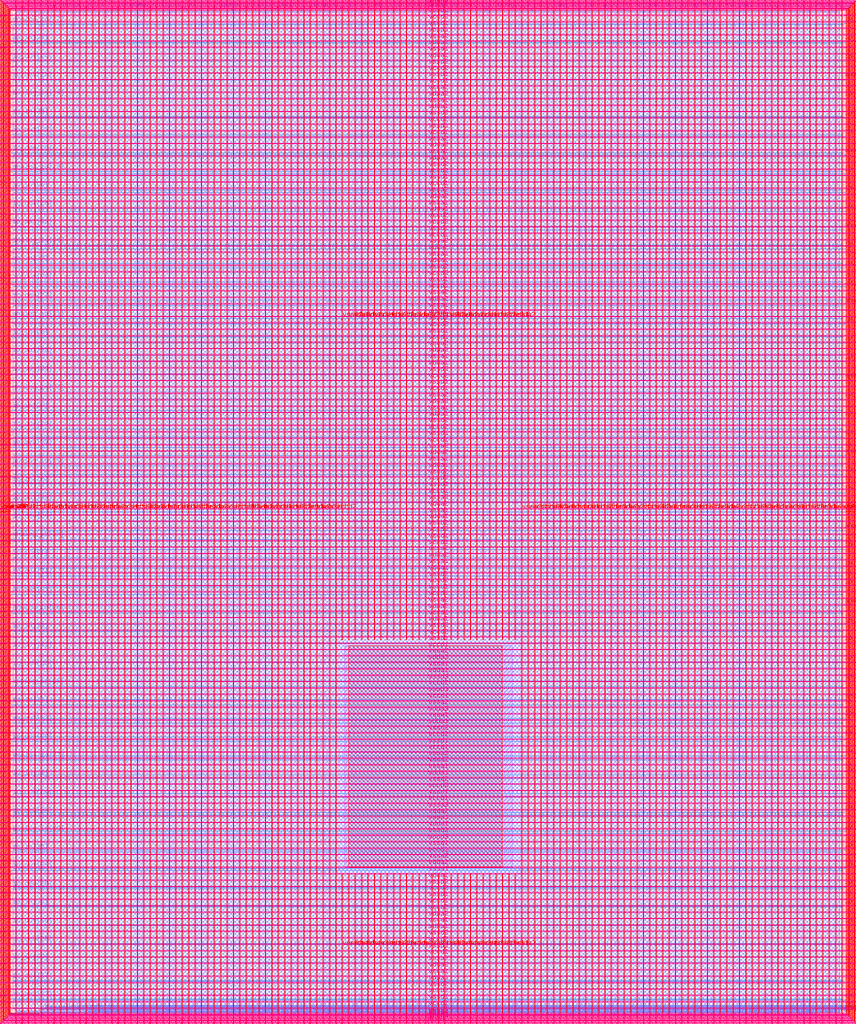
<source format=lef>
VERSION 5.7 ;
  NOWIREEXTENSIONATPIN ON ;
  DIVIDERCHAR "/" ;
  BUSBITCHARS "[]" ;
MACRO user_project_wrapper
  CLASS BLOCK ;
  FOREIGN user_project_wrapper ;
  ORIGIN 0.000 0.000 ;
  SIZE 2920.000 BY 3520.000 ;
  PIN analog_io[0]
    DIRECTION INOUT ;
    USE SIGNAL ;
    PORT
      LAYER met3 ;
        RECT 2917.600 1429.100 2924.800 1430.300 ;
    END
  END analog_io[0]
  PIN analog_io[10]
    DIRECTION INOUT ;
    USE SIGNAL ;
    PORT
      LAYER met2 ;
        RECT 2228.650 3517.600 2229.210 3524.800 ;
    END
  END analog_io[10]
  PIN analog_io[11]
    DIRECTION INOUT ;
    USE SIGNAL ;
    PORT
      LAYER met2 ;
        RECT 1904.810 3517.600 1905.370 3524.800 ;
    END
  END analog_io[11]
  PIN analog_io[12]
    DIRECTION INOUT ;
    USE SIGNAL ;
    PORT
      LAYER met2 ;
        RECT 1580.970 3517.600 1581.530 3524.800 ;
    END
  END analog_io[12]
  PIN analog_io[13]
    DIRECTION INOUT ;
    USE SIGNAL ;
    PORT
      LAYER met2 ;
        RECT 1257.130 3517.600 1257.690 3524.800 ;
    END
  END analog_io[13]
  PIN analog_io[14]
    DIRECTION INOUT ;
    USE SIGNAL ;
    PORT
      LAYER met2 ;
        RECT 933.290 3517.600 933.850 3524.800 ;
    END
  END analog_io[14]
  PIN analog_io[15]
    DIRECTION INOUT ;
    USE SIGNAL ;
    PORT
      LAYER met2 ;
        RECT 609.450 3517.600 610.010 3524.800 ;
    END
  END analog_io[15]
  PIN analog_io[16]
    DIRECTION INOUT ;
    USE SIGNAL ;
    PORT
      LAYER met2 ;
        RECT 285.610 3517.600 286.170 3524.800 ;
    END
  END analog_io[16]
  PIN analog_io[17]
    DIRECTION INOUT ;
    USE SIGNAL ;
    PORT
      LAYER met3 ;
        RECT -4.800 3471.140 2.400 3472.340 ;
    END
  END analog_io[17]
  PIN analog_io[18]
    DIRECTION INOUT ;
    USE SIGNAL ;
    PORT
      LAYER met3 ;
        RECT -4.800 3212.740 2.400 3213.940 ;
    END
  END analog_io[18]
  PIN analog_io[19]
    DIRECTION INOUT ;
    USE SIGNAL ;
    PORT
      LAYER met3 ;
        RECT -4.800 2954.340 2.400 2955.540 ;
    END
  END analog_io[19]
  PIN analog_io[1]
    DIRECTION INOUT ;
    USE SIGNAL ;
    PORT
      LAYER met3 ;
        RECT 2917.600 1692.940 2924.800 1694.140 ;
    END
  END analog_io[1]
  PIN analog_io[20]
    DIRECTION INOUT ;
    USE SIGNAL ;
    PORT
      LAYER met3 ;
        RECT -4.800 2695.940 2.400 2697.140 ;
    END
  END analog_io[20]
  PIN analog_io[21]
    DIRECTION INOUT ;
    USE SIGNAL ;
    PORT
      LAYER met3 ;
        RECT -4.800 2437.540 2.400 2438.740 ;
    END
  END analog_io[21]
  PIN analog_io[22]
    DIRECTION INOUT ;
    USE SIGNAL ;
    PORT
      LAYER met3 ;
        RECT -4.800 2179.140 2.400 2180.340 ;
    END
  END analog_io[22]
  PIN analog_io[23]
    DIRECTION INOUT ;
    USE SIGNAL ;
    PORT
      LAYER met3 ;
        RECT -4.800 1920.740 2.400 1921.940 ;
    END
  END analog_io[23]
  PIN analog_io[24]
    DIRECTION INOUT ;
    USE SIGNAL ;
    PORT
      LAYER met3 ;
        RECT -4.800 1662.340 2.400 1663.540 ;
    END
  END analog_io[24]
  PIN analog_io[25]
    DIRECTION INOUT ;
    USE SIGNAL ;
    PORT
      LAYER met3 ;
        RECT -4.800 1403.940 2.400 1405.140 ;
    END
  END analog_io[25]
  PIN analog_io[26]
    DIRECTION INOUT ;
    USE SIGNAL ;
    PORT
      LAYER met3 ;
        RECT -4.800 1145.540 2.400 1146.740 ;
    END
  END analog_io[26]
  PIN analog_io[27]
    DIRECTION INOUT ;
    USE SIGNAL ;
    PORT
      LAYER met3 ;
        RECT -4.800 887.140 2.400 888.340 ;
    END
  END analog_io[27]
  PIN analog_io[28]
    DIRECTION INOUT ;
    USE SIGNAL ;
    PORT
      LAYER met3 ;
        RECT -4.800 628.740 2.400 629.940 ;
    END
  END analog_io[28]
  PIN analog_io[2]
    DIRECTION INOUT ;
    USE SIGNAL ;
    PORT
      LAYER met3 ;
        RECT 2917.600 1956.780 2924.800 1957.980 ;
    END
  END analog_io[2]
  PIN analog_io[3]
    DIRECTION INOUT ;
    USE SIGNAL ;
    PORT
      LAYER met3 ;
        RECT 2917.600 2220.620 2924.800 2221.820 ;
    END
  END analog_io[3]
  PIN analog_io[4]
    DIRECTION INOUT ;
    USE SIGNAL ;
    PORT
      LAYER met3 ;
        RECT 2917.600 2484.460 2924.800 2485.660 ;
    END
  END analog_io[4]
  PIN analog_io[5]
    DIRECTION INOUT ;
    USE SIGNAL ;
    PORT
      LAYER met3 ;
        RECT 2917.600 2748.300 2924.800 2749.500 ;
    END
  END analog_io[5]
  PIN analog_io[6]
    DIRECTION INOUT ;
    USE SIGNAL ;
    PORT
      LAYER met3 ;
        RECT 2917.600 3012.140 2924.800 3013.340 ;
    END
  END analog_io[6]
  PIN analog_io[7]
    DIRECTION INOUT ;
    USE SIGNAL ;
    PORT
      LAYER met3 ;
        RECT 2917.600 3275.980 2924.800 3277.180 ;
    END
  END analog_io[7]
  PIN analog_io[8]
    DIRECTION INOUT ;
    USE SIGNAL ;
    PORT
      LAYER met2 ;
        RECT 2876.330 3517.600 2876.890 3524.800 ;
    END
  END analog_io[8]
  PIN analog_io[9]
    DIRECTION INOUT ;
    USE SIGNAL ;
    PORT
      LAYER met2 ;
        RECT 2552.490 3517.600 2553.050 3524.800 ;
    END
  END analog_io[9]
  PIN io_in[0]
    DIRECTION INPUT ;
    USE SIGNAL ;
    PORT
      LAYER met3 ;
        RECT 2917.600 43.940 2924.800 45.140 ;
    END
  END io_in[0]
  PIN io_in[10]
    DIRECTION INPUT ;
    USE SIGNAL ;
    PORT
      LAYER met3 ;
        RECT 2917.600 2286.580 2924.800 2287.780 ;
    END
  END io_in[10]
  PIN io_in[11]
    DIRECTION INPUT ;
    USE SIGNAL ;
    PORT
      LAYER met3 ;
        RECT 2917.600 2550.420 2924.800 2551.620 ;
    END
  END io_in[11]
  PIN io_in[12]
    DIRECTION INPUT ;
    USE SIGNAL ;
    PORT
      LAYER met3 ;
        RECT 2917.600 2814.260 2924.800 2815.460 ;
    END
  END io_in[12]
  PIN io_in[13]
    DIRECTION INPUT ;
    USE SIGNAL ;
    PORT
      LAYER met3 ;
        RECT 2917.600 3078.100 2924.800 3079.300 ;
    END
  END io_in[13]
  PIN io_in[14]
    DIRECTION INPUT ;
    USE SIGNAL ;
    PORT
      LAYER met3 ;
        RECT 2917.600 3341.940 2924.800 3343.140 ;
    END
  END io_in[14]
  PIN io_in[15]
    DIRECTION INPUT ;
    USE SIGNAL ;
    PORT
      LAYER met2 ;
        RECT 2795.370 3517.600 2795.930 3524.800 ;
    END
  END io_in[15]
  PIN io_in[16]
    DIRECTION INPUT ;
    USE SIGNAL ;
    PORT
      LAYER met2 ;
        RECT 2471.530 3517.600 2472.090 3524.800 ;
    END
  END io_in[16]
  PIN io_in[17]
    DIRECTION INPUT ;
    USE SIGNAL ;
    PORT
      LAYER met2 ;
        RECT 2147.690 3517.600 2148.250 3524.800 ;
    END
  END io_in[17]
  PIN io_in[18]
    DIRECTION INPUT ;
    USE SIGNAL ;
    PORT
      LAYER met2 ;
        RECT 1823.850 3517.600 1824.410 3524.800 ;
    END
  END io_in[18]
  PIN io_in[19]
    DIRECTION INPUT ;
    USE SIGNAL ;
    PORT
      LAYER met2 ;
        RECT 1500.010 3517.600 1500.570 3524.800 ;
    END
  END io_in[19]
  PIN io_in[1]
    DIRECTION INPUT ;
    USE SIGNAL ;
    PORT
      LAYER met3 ;
        RECT 2917.600 241.820 2924.800 243.020 ;
    END
  END io_in[1]
  PIN io_in[20]
    DIRECTION INPUT ;
    USE SIGNAL ;
    PORT
      LAYER met2 ;
        RECT 1176.170 3517.600 1176.730 3524.800 ;
    END
  END io_in[20]
  PIN io_in[21]
    DIRECTION INPUT ;
    USE SIGNAL ;
    PORT
      LAYER met2 ;
        RECT 852.330 3517.600 852.890 3524.800 ;
    END
  END io_in[21]
  PIN io_in[22]
    DIRECTION INPUT ;
    USE SIGNAL ;
    PORT
      LAYER met2 ;
        RECT 528.490 3517.600 529.050 3524.800 ;
    END
  END io_in[22]
  PIN io_in[23]
    DIRECTION INPUT ;
    USE SIGNAL ;
    PORT
      LAYER met2 ;
        RECT 204.650 3517.600 205.210 3524.800 ;
    END
  END io_in[23]
  PIN io_in[24]
    DIRECTION INPUT ;
    USE SIGNAL ;
    PORT
      LAYER met3 ;
        RECT -4.800 3406.540 2.400 3407.740 ;
    END
  END io_in[24]
  PIN io_in[25]
    DIRECTION INPUT ;
    USE SIGNAL ;
    PORT
      LAYER met3 ;
        RECT -4.800 3148.140 2.400 3149.340 ;
    END
  END io_in[25]
  PIN io_in[26]
    DIRECTION INPUT ;
    USE SIGNAL ;
    PORT
      LAYER met3 ;
        RECT -4.800 2889.740 2.400 2890.940 ;
    END
  END io_in[26]
  PIN io_in[27]
    DIRECTION INPUT ;
    USE SIGNAL ;
    PORT
      LAYER met3 ;
        RECT -4.800 2631.340 2.400 2632.540 ;
    END
  END io_in[27]
  PIN io_in[28]
    DIRECTION INPUT ;
    USE SIGNAL ;
    PORT
      LAYER met3 ;
        RECT -4.800 2372.940 2.400 2374.140 ;
    END
  END io_in[28]
  PIN io_in[29]
    DIRECTION INPUT ;
    USE SIGNAL ;
    PORT
      LAYER met3 ;
        RECT -4.800 2114.540 2.400 2115.740 ;
    END
  END io_in[29]
  PIN io_in[2]
    DIRECTION INPUT ;
    USE SIGNAL ;
    PORT
      LAYER met3 ;
        RECT 2917.600 439.700 2924.800 440.900 ;
    END
  END io_in[2]
  PIN io_in[30]
    DIRECTION INPUT ;
    USE SIGNAL ;
    PORT
      LAYER met3 ;
        RECT -4.800 1856.140 2.400 1857.340 ;
    END
  END io_in[30]
  PIN io_in[31]
    DIRECTION INPUT ;
    USE SIGNAL ;
    PORT
      LAYER met3 ;
        RECT -4.800 1597.740 2.400 1598.940 ;
    END
  END io_in[31]
  PIN io_in[32]
    DIRECTION INPUT ;
    USE SIGNAL ;
    PORT
      LAYER met3 ;
        RECT -4.800 1339.340 2.400 1340.540 ;
    END
  END io_in[32]
  PIN io_in[33]
    DIRECTION INPUT ;
    USE SIGNAL ;
    PORT
      LAYER met3 ;
        RECT -4.800 1080.940 2.400 1082.140 ;
    END
  END io_in[33]
  PIN io_in[34]
    DIRECTION INPUT ;
    USE SIGNAL ;
    PORT
      LAYER met3 ;
        RECT -4.800 822.540 2.400 823.740 ;
    END
  END io_in[34]
  PIN io_in[35]
    DIRECTION INPUT ;
    USE SIGNAL ;
    PORT
      LAYER met3 ;
        RECT -4.800 564.140 2.400 565.340 ;
    END
  END io_in[35]
  PIN io_in[36]
    DIRECTION INPUT ;
    USE SIGNAL ;
    PORT
      LAYER met3 ;
        RECT -4.800 370.340 2.400 371.540 ;
    END
  END io_in[36]
  PIN io_in[37]
    DIRECTION INPUT ;
    USE SIGNAL ;
    PORT
      LAYER met3 ;
        RECT -4.800 176.540 2.400 177.740 ;
    END
  END io_in[37]
  PIN io_in[3]
    DIRECTION INPUT ;
    USE SIGNAL ;
    PORT
      LAYER met3 ;
        RECT 2917.600 637.580 2924.800 638.780 ;
    END
  END io_in[3]
  PIN io_in[4]
    DIRECTION INPUT ;
    USE SIGNAL ;
    PORT
      LAYER met3 ;
        RECT 2917.600 835.460 2924.800 836.660 ;
    END
  END io_in[4]
  PIN io_in[5]
    DIRECTION INPUT ;
    USE SIGNAL ;
    PORT
      LAYER met3 ;
        RECT 2917.600 1033.340 2924.800 1034.540 ;
    END
  END io_in[5]
  PIN io_in[6]
    DIRECTION INPUT ;
    USE SIGNAL ;
    PORT
      LAYER met3 ;
        RECT 2917.600 1231.220 2924.800 1232.420 ;
    END
  END io_in[6]
  PIN io_in[7]
    DIRECTION INPUT ;
    USE SIGNAL ;
    PORT
      LAYER met3 ;
        RECT 2917.600 1495.060 2924.800 1496.260 ;
    END
  END io_in[7]
  PIN io_in[8]
    DIRECTION INPUT ;
    USE SIGNAL ;
    PORT
      LAYER met3 ;
        RECT 2917.600 1758.900 2924.800 1760.100 ;
    END
  END io_in[8]
  PIN io_in[9]
    DIRECTION INPUT ;
    USE SIGNAL ;
    PORT
      LAYER met3 ;
        RECT 2917.600 2022.740 2924.800 2023.940 ;
    END
  END io_in[9]
  PIN io_oeb[0]
    DIRECTION OUTPUT TRISTATE ;
    USE SIGNAL ;
    PORT
      LAYER met3 ;
        RECT 2917.600 175.860 2924.800 177.060 ;
    END
  END io_oeb[0]
  PIN io_oeb[10]
    DIRECTION OUTPUT TRISTATE ;
    USE SIGNAL ;
    PORT
      LAYER met3 ;
        RECT 2917.600 2418.500 2924.800 2419.700 ;
    END
  END io_oeb[10]
  PIN io_oeb[11]
    DIRECTION OUTPUT TRISTATE ;
    USE SIGNAL ;
    PORT
      LAYER met3 ;
        RECT 2917.600 2682.340 2924.800 2683.540 ;
    END
  END io_oeb[11]
  PIN io_oeb[12]
    DIRECTION OUTPUT TRISTATE ;
    USE SIGNAL ;
    PORT
      LAYER met3 ;
        RECT 2917.600 2946.180 2924.800 2947.380 ;
    END
  END io_oeb[12]
  PIN io_oeb[13]
    DIRECTION OUTPUT TRISTATE ;
    USE SIGNAL ;
    PORT
      LAYER met3 ;
        RECT 2917.600 3210.020 2924.800 3211.220 ;
    END
  END io_oeb[13]
  PIN io_oeb[14]
    DIRECTION OUTPUT TRISTATE ;
    USE SIGNAL ;
    PORT
      LAYER met3 ;
        RECT 2917.600 3473.860 2924.800 3475.060 ;
    END
  END io_oeb[14]
  PIN io_oeb[15]
    DIRECTION OUTPUT TRISTATE ;
    USE SIGNAL ;
    PORT
      LAYER met2 ;
        RECT 2633.450 3517.600 2634.010 3524.800 ;
    END
  END io_oeb[15]
  PIN io_oeb[16]
    DIRECTION OUTPUT TRISTATE ;
    USE SIGNAL ;
    PORT
      LAYER met2 ;
        RECT 2309.610 3517.600 2310.170 3524.800 ;
    END
  END io_oeb[16]
  PIN io_oeb[17]
    DIRECTION OUTPUT TRISTATE ;
    USE SIGNAL ;
    PORT
      LAYER met2 ;
        RECT 1985.770 3517.600 1986.330 3524.800 ;
    END
  END io_oeb[17]
  PIN io_oeb[18]
    DIRECTION OUTPUT TRISTATE ;
    USE SIGNAL ;
    PORT
      LAYER met2 ;
        RECT 1661.930 3517.600 1662.490 3524.800 ;
    END
  END io_oeb[18]
  PIN io_oeb[19]
    DIRECTION OUTPUT TRISTATE ;
    USE SIGNAL ;
    PORT
      LAYER met2 ;
        RECT 1338.090 3517.600 1338.650 3524.800 ;
    END
  END io_oeb[19]
  PIN io_oeb[1]
    DIRECTION OUTPUT TRISTATE ;
    USE SIGNAL ;
    PORT
      LAYER met3 ;
        RECT 2917.600 373.740 2924.800 374.940 ;
    END
  END io_oeb[1]
  PIN io_oeb[20]
    DIRECTION OUTPUT TRISTATE ;
    USE SIGNAL ;
    PORT
      LAYER met2 ;
        RECT 1014.250 3517.600 1014.810 3524.800 ;
    END
  END io_oeb[20]
  PIN io_oeb[21]
    DIRECTION OUTPUT TRISTATE ;
    USE SIGNAL ;
    PORT
      LAYER met2 ;
        RECT 690.410 3517.600 690.970 3524.800 ;
    END
  END io_oeb[21]
  PIN io_oeb[22]
    DIRECTION OUTPUT TRISTATE ;
    USE SIGNAL ;
    PORT
      LAYER met2 ;
        RECT 366.570 3517.600 367.130 3524.800 ;
    END
  END io_oeb[22]
  PIN io_oeb[23]
    DIRECTION OUTPUT TRISTATE ;
    USE SIGNAL ;
    PORT
      LAYER met2 ;
        RECT 42.730 3517.600 43.290 3524.800 ;
    END
  END io_oeb[23]
  PIN io_oeb[24]
    DIRECTION OUTPUT TRISTATE ;
    USE SIGNAL ;
    PORT
      LAYER met3 ;
        RECT -4.800 3277.340 2.400 3278.540 ;
    END
  END io_oeb[24]
  PIN io_oeb[25]
    DIRECTION OUTPUT TRISTATE ;
    USE SIGNAL ;
    PORT
      LAYER met3 ;
        RECT -4.800 3018.940 2.400 3020.140 ;
    END
  END io_oeb[25]
  PIN io_oeb[26]
    DIRECTION OUTPUT TRISTATE ;
    USE SIGNAL ;
    PORT
      LAYER met3 ;
        RECT -4.800 2760.540 2.400 2761.740 ;
    END
  END io_oeb[26]
  PIN io_oeb[27]
    DIRECTION OUTPUT TRISTATE ;
    USE SIGNAL ;
    PORT
      LAYER met3 ;
        RECT -4.800 2502.140 2.400 2503.340 ;
    END
  END io_oeb[27]
  PIN io_oeb[28]
    DIRECTION OUTPUT TRISTATE ;
    USE SIGNAL ;
    PORT
      LAYER met3 ;
        RECT -4.800 2243.740 2.400 2244.940 ;
    END
  END io_oeb[28]
  PIN io_oeb[29]
    DIRECTION OUTPUT TRISTATE ;
    USE SIGNAL ;
    PORT
      LAYER met3 ;
        RECT -4.800 1985.340 2.400 1986.540 ;
    END
  END io_oeb[29]
  PIN io_oeb[2]
    DIRECTION OUTPUT TRISTATE ;
    USE SIGNAL ;
    PORT
      LAYER met3 ;
        RECT 2917.600 571.620 2924.800 572.820 ;
    END
  END io_oeb[2]
  PIN io_oeb[30]
    DIRECTION OUTPUT TRISTATE ;
    USE SIGNAL ;
    PORT
      LAYER met3 ;
        RECT -4.800 1726.940 2.400 1728.140 ;
    END
  END io_oeb[30]
  PIN io_oeb[31]
    DIRECTION OUTPUT TRISTATE ;
    USE SIGNAL ;
    PORT
      LAYER met3 ;
        RECT -4.800 1468.540 2.400 1469.740 ;
    END
  END io_oeb[31]
  PIN io_oeb[32]
    DIRECTION OUTPUT TRISTATE ;
    USE SIGNAL ;
    PORT
      LAYER met3 ;
        RECT -4.800 1210.140 2.400 1211.340 ;
    END
  END io_oeb[32]
  PIN io_oeb[33]
    DIRECTION OUTPUT TRISTATE ;
    USE SIGNAL ;
    PORT
      LAYER met3 ;
        RECT -4.800 951.740 2.400 952.940 ;
    END
  END io_oeb[33]
  PIN io_oeb[34]
    DIRECTION OUTPUT TRISTATE ;
    USE SIGNAL ;
    PORT
      LAYER met3 ;
        RECT -4.800 693.340 2.400 694.540 ;
    END
  END io_oeb[34]
  PIN io_oeb[35]
    DIRECTION OUTPUT TRISTATE ;
    USE SIGNAL ;
    PORT
      LAYER met3 ;
        RECT -4.800 434.940 2.400 436.140 ;
    END
  END io_oeb[35]
  PIN io_oeb[36]
    DIRECTION OUTPUT TRISTATE ;
    USE SIGNAL ;
    PORT
      LAYER met3 ;
        RECT -4.800 241.140 2.400 242.340 ;
    END
  END io_oeb[36]
  PIN io_oeb[37]
    DIRECTION OUTPUT TRISTATE ;
    USE SIGNAL ;
    PORT
      LAYER met3 ;
        RECT -4.800 47.340 2.400 48.540 ;
    END
  END io_oeb[37]
  PIN io_oeb[3]
    DIRECTION OUTPUT TRISTATE ;
    USE SIGNAL ;
    PORT
      LAYER met3 ;
        RECT 2917.600 769.500 2924.800 770.700 ;
    END
  END io_oeb[3]
  PIN io_oeb[4]
    DIRECTION OUTPUT TRISTATE ;
    USE SIGNAL ;
    PORT
      LAYER met3 ;
        RECT 2917.600 967.380 2924.800 968.580 ;
    END
  END io_oeb[4]
  PIN io_oeb[5]
    DIRECTION OUTPUT TRISTATE ;
    USE SIGNAL ;
    PORT
      LAYER met3 ;
        RECT 2917.600 1165.260 2924.800 1166.460 ;
    END
  END io_oeb[5]
  PIN io_oeb[6]
    DIRECTION OUTPUT TRISTATE ;
    USE SIGNAL ;
    PORT
      LAYER met3 ;
        RECT 2917.600 1363.140 2924.800 1364.340 ;
    END
  END io_oeb[6]
  PIN io_oeb[7]
    DIRECTION OUTPUT TRISTATE ;
    USE SIGNAL ;
    PORT
      LAYER met3 ;
        RECT 2917.600 1626.980 2924.800 1628.180 ;
    END
  END io_oeb[7]
  PIN io_oeb[8]
    DIRECTION OUTPUT TRISTATE ;
    USE SIGNAL ;
    PORT
      LAYER met3 ;
        RECT 2917.600 1890.820 2924.800 1892.020 ;
    END
  END io_oeb[8]
  PIN io_oeb[9]
    DIRECTION OUTPUT TRISTATE ;
    USE SIGNAL ;
    PORT
      LAYER met3 ;
        RECT 2917.600 2154.660 2924.800 2155.860 ;
    END
  END io_oeb[9]
  PIN io_out[0]
    DIRECTION OUTPUT TRISTATE ;
    USE SIGNAL ;
    PORT
      LAYER met3 ;
        RECT 2917.600 109.900 2924.800 111.100 ;
    END
  END io_out[0]
  PIN io_out[10]
    DIRECTION OUTPUT TRISTATE ;
    USE SIGNAL ;
    PORT
      LAYER met3 ;
        RECT 2917.600 2352.540 2924.800 2353.740 ;
    END
  END io_out[10]
  PIN io_out[11]
    DIRECTION OUTPUT TRISTATE ;
    USE SIGNAL ;
    PORT
      LAYER met3 ;
        RECT 2917.600 2616.380 2924.800 2617.580 ;
    END
  END io_out[11]
  PIN io_out[12]
    DIRECTION OUTPUT TRISTATE ;
    USE SIGNAL ;
    PORT
      LAYER met3 ;
        RECT 2917.600 2880.220 2924.800 2881.420 ;
    END
  END io_out[12]
  PIN io_out[13]
    DIRECTION OUTPUT TRISTATE ;
    USE SIGNAL ;
    PORT
      LAYER met3 ;
        RECT 2917.600 3144.060 2924.800 3145.260 ;
    END
  END io_out[13]
  PIN io_out[14]
    DIRECTION OUTPUT TRISTATE ;
    USE SIGNAL ;
    PORT
      LAYER met3 ;
        RECT 2917.600 3407.900 2924.800 3409.100 ;
    END
  END io_out[14]
  PIN io_out[15]
    DIRECTION OUTPUT TRISTATE ;
    USE SIGNAL ;
    PORT
      LAYER met2 ;
        RECT 2714.410 3517.600 2714.970 3524.800 ;
    END
  END io_out[15]
  PIN io_out[16]
    DIRECTION OUTPUT TRISTATE ;
    USE SIGNAL ;
    PORT
      LAYER met2 ;
        RECT 2390.570 3517.600 2391.130 3524.800 ;
    END
  END io_out[16]
  PIN io_out[17]
    DIRECTION OUTPUT TRISTATE ;
    USE SIGNAL ;
    PORT
      LAYER met2 ;
        RECT 2066.730 3517.600 2067.290 3524.800 ;
    END
  END io_out[17]
  PIN io_out[18]
    DIRECTION OUTPUT TRISTATE ;
    USE SIGNAL ;
    PORT
      LAYER met2 ;
        RECT 1742.890 3517.600 1743.450 3524.800 ;
    END
  END io_out[18]
  PIN io_out[19]
    DIRECTION OUTPUT TRISTATE ;
    USE SIGNAL ;
    PORT
      LAYER met2 ;
        RECT 1419.050 3517.600 1419.610 3524.800 ;
    END
  END io_out[19]
  PIN io_out[1]
    DIRECTION OUTPUT TRISTATE ;
    USE SIGNAL ;
    PORT
      LAYER met3 ;
        RECT 2917.600 307.780 2924.800 308.980 ;
    END
  END io_out[1]
  PIN io_out[20]
    DIRECTION OUTPUT TRISTATE ;
    USE SIGNAL ;
    PORT
      LAYER met2 ;
        RECT 1095.210 3517.600 1095.770 3524.800 ;
    END
  END io_out[20]
  PIN io_out[21]
    DIRECTION OUTPUT TRISTATE ;
    USE SIGNAL ;
    PORT
      LAYER met2 ;
        RECT 771.370 3517.600 771.930 3524.800 ;
    END
  END io_out[21]
  PIN io_out[22]
    DIRECTION OUTPUT TRISTATE ;
    USE SIGNAL ;
    PORT
      LAYER met2 ;
        RECT 447.530 3517.600 448.090 3524.800 ;
    END
  END io_out[22]
  PIN io_out[23]
    DIRECTION OUTPUT TRISTATE ;
    USE SIGNAL ;
    PORT
      LAYER met2 ;
        RECT 123.690 3517.600 124.250 3524.800 ;
    END
  END io_out[23]
  PIN io_out[24]
    DIRECTION OUTPUT TRISTATE ;
    USE SIGNAL ;
    PORT
      LAYER met3 ;
        RECT -4.800 3341.940 2.400 3343.140 ;
    END
  END io_out[24]
  PIN io_out[25]
    DIRECTION OUTPUT TRISTATE ;
    USE SIGNAL ;
    PORT
      LAYER met3 ;
        RECT -4.800 3083.540 2.400 3084.740 ;
    END
  END io_out[25]
  PIN io_out[26]
    DIRECTION OUTPUT TRISTATE ;
    USE SIGNAL ;
    PORT
      LAYER met3 ;
        RECT -4.800 2825.140 2.400 2826.340 ;
    END
  END io_out[26]
  PIN io_out[27]
    DIRECTION OUTPUT TRISTATE ;
    USE SIGNAL ;
    PORT
      LAYER met3 ;
        RECT -4.800 2566.740 2.400 2567.940 ;
    END
  END io_out[27]
  PIN io_out[28]
    DIRECTION OUTPUT TRISTATE ;
    USE SIGNAL ;
    PORT
      LAYER met3 ;
        RECT -4.800 2308.340 2.400 2309.540 ;
    END
  END io_out[28]
  PIN io_out[29]
    DIRECTION OUTPUT TRISTATE ;
    USE SIGNAL ;
    PORT
      LAYER met3 ;
        RECT -4.800 2049.940 2.400 2051.140 ;
    END
  END io_out[29]
  PIN io_out[2]
    DIRECTION OUTPUT TRISTATE ;
    USE SIGNAL ;
    PORT
      LAYER met3 ;
        RECT 2917.600 505.660 2924.800 506.860 ;
    END
  END io_out[2]
  PIN io_out[30]
    DIRECTION OUTPUT TRISTATE ;
    USE SIGNAL ;
    PORT
      LAYER met3 ;
        RECT -4.800 1791.540 2.400 1792.740 ;
    END
  END io_out[30]
  PIN io_out[31]
    DIRECTION OUTPUT TRISTATE ;
    USE SIGNAL ;
    PORT
      LAYER met3 ;
        RECT -4.800 1533.140 2.400 1534.340 ;
    END
  END io_out[31]
  PIN io_out[32]
    DIRECTION OUTPUT TRISTATE ;
    USE SIGNAL ;
    PORT
      LAYER met3 ;
        RECT -4.800 1274.740 2.400 1275.940 ;
    END
  END io_out[32]
  PIN io_out[33]
    DIRECTION OUTPUT TRISTATE ;
    USE SIGNAL ;
    PORT
      LAYER met3 ;
        RECT -4.800 1016.340 2.400 1017.540 ;
    END
  END io_out[33]
  PIN io_out[34]
    DIRECTION OUTPUT TRISTATE ;
    USE SIGNAL ;
    PORT
      LAYER met3 ;
        RECT -4.800 757.940 2.400 759.140 ;
    END
  END io_out[34]
  PIN io_out[35]
    DIRECTION OUTPUT TRISTATE ;
    USE SIGNAL ;
    PORT
      LAYER met3 ;
        RECT -4.800 499.540 2.400 500.740 ;
    END
  END io_out[35]
  PIN io_out[36]
    DIRECTION OUTPUT TRISTATE ;
    USE SIGNAL ;
    PORT
      LAYER met3 ;
        RECT -4.800 305.740 2.400 306.940 ;
    END
  END io_out[36]
  PIN io_out[37]
    DIRECTION OUTPUT TRISTATE ;
    USE SIGNAL ;
    PORT
      LAYER met3 ;
        RECT -4.800 111.940 2.400 113.140 ;
    END
  END io_out[37]
  PIN io_out[3]
    DIRECTION OUTPUT TRISTATE ;
    USE SIGNAL ;
    PORT
      LAYER met3 ;
        RECT 2917.600 703.540 2924.800 704.740 ;
    END
  END io_out[3]
  PIN io_out[4]
    DIRECTION OUTPUT TRISTATE ;
    USE SIGNAL ;
    PORT
      LAYER met3 ;
        RECT 2917.600 901.420 2924.800 902.620 ;
    END
  END io_out[4]
  PIN io_out[5]
    DIRECTION OUTPUT TRISTATE ;
    USE SIGNAL ;
    PORT
      LAYER met3 ;
        RECT 2917.600 1099.300 2924.800 1100.500 ;
    END
  END io_out[5]
  PIN io_out[6]
    DIRECTION OUTPUT TRISTATE ;
    USE SIGNAL ;
    PORT
      LAYER met3 ;
        RECT 2917.600 1297.180 2924.800 1298.380 ;
    END
  END io_out[6]
  PIN io_out[7]
    DIRECTION OUTPUT TRISTATE ;
    USE SIGNAL ;
    PORT
      LAYER met3 ;
        RECT 2917.600 1561.020 2924.800 1562.220 ;
    END
  END io_out[7]
  PIN io_out[8]
    DIRECTION OUTPUT TRISTATE ;
    USE SIGNAL ;
    PORT
      LAYER met3 ;
        RECT 2917.600 1824.860 2924.800 1826.060 ;
    END
  END io_out[8]
  PIN io_out[9]
    DIRECTION OUTPUT TRISTATE ;
    USE SIGNAL ;
    PORT
      LAYER met3 ;
        RECT 2917.600 2088.700 2924.800 2089.900 ;
    END
  END io_out[9]
  PIN la_data_in[0]
    DIRECTION INPUT ;
    USE SIGNAL ;
    PORT
      LAYER met2 ;
        RECT 683.970 -4.800 684.530 2.400 ;
    END
  END la_data_in[0]
  PIN la_data_in[100]
    DIRECTION INPUT ;
    USE SIGNAL ;
    PORT
      LAYER met2 ;
        RECT 2339.970 -4.800 2340.530 2.400 ;
    END
  END la_data_in[100]
  PIN la_data_in[101]
    DIRECTION INPUT ;
    USE SIGNAL ;
    PORT
      LAYER met2 ;
        RECT 2356.530 -4.800 2357.090 2.400 ;
    END
  END la_data_in[101]
  PIN la_data_in[102]
    DIRECTION INPUT ;
    USE SIGNAL ;
    PORT
      LAYER met2 ;
        RECT 2373.090 -4.800 2373.650 2.400 ;
    END
  END la_data_in[102]
  PIN la_data_in[103]
    DIRECTION INPUT ;
    USE SIGNAL ;
    PORT
      LAYER met2 ;
        RECT 2389.650 -4.800 2390.210 2.400 ;
    END
  END la_data_in[103]
  PIN la_data_in[104]
    DIRECTION INPUT ;
    USE SIGNAL ;
    PORT
      LAYER met2 ;
        RECT 2406.210 -4.800 2406.770 2.400 ;
    END
  END la_data_in[104]
  PIN la_data_in[105]
    DIRECTION INPUT ;
    USE SIGNAL ;
    PORT
      LAYER met2 ;
        RECT 2422.770 -4.800 2423.330 2.400 ;
    END
  END la_data_in[105]
  PIN la_data_in[106]
    DIRECTION INPUT ;
    USE SIGNAL ;
    PORT
      LAYER met2 ;
        RECT 2439.330 -4.800 2439.890 2.400 ;
    END
  END la_data_in[106]
  PIN la_data_in[107]
    DIRECTION INPUT ;
    USE SIGNAL ;
    PORT
      LAYER met2 ;
        RECT 2455.890 -4.800 2456.450 2.400 ;
    END
  END la_data_in[107]
  PIN la_data_in[108]
    DIRECTION INPUT ;
    USE SIGNAL ;
    PORT
      LAYER met2 ;
        RECT 2472.450 -4.800 2473.010 2.400 ;
    END
  END la_data_in[108]
  PIN la_data_in[109]
    DIRECTION INPUT ;
    USE SIGNAL ;
    PORT
      LAYER met2 ;
        RECT 2489.010 -4.800 2489.570 2.400 ;
    END
  END la_data_in[109]
  PIN la_data_in[10]
    DIRECTION INPUT ;
    USE SIGNAL ;
    PORT
      LAYER met2 ;
        RECT 849.570 -4.800 850.130 2.400 ;
    END
  END la_data_in[10]
  PIN la_data_in[110]
    DIRECTION INPUT ;
    USE SIGNAL ;
    PORT
      LAYER met2 ;
        RECT 2505.570 -4.800 2506.130 2.400 ;
    END
  END la_data_in[110]
  PIN la_data_in[111]
    DIRECTION INPUT ;
    USE SIGNAL ;
    PORT
      LAYER met2 ;
        RECT 2522.130 -4.800 2522.690 2.400 ;
    END
  END la_data_in[111]
  PIN la_data_in[112]
    DIRECTION INPUT ;
    USE SIGNAL ;
    PORT
      LAYER met2 ;
        RECT 2538.690 -4.800 2539.250 2.400 ;
    END
  END la_data_in[112]
  PIN la_data_in[113]
    DIRECTION INPUT ;
    USE SIGNAL ;
    PORT
      LAYER met2 ;
        RECT 2555.250 -4.800 2555.810 2.400 ;
    END
  END la_data_in[113]
  PIN la_data_in[114]
    DIRECTION INPUT ;
    USE SIGNAL ;
    PORT
      LAYER met2 ;
        RECT 2571.810 -4.800 2572.370 2.400 ;
    END
  END la_data_in[114]
  PIN la_data_in[115]
    DIRECTION INPUT ;
    USE SIGNAL ;
    PORT
      LAYER met2 ;
        RECT 2588.370 -4.800 2588.930 2.400 ;
    END
  END la_data_in[115]
  PIN la_data_in[116]
    DIRECTION INPUT ;
    USE SIGNAL ;
    PORT
      LAYER met2 ;
        RECT 2604.930 -4.800 2605.490 2.400 ;
    END
  END la_data_in[116]
  PIN la_data_in[117]
    DIRECTION INPUT ;
    USE SIGNAL ;
    PORT
      LAYER met2 ;
        RECT 2621.490 -4.800 2622.050 2.400 ;
    END
  END la_data_in[117]
  PIN la_data_in[118]
    DIRECTION INPUT ;
    USE SIGNAL ;
    PORT
      LAYER met2 ;
        RECT 2638.050 -4.800 2638.610 2.400 ;
    END
  END la_data_in[118]
  PIN la_data_in[119]
    DIRECTION INPUT ;
    USE SIGNAL ;
    PORT
      LAYER met2 ;
        RECT 2654.610 -4.800 2655.170 2.400 ;
    END
  END la_data_in[119]
  PIN la_data_in[11]
    DIRECTION INPUT ;
    USE SIGNAL ;
    PORT
      LAYER met2 ;
        RECT 866.130 -4.800 866.690 2.400 ;
    END
  END la_data_in[11]
  PIN la_data_in[120]
    DIRECTION INPUT ;
    USE SIGNAL ;
    PORT
      LAYER met2 ;
        RECT 2671.170 -4.800 2671.730 2.400 ;
    END
  END la_data_in[120]
  PIN la_data_in[121]
    DIRECTION INPUT ;
    USE SIGNAL ;
    PORT
      LAYER met2 ;
        RECT 2687.730 -4.800 2688.290 2.400 ;
    END
  END la_data_in[121]
  PIN la_data_in[122]
    DIRECTION INPUT ;
    USE SIGNAL ;
    PORT
      LAYER met2 ;
        RECT 2704.290 -4.800 2704.850 2.400 ;
    END
  END la_data_in[122]
  PIN la_data_in[123]
    DIRECTION INPUT ;
    USE SIGNAL ;
    PORT
      LAYER met2 ;
        RECT 2720.850 -4.800 2721.410 2.400 ;
    END
  END la_data_in[123]
  PIN la_data_in[124]
    DIRECTION INPUT ;
    USE SIGNAL ;
    PORT
      LAYER met2 ;
        RECT 2737.410 -4.800 2737.970 2.400 ;
    END
  END la_data_in[124]
  PIN la_data_in[125]
    DIRECTION INPUT ;
    USE SIGNAL ;
    PORT
      LAYER met2 ;
        RECT 2753.970 -4.800 2754.530 2.400 ;
    END
  END la_data_in[125]
  PIN la_data_in[126]
    DIRECTION INPUT ;
    USE SIGNAL ;
    PORT
      LAYER met2 ;
        RECT 2770.530 -4.800 2771.090 2.400 ;
    END
  END la_data_in[126]
  PIN la_data_in[127]
    DIRECTION INPUT ;
    USE SIGNAL ;
    PORT
      LAYER met2 ;
        RECT 2787.090 -4.800 2787.650 2.400 ;
    END
  END la_data_in[127]
  PIN la_data_in[12]
    DIRECTION INPUT ;
    USE SIGNAL ;
    PORT
      LAYER met2 ;
        RECT 882.690 -4.800 883.250 2.400 ;
    END
  END la_data_in[12]
  PIN la_data_in[13]
    DIRECTION INPUT ;
    USE SIGNAL ;
    PORT
      LAYER met2 ;
        RECT 899.250 -4.800 899.810 2.400 ;
    END
  END la_data_in[13]
  PIN la_data_in[14]
    DIRECTION INPUT ;
    USE SIGNAL ;
    PORT
      LAYER met2 ;
        RECT 915.810 -4.800 916.370 2.400 ;
    END
  END la_data_in[14]
  PIN la_data_in[15]
    DIRECTION INPUT ;
    USE SIGNAL ;
    PORT
      LAYER met2 ;
        RECT 932.370 -4.800 932.930 2.400 ;
    END
  END la_data_in[15]
  PIN la_data_in[16]
    DIRECTION INPUT ;
    USE SIGNAL ;
    PORT
      LAYER met2 ;
        RECT 948.930 -4.800 949.490 2.400 ;
    END
  END la_data_in[16]
  PIN la_data_in[17]
    DIRECTION INPUT ;
    USE SIGNAL ;
    PORT
      LAYER met2 ;
        RECT 965.490 -4.800 966.050 2.400 ;
    END
  END la_data_in[17]
  PIN la_data_in[18]
    DIRECTION INPUT ;
    USE SIGNAL ;
    PORT
      LAYER met2 ;
        RECT 982.050 -4.800 982.610 2.400 ;
    END
  END la_data_in[18]
  PIN la_data_in[19]
    DIRECTION INPUT ;
    USE SIGNAL ;
    PORT
      LAYER met2 ;
        RECT 998.610 -4.800 999.170 2.400 ;
    END
  END la_data_in[19]
  PIN la_data_in[1]
    DIRECTION INPUT ;
    USE SIGNAL ;
    PORT
      LAYER met2 ;
        RECT 700.530 -4.800 701.090 2.400 ;
    END
  END la_data_in[1]
  PIN la_data_in[20]
    DIRECTION INPUT ;
    USE SIGNAL ;
    PORT
      LAYER met2 ;
        RECT 1015.170 -4.800 1015.730 2.400 ;
    END
  END la_data_in[20]
  PIN la_data_in[21]
    DIRECTION INPUT ;
    USE SIGNAL ;
    PORT
      LAYER met2 ;
        RECT 1031.730 -4.800 1032.290 2.400 ;
    END
  END la_data_in[21]
  PIN la_data_in[22]
    DIRECTION INPUT ;
    USE SIGNAL ;
    PORT
      LAYER met2 ;
        RECT 1048.290 -4.800 1048.850 2.400 ;
    END
  END la_data_in[22]
  PIN la_data_in[23]
    DIRECTION INPUT ;
    USE SIGNAL ;
    PORT
      LAYER met2 ;
        RECT 1064.850 -4.800 1065.410 2.400 ;
    END
  END la_data_in[23]
  PIN la_data_in[24]
    DIRECTION INPUT ;
    USE SIGNAL ;
    PORT
      LAYER met2 ;
        RECT 1081.410 -4.800 1081.970 2.400 ;
    END
  END la_data_in[24]
  PIN la_data_in[25]
    DIRECTION INPUT ;
    USE SIGNAL ;
    PORT
      LAYER met2 ;
        RECT 1097.970 -4.800 1098.530 2.400 ;
    END
  END la_data_in[25]
  PIN la_data_in[26]
    DIRECTION INPUT ;
    USE SIGNAL ;
    PORT
      LAYER met2 ;
        RECT 1114.530 -4.800 1115.090 2.400 ;
    END
  END la_data_in[26]
  PIN la_data_in[27]
    DIRECTION INPUT ;
    USE SIGNAL ;
    PORT
      LAYER met2 ;
        RECT 1131.090 -4.800 1131.650 2.400 ;
    END
  END la_data_in[27]
  PIN la_data_in[28]
    DIRECTION INPUT ;
    USE SIGNAL ;
    PORT
      LAYER met2 ;
        RECT 1147.650 -4.800 1148.210 2.400 ;
    END
  END la_data_in[28]
  PIN la_data_in[29]
    DIRECTION INPUT ;
    USE SIGNAL ;
    PORT
      LAYER met2 ;
        RECT 1164.210 -4.800 1164.770 2.400 ;
    END
  END la_data_in[29]
  PIN la_data_in[2]
    DIRECTION INPUT ;
    USE SIGNAL ;
    PORT
      LAYER met2 ;
        RECT 717.090 -4.800 717.650 2.400 ;
    END
  END la_data_in[2]
  PIN la_data_in[30]
    DIRECTION INPUT ;
    USE SIGNAL ;
    PORT
      LAYER met2 ;
        RECT 1180.770 -4.800 1181.330 2.400 ;
    END
  END la_data_in[30]
  PIN la_data_in[31]
    DIRECTION INPUT ;
    USE SIGNAL ;
    PORT
      LAYER met2 ;
        RECT 1197.330 -4.800 1197.890 2.400 ;
    END
  END la_data_in[31]
  PIN la_data_in[32]
    DIRECTION INPUT ;
    USE SIGNAL ;
    PORT
      LAYER met2 ;
        RECT 1213.890 -4.800 1214.450 2.400 ;
    END
  END la_data_in[32]
  PIN la_data_in[33]
    DIRECTION INPUT ;
    USE SIGNAL ;
    PORT
      LAYER met2 ;
        RECT 1230.450 -4.800 1231.010 2.400 ;
    END
  END la_data_in[33]
  PIN la_data_in[34]
    DIRECTION INPUT ;
    USE SIGNAL ;
    PORT
      LAYER met2 ;
        RECT 1247.010 -4.800 1247.570 2.400 ;
    END
  END la_data_in[34]
  PIN la_data_in[35]
    DIRECTION INPUT ;
    USE SIGNAL ;
    PORT
      LAYER met2 ;
        RECT 1263.570 -4.800 1264.130 2.400 ;
    END
  END la_data_in[35]
  PIN la_data_in[36]
    DIRECTION INPUT ;
    USE SIGNAL ;
    PORT
      LAYER met2 ;
        RECT 1280.130 -4.800 1280.690 2.400 ;
    END
  END la_data_in[36]
  PIN la_data_in[37]
    DIRECTION INPUT ;
    USE SIGNAL ;
    PORT
      LAYER met2 ;
        RECT 1296.690 -4.800 1297.250 2.400 ;
    END
  END la_data_in[37]
  PIN la_data_in[38]
    DIRECTION INPUT ;
    USE SIGNAL ;
    PORT
      LAYER met2 ;
        RECT 1313.250 -4.800 1313.810 2.400 ;
    END
  END la_data_in[38]
  PIN la_data_in[39]
    DIRECTION INPUT ;
    USE SIGNAL ;
    PORT
      LAYER met2 ;
        RECT 1329.810 -4.800 1330.370 2.400 ;
    END
  END la_data_in[39]
  PIN la_data_in[3]
    DIRECTION INPUT ;
    USE SIGNAL ;
    PORT
      LAYER met2 ;
        RECT 733.650 -4.800 734.210 2.400 ;
    END
  END la_data_in[3]
  PIN la_data_in[40]
    DIRECTION INPUT ;
    USE SIGNAL ;
    PORT
      LAYER met2 ;
        RECT 1346.370 -4.800 1346.930 2.400 ;
    END
  END la_data_in[40]
  PIN la_data_in[41]
    DIRECTION INPUT ;
    USE SIGNAL ;
    PORT
      LAYER met2 ;
        RECT 1362.930 -4.800 1363.490 2.400 ;
    END
  END la_data_in[41]
  PIN la_data_in[42]
    DIRECTION INPUT ;
    USE SIGNAL ;
    PORT
      LAYER met2 ;
        RECT 1379.490 -4.800 1380.050 2.400 ;
    END
  END la_data_in[42]
  PIN la_data_in[43]
    DIRECTION INPUT ;
    USE SIGNAL ;
    PORT
      LAYER met2 ;
        RECT 1396.050 -4.800 1396.610 2.400 ;
    END
  END la_data_in[43]
  PIN la_data_in[44]
    DIRECTION INPUT ;
    USE SIGNAL ;
    PORT
      LAYER met2 ;
        RECT 1412.610 -4.800 1413.170 2.400 ;
    END
  END la_data_in[44]
  PIN la_data_in[45]
    DIRECTION INPUT ;
    USE SIGNAL ;
    PORT
      LAYER met2 ;
        RECT 1429.170 -4.800 1429.730 2.400 ;
    END
  END la_data_in[45]
  PIN la_data_in[46]
    DIRECTION INPUT ;
    USE SIGNAL ;
    PORT
      LAYER met2 ;
        RECT 1445.730 -4.800 1446.290 2.400 ;
    END
  END la_data_in[46]
  PIN la_data_in[47]
    DIRECTION INPUT ;
    USE SIGNAL ;
    PORT
      LAYER met2 ;
        RECT 1462.290 -4.800 1462.850 2.400 ;
    END
  END la_data_in[47]
  PIN la_data_in[48]
    DIRECTION INPUT ;
    USE SIGNAL ;
    PORT
      LAYER met2 ;
        RECT 1478.850 -4.800 1479.410 2.400 ;
    END
  END la_data_in[48]
  PIN la_data_in[49]
    DIRECTION INPUT ;
    USE SIGNAL ;
    PORT
      LAYER met2 ;
        RECT 1495.410 -4.800 1495.970 2.400 ;
    END
  END la_data_in[49]
  PIN la_data_in[4]
    DIRECTION INPUT ;
    USE SIGNAL ;
    PORT
      LAYER met2 ;
        RECT 750.210 -4.800 750.770 2.400 ;
    END
  END la_data_in[4]
  PIN la_data_in[50]
    DIRECTION INPUT ;
    USE SIGNAL ;
    PORT
      LAYER met2 ;
        RECT 1511.970 -4.800 1512.530 2.400 ;
    END
  END la_data_in[50]
  PIN la_data_in[51]
    DIRECTION INPUT ;
    USE SIGNAL ;
    PORT
      LAYER met2 ;
        RECT 1528.530 -4.800 1529.090 2.400 ;
    END
  END la_data_in[51]
  PIN la_data_in[52]
    DIRECTION INPUT ;
    USE SIGNAL ;
    PORT
      LAYER met2 ;
        RECT 1545.090 -4.800 1545.650 2.400 ;
    END
  END la_data_in[52]
  PIN la_data_in[53]
    DIRECTION INPUT ;
    USE SIGNAL ;
    PORT
      LAYER met2 ;
        RECT 1561.650 -4.800 1562.210 2.400 ;
    END
  END la_data_in[53]
  PIN la_data_in[54]
    DIRECTION INPUT ;
    USE SIGNAL ;
    PORT
      LAYER met2 ;
        RECT 1578.210 -4.800 1578.770 2.400 ;
    END
  END la_data_in[54]
  PIN la_data_in[55]
    DIRECTION INPUT ;
    USE SIGNAL ;
    PORT
      LAYER met2 ;
        RECT 1594.770 -4.800 1595.330 2.400 ;
    END
  END la_data_in[55]
  PIN la_data_in[56]
    DIRECTION INPUT ;
    USE SIGNAL ;
    PORT
      LAYER met2 ;
        RECT 1611.330 -4.800 1611.890 2.400 ;
    END
  END la_data_in[56]
  PIN la_data_in[57]
    DIRECTION INPUT ;
    USE SIGNAL ;
    PORT
      LAYER met2 ;
        RECT 1627.890 -4.800 1628.450 2.400 ;
    END
  END la_data_in[57]
  PIN la_data_in[58]
    DIRECTION INPUT ;
    USE SIGNAL ;
    PORT
      LAYER met2 ;
        RECT 1644.450 -4.800 1645.010 2.400 ;
    END
  END la_data_in[58]
  PIN la_data_in[59]
    DIRECTION INPUT ;
    USE SIGNAL ;
    PORT
      LAYER met2 ;
        RECT 1661.010 -4.800 1661.570 2.400 ;
    END
  END la_data_in[59]
  PIN la_data_in[5]
    DIRECTION INPUT ;
    USE SIGNAL ;
    PORT
      LAYER met2 ;
        RECT 766.770 -4.800 767.330 2.400 ;
    END
  END la_data_in[5]
  PIN la_data_in[60]
    DIRECTION INPUT ;
    USE SIGNAL ;
    PORT
      LAYER met2 ;
        RECT 1677.570 -4.800 1678.130 2.400 ;
    END
  END la_data_in[60]
  PIN la_data_in[61]
    DIRECTION INPUT ;
    USE SIGNAL ;
    PORT
      LAYER met2 ;
        RECT 1694.130 -4.800 1694.690 2.400 ;
    END
  END la_data_in[61]
  PIN la_data_in[62]
    DIRECTION INPUT ;
    USE SIGNAL ;
    PORT
      LAYER met2 ;
        RECT 1710.690 -4.800 1711.250 2.400 ;
    END
  END la_data_in[62]
  PIN la_data_in[63]
    DIRECTION INPUT ;
    USE SIGNAL ;
    PORT
      LAYER met2 ;
        RECT 1727.250 -4.800 1727.810 2.400 ;
    END
  END la_data_in[63]
  PIN la_data_in[64]
    DIRECTION INPUT ;
    USE SIGNAL ;
    PORT
      LAYER met2 ;
        RECT 1743.810 -4.800 1744.370 2.400 ;
    END
  END la_data_in[64]
  PIN la_data_in[65]
    DIRECTION INPUT ;
    USE SIGNAL ;
    PORT
      LAYER met2 ;
        RECT 1760.370 -4.800 1760.930 2.400 ;
    END
  END la_data_in[65]
  PIN la_data_in[66]
    DIRECTION INPUT ;
    USE SIGNAL ;
    PORT
      LAYER met2 ;
        RECT 1776.930 -4.800 1777.490 2.400 ;
    END
  END la_data_in[66]
  PIN la_data_in[67]
    DIRECTION INPUT ;
    USE SIGNAL ;
    PORT
      LAYER met2 ;
        RECT 1793.490 -4.800 1794.050 2.400 ;
    END
  END la_data_in[67]
  PIN la_data_in[68]
    DIRECTION INPUT ;
    USE SIGNAL ;
    PORT
      LAYER met2 ;
        RECT 1810.050 -4.800 1810.610 2.400 ;
    END
  END la_data_in[68]
  PIN la_data_in[69]
    DIRECTION INPUT ;
    USE SIGNAL ;
    PORT
      LAYER met2 ;
        RECT 1826.610 -4.800 1827.170 2.400 ;
    END
  END la_data_in[69]
  PIN la_data_in[6]
    DIRECTION INPUT ;
    USE SIGNAL ;
    PORT
      LAYER met2 ;
        RECT 783.330 -4.800 783.890 2.400 ;
    END
  END la_data_in[6]
  PIN la_data_in[70]
    DIRECTION INPUT ;
    USE SIGNAL ;
    PORT
      LAYER met2 ;
        RECT 1843.170 -4.800 1843.730 2.400 ;
    END
  END la_data_in[70]
  PIN la_data_in[71]
    DIRECTION INPUT ;
    USE SIGNAL ;
    PORT
      LAYER met2 ;
        RECT 1859.730 -4.800 1860.290 2.400 ;
    END
  END la_data_in[71]
  PIN la_data_in[72]
    DIRECTION INPUT ;
    USE SIGNAL ;
    PORT
      LAYER met2 ;
        RECT 1876.290 -4.800 1876.850 2.400 ;
    END
  END la_data_in[72]
  PIN la_data_in[73]
    DIRECTION INPUT ;
    USE SIGNAL ;
    PORT
      LAYER met2 ;
        RECT 1892.850 -4.800 1893.410 2.400 ;
    END
  END la_data_in[73]
  PIN la_data_in[74]
    DIRECTION INPUT ;
    USE SIGNAL ;
    PORT
      LAYER met2 ;
        RECT 1909.410 -4.800 1909.970 2.400 ;
    END
  END la_data_in[74]
  PIN la_data_in[75]
    DIRECTION INPUT ;
    USE SIGNAL ;
    PORT
      LAYER met2 ;
        RECT 1925.970 -4.800 1926.530 2.400 ;
    END
  END la_data_in[75]
  PIN la_data_in[76]
    DIRECTION INPUT ;
    USE SIGNAL ;
    PORT
      LAYER met2 ;
        RECT 1942.530 -4.800 1943.090 2.400 ;
    END
  END la_data_in[76]
  PIN la_data_in[77]
    DIRECTION INPUT ;
    USE SIGNAL ;
    PORT
      LAYER met2 ;
        RECT 1959.090 -4.800 1959.650 2.400 ;
    END
  END la_data_in[77]
  PIN la_data_in[78]
    DIRECTION INPUT ;
    USE SIGNAL ;
    PORT
      LAYER met2 ;
        RECT 1975.650 -4.800 1976.210 2.400 ;
    END
  END la_data_in[78]
  PIN la_data_in[79]
    DIRECTION INPUT ;
    USE SIGNAL ;
    PORT
      LAYER met2 ;
        RECT 1992.210 -4.800 1992.770 2.400 ;
    END
  END la_data_in[79]
  PIN la_data_in[7]
    DIRECTION INPUT ;
    USE SIGNAL ;
    PORT
      LAYER met2 ;
        RECT 799.890 -4.800 800.450 2.400 ;
    END
  END la_data_in[7]
  PIN la_data_in[80]
    DIRECTION INPUT ;
    USE SIGNAL ;
    PORT
      LAYER met2 ;
        RECT 2008.770 -4.800 2009.330 2.400 ;
    END
  END la_data_in[80]
  PIN la_data_in[81]
    DIRECTION INPUT ;
    USE SIGNAL ;
    PORT
      LAYER met2 ;
        RECT 2025.330 -4.800 2025.890 2.400 ;
    END
  END la_data_in[81]
  PIN la_data_in[82]
    DIRECTION INPUT ;
    USE SIGNAL ;
    PORT
      LAYER met2 ;
        RECT 2041.890 -4.800 2042.450 2.400 ;
    END
  END la_data_in[82]
  PIN la_data_in[83]
    DIRECTION INPUT ;
    USE SIGNAL ;
    PORT
      LAYER met2 ;
        RECT 2058.450 -4.800 2059.010 2.400 ;
    END
  END la_data_in[83]
  PIN la_data_in[84]
    DIRECTION INPUT ;
    USE SIGNAL ;
    PORT
      LAYER met2 ;
        RECT 2075.010 -4.800 2075.570 2.400 ;
    END
  END la_data_in[84]
  PIN la_data_in[85]
    DIRECTION INPUT ;
    USE SIGNAL ;
    PORT
      LAYER met2 ;
        RECT 2091.570 -4.800 2092.130 2.400 ;
    END
  END la_data_in[85]
  PIN la_data_in[86]
    DIRECTION INPUT ;
    USE SIGNAL ;
    PORT
      LAYER met2 ;
        RECT 2108.130 -4.800 2108.690 2.400 ;
    END
  END la_data_in[86]
  PIN la_data_in[87]
    DIRECTION INPUT ;
    USE SIGNAL ;
    PORT
      LAYER met2 ;
        RECT 2124.690 -4.800 2125.250 2.400 ;
    END
  END la_data_in[87]
  PIN la_data_in[88]
    DIRECTION INPUT ;
    USE SIGNAL ;
    PORT
      LAYER met2 ;
        RECT 2141.250 -4.800 2141.810 2.400 ;
    END
  END la_data_in[88]
  PIN la_data_in[89]
    DIRECTION INPUT ;
    USE SIGNAL ;
    PORT
      LAYER met2 ;
        RECT 2157.810 -4.800 2158.370 2.400 ;
    END
  END la_data_in[89]
  PIN la_data_in[8]
    DIRECTION INPUT ;
    USE SIGNAL ;
    PORT
      LAYER met2 ;
        RECT 816.450 -4.800 817.010 2.400 ;
    END
  END la_data_in[8]
  PIN la_data_in[90]
    DIRECTION INPUT ;
    USE SIGNAL ;
    PORT
      LAYER met2 ;
        RECT 2174.370 -4.800 2174.930 2.400 ;
    END
  END la_data_in[90]
  PIN la_data_in[91]
    DIRECTION INPUT ;
    USE SIGNAL ;
    PORT
      LAYER met2 ;
        RECT 2190.930 -4.800 2191.490 2.400 ;
    END
  END la_data_in[91]
  PIN la_data_in[92]
    DIRECTION INPUT ;
    USE SIGNAL ;
    PORT
      LAYER met2 ;
        RECT 2207.490 -4.800 2208.050 2.400 ;
    END
  END la_data_in[92]
  PIN la_data_in[93]
    DIRECTION INPUT ;
    USE SIGNAL ;
    PORT
      LAYER met2 ;
        RECT 2224.050 -4.800 2224.610 2.400 ;
    END
  END la_data_in[93]
  PIN la_data_in[94]
    DIRECTION INPUT ;
    USE SIGNAL ;
    PORT
      LAYER met2 ;
        RECT 2240.610 -4.800 2241.170 2.400 ;
    END
  END la_data_in[94]
  PIN la_data_in[95]
    DIRECTION INPUT ;
    USE SIGNAL ;
    PORT
      LAYER met2 ;
        RECT 2257.170 -4.800 2257.730 2.400 ;
    END
  END la_data_in[95]
  PIN la_data_in[96]
    DIRECTION INPUT ;
    USE SIGNAL ;
    PORT
      LAYER met2 ;
        RECT 2273.730 -4.800 2274.290 2.400 ;
    END
  END la_data_in[96]
  PIN la_data_in[97]
    DIRECTION INPUT ;
    USE SIGNAL ;
    PORT
      LAYER met2 ;
        RECT 2290.290 -4.800 2290.850 2.400 ;
    END
  END la_data_in[97]
  PIN la_data_in[98]
    DIRECTION INPUT ;
    USE SIGNAL ;
    PORT
      LAYER met2 ;
        RECT 2306.850 -4.800 2307.410 2.400 ;
    END
  END la_data_in[98]
  PIN la_data_in[99]
    DIRECTION INPUT ;
    USE SIGNAL ;
    PORT
      LAYER met2 ;
        RECT 2323.410 -4.800 2323.970 2.400 ;
    END
  END la_data_in[99]
  PIN la_data_in[9]
    DIRECTION INPUT ;
    USE SIGNAL ;
    PORT
      LAYER met2 ;
        RECT 833.010 -4.800 833.570 2.400 ;
    END
  END la_data_in[9]
  PIN la_data_out[0]
    DIRECTION OUTPUT TRISTATE ;
    USE SIGNAL ;
    PORT
      LAYER met2 ;
        RECT 689.490 -4.800 690.050 2.400 ;
    END
  END la_data_out[0]
  PIN la_data_out[100]
    DIRECTION OUTPUT TRISTATE ;
    USE SIGNAL ;
    PORT
      LAYER met2 ;
        RECT 2345.490 -4.800 2346.050 2.400 ;
    END
  END la_data_out[100]
  PIN la_data_out[101]
    DIRECTION OUTPUT TRISTATE ;
    USE SIGNAL ;
    PORT
      LAYER met2 ;
        RECT 2362.050 -4.800 2362.610 2.400 ;
    END
  END la_data_out[101]
  PIN la_data_out[102]
    DIRECTION OUTPUT TRISTATE ;
    USE SIGNAL ;
    PORT
      LAYER met2 ;
        RECT 2378.610 -4.800 2379.170 2.400 ;
    END
  END la_data_out[102]
  PIN la_data_out[103]
    DIRECTION OUTPUT TRISTATE ;
    USE SIGNAL ;
    PORT
      LAYER met2 ;
        RECT 2395.170 -4.800 2395.730 2.400 ;
    END
  END la_data_out[103]
  PIN la_data_out[104]
    DIRECTION OUTPUT TRISTATE ;
    USE SIGNAL ;
    PORT
      LAYER met2 ;
        RECT 2411.730 -4.800 2412.290 2.400 ;
    END
  END la_data_out[104]
  PIN la_data_out[105]
    DIRECTION OUTPUT TRISTATE ;
    USE SIGNAL ;
    PORT
      LAYER met2 ;
        RECT 2428.290 -4.800 2428.850 2.400 ;
    END
  END la_data_out[105]
  PIN la_data_out[106]
    DIRECTION OUTPUT TRISTATE ;
    USE SIGNAL ;
    PORT
      LAYER met2 ;
        RECT 2444.850 -4.800 2445.410 2.400 ;
    END
  END la_data_out[106]
  PIN la_data_out[107]
    DIRECTION OUTPUT TRISTATE ;
    USE SIGNAL ;
    PORT
      LAYER met2 ;
        RECT 2461.410 -4.800 2461.970 2.400 ;
    END
  END la_data_out[107]
  PIN la_data_out[108]
    DIRECTION OUTPUT TRISTATE ;
    USE SIGNAL ;
    PORT
      LAYER met2 ;
        RECT 2477.970 -4.800 2478.530 2.400 ;
    END
  END la_data_out[108]
  PIN la_data_out[109]
    DIRECTION OUTPUT TRISTATE ;
    USE SIGNAL ;
    PORT
      LAYER met2 ;
        RECT 2494.530 -4.800 2495.090 2.400 ;
    END
  END la_data_out[109]
  PIN la_data_out[10]
    DIRECTION OUTPUT TRISTATE ;
    USE SIGNAL ;
    PORT
      LAYER met2 ;
        RECT 855.090 -4.800 855.650 2.400 ;
    END
  END la_data_out[10]
  PIN la_data_out[110]
    DIRECTION OUTPUT TRISTATE ;
    USE SIGNAL ;
    PORT
      LAYER met2 ;
        RECT 2511.090 -4.800 2511.650 2.400 ;
    END
  END la_data_out[110]
  PIN la_data_out[111]
    DIRECTION OUTPUT TRISTATE ;
    USE SIGNAL ;
    PORT
      LAYER met2 ;
        RECT 2527.650 -4.800 2528.210 2.400 ;
    END
  END la_data_out[111]
  PIN la_data_out[112]
    DIRECTION OUTPUT TRISTATE ;
    USE SIGNAL ;
    PORT
      LAYER met2 ;
        RECT 2544.210 -4.800 2544.770 2.400 ;
    END
  END la_data_out[112]
  PIN la_data_out[113]
    DIRECTION OUTPUT TRISTATE ;
    USE SIGNAL ;
    PORT
      LAYER met2 ;
        RECT 2560.770 -4.800 2561.330 2.400 ;
    END
  END la_data_out[113]
  PIN la_data_out[114]
    DIRECTION OUTPUT TRISTATE ;
    USE SIGNAL ;
    PORT
      LAYER met2 ;
        RECT 2577.330 -4.800 2577.890 2.400 ;
    END
  END la_data_out[114]
  PIN la_data_out[115]
    DIRECTION OUTPUT TRISTATE ;
    USE SIGNAL ;
    PORT
      LAYER met2 ;
        RECT 2593.890 -4.800 2594.450 2.400 ;
    END
  END la_data_out[115]
  PIN la_data_out[116]
    DIRECTION OUTPUT TRISTATE ;
    USE SIGNAL ;
    PORT
      LAYER met2 ;
        RECT 2610.450 -4.800 2611.010 2.400 ;
    END
  END la_data_out[116]
  PIN la_data_out[117]
    DIRECTION OUTPUT TRISTATE ;
    USE SIGNAL ;
    PORT
      LAYER met2 ;
        RECT 2627.010 -4.800 2627.570 2.400 ;
    END
  END la_data_out[117]
  PIN la_data_out[118]
    DIRECTION OUTPUT TRISTATE ;
    USE SIGNAL ;
    PORT
      LAYER met2 ;
        RECT 2643.570 -4.800 2644.130 2.400 ;
    END
  END la_data_out[118]
  PIN la_data_out[119]
    DIRECTION OUTPUT TRISTATE ;
    USE SIGNAL ;
    PORT
      LAYER met2 ;
        RECT 2660.130 -4.800 2660.690 2.400 ;
    END
  END la_data_out[119]
  PIN la_data_out[11]
    DIRECTION OUTPUT TRISTATE ;
    USE SIGNAL ;
    PORT
      LAYER met2 ;
        RECT 871.650 -4.800 872.210 2.400 ;
    END
  END la_data_out[11]
  PIN la_data_out[120]
    DIRECTION OUTPUT TRISTATE ;
    USE SIGNAL ;
    PORT
      LAYER met2 ;
        RECT 2676.690 -4.800 2677.250 2.400 ;
    END
  END la_data_out[120]
  PIN la_data_out[121]
    DIRECTION OUTPUT TRISTATE ;
    USE SIGNAL ;
    PORT
      LAYER met2 ;
        RECT 2693.250 -4.800 2693.810 2.400 ;
    END
  END la_data_out[121]
  PIN la_data_out[122]
    DIRECTION OUTPUT TRISTATE ;
    USE SIGNAL ;
    PORT
      LAYER met2 ;
        RECT 2709.810 -4.800 2710.370 2.400 ;
    END
  END la_data_out[122]
  PIN la_data_out[123]
    DIRECTION OUTPUT TRISTATE ;
    USE SIGNAL ;
    PORT
      LAYER met2 ;
        RECT 2726.370 -4.800 2726.930 2.400 ;
    END
  END la_data_out[123]
  PIN la_data_out[124]
    DIRECTION OUTPUT TRISTATE ;
    USE SIGNAL ;
    PORT
      LAYER met2 ;
        RECT 2742.930 -4.800 2743.490 2.400 ;
    END
  END la_data_out[124]
  PIN la_data_out[125]
    DIRECTION OUTPUT TRISTATE ;
    USE SIGNAL ;
    PORT
      LAYER met2 ;
        RECT 2759.490 -4.800 2760.050 2.400 ;
    END
  END la_data_out[125]
  PIN la_data_out[126]
    DIRECTION OUTPUT TRISTATE ;
    USE SIGNAL ;
    PORT
      LAYER met2 ;
        RECT 2776.050 -4.800 2776.610 2.400 ;
    END
  END la_data_out[126]
  PIN la_data_out[127]
    DIRECTION OUTPUT TRISTATE ;
    USE SIGNAL ;
    PORT
      LAYER met2 ;
        RECT 2792.610 -4.800 2793.170 2.400 ;
    END
  END la_data_out[127]
  PIN la_data_out[12]
    DIRECTION OUTPUT TRISTATE ;
    USE SIGNAL ;
    PORT
      LAYER met2 ;
        RECT 888.210 -4.800 888.770 2.400 ;
    END
  END la_data_out[12]
  PIN la_data_out[13]
    DIRECTION OUTPUT TRISTATE ;
    USE SIGNAL ;
    PORT
      LAYER met2 ;
        RECT 904.770 -4.800 905.330 2.400 ;
    END
  END la_data_out[13]
  PIN la_data_out[14]
    DIRECTION OUTPUT TRISTATE ;
    USE SIGNAL ;
    PORT
      LAYER met2 ;
        RECT 921.330 -4.800 921.890 2.400 ;
    END
  END la_data_out[14]
  PIN la_data_out[15]
    DIRECTION OUTPUT TRISTATE ;
    USE SIGNAL ;
    PORT
      LAYER met2 ;
        RECT 937.890 -4.800 938.450 2.400 ;
    END
  END la_data_out[15]
  PIN la_data_out[16]
    DIRECTION OUTPUT TRISTATE ;
    USE SIGNAL ;
    PORT
      LAYER met2 ;
        RECT 954.450 -4.800 955.010 2.400 ;
    END
  END la_data_out[16]
  PIN la_data_out[17]
    DIRECTION OUTPUT TRISTATE ;
    USE SIGNAL ;
    PORT
      LAYER met2 ;
        RECT 971.010 -4.800 971.570 2.400 ;
    END
  END la_data_out[17]
  PIN la_data_out[18]
    DIRECTION OUTPUT TRISTATE ;
    USE SIGNAL ;
    PORT
      LAYER met2 ;
        RECT 987.570 -4.800 988.130 2.400 ;
    END
  END la_data_out[18]
  PIN la_data_out[19]
    DIRECTION OUTPUT TRISTATE ;
    USE SIGNAL ;
    PORT
      LAYER met2 ;
        RECT 1004.130 -4.800 1004.690 2.400 ;
    END
  END la_data_out[19]
  PIN la_data_out[1]
    DIRECTION OUTPUT TRISTATE ;
    USE SIGNAL ;
    PORT
      LAYER met2 ;
        RECT 706.050 -4.800 706.610 2.400 ;
    END
  END la_data_out[1]
  PIN la_data_out[20]
    DIRECTION OUTPUT TRISTATE ;
    USE SIGNAL ;
    PORT
      LAYER met2 ;
        RECT 1020.690 -4.800 1021.250 2.400 ;
    END
  END la_data_out[20]
  PIN la_data_out[21]
    DIRECTION OUTPUT TRISTATE ;
    USE SIGNAL ;
    PORT
      LAYER met2 ;
        RECT 1037.250 -4.800 1037.810 2.400 ;
    END
  END la_data_out[21]
  PIN la_data_out[22]
    DIRECTION OUTPUT TRISTATE ;
    USE SIGNAL ;
    PORT
      LAYER met2 ;
        RECT 1053.810 -4.800 1054.370 2.400 ;
    END
  END la_data_out[22]
  PIN la_data_out[23]
    DIRECTION OUTPUT TRISTATE ;
    USE SIGNAL ;
    PORT
      LAYER met2 ;
        RECT 1070.370 -4.800 1070.930 2.400 ;
    END
  END la_data_out[23]
  PIN la_data_out[24]
    DIRECTION OUTPUT TRISTATE ;
    USE SIGNAL ;
    PORT
      LAYER met2 ;
        RECT 1086.930 -4.800 1087.490 2.400 ;
    END
  END la_data_out[24]
  PIN la_data_out[25]
    DIRECTION OUTPUT TRISTATE ;
    USE SIGNAL ;
    PORT
      LAYER met2 ;
        RECT 1103.490 -4.800 1104.050 2.400 ;
    END
  END la_data_out[25]
  PIN la_data_out[26]
    DIRECTION OUTPUT TRISTATE ;
    USE SIGNAL ;
    PORT
      LAYER met2 ;
        RECT 1120.050 -4.800 1120.610 2.400 ;
    END
  END la_data_out[26]
  PIN la_data_out[27]
    DIRECTION OUTPUT TRISTATE ;
    USE SIGNAL ;
    PORT
      LAYER met2 ;
        RECT 1136.610 -4.800 1137.170 2.400 ;
    END
  END la_data_out[27]
  PIN la_data_out[28]
    DIRECTION OUTPUT TRISTATE ;
    USE SIGNAL ;
    PORT
      LAYER met2 ;
        RECT 1153.170 -4.800 1153.730 2.400 ;
    END
  END la_data_out[28]
  PIN la_data_out[29]
    DIRECTION OUTPUT TRISTATE ;
    USE SIGNAL ;
    PORT
      LAYER met2 ;
        RECT 1169.730 -4.800 1170.290 2.400 ;
    END
  END la_data_out[29]
  PIN la_data_out[2]
    DIRECTION OUTPUT TRISTATE ;
    USE SIGNAL ;
    PORT
      LAYER met2 ;
        RECT 722.610 -4.800 723.170 2.400 ;
    END
  END la_data_out[2]
  PIN la_data_out[30]
    DIRECTION OUTPUT TRISTATE ;
    USE SIGNAL ;
    PORT
      LAYER met2 ;
        RECT 1186.290 -4.800 1186.850 2.400 ;
    END
  END la_data_out[30]
  PIN la_data_out[31]
    DIRECTION OUTPUT TRISTATE ;
    USE SIGNAL ;
    PORT
      LAYER met2 ;
        RECT 1202.850 -4.800 1203.410 2.400 ;
    END
  END la_data_out[31]
  PIN la_data_out[32]
    DIRECTION OUTPUT TRISTATE ;
    USE SIGNAL ;
    PORT
      LAYER met2 ;
        RECT 1219.410 -4.800 1219.970 2.400 ;
    END
  END la_data_out[32]
  PIN la_data_out[33]
    DIRECTION OUTPUT TRISTATE ;
    USE SIGNAL ;
    PORT
      LAYER met2 ;
        RECT 1235.970 -4.800 1236.530 2.400 ;
    END
  END la_data_out[33]
  PIN la_data_out[34]
    DIRECTION OUTPUT TRISTATE ;
    USE SIGNAL ;
    PORT
      LAYER met2 ;
        RECT 1252.530 -4.800 1253.090 2.400 ;
    END
  END la_data_out[34]
  PIN la_data_out[35]
    DIRECTION OUTPUT TRISTATE ;
    USE SIGNAL ;
    PORT
      LAYER met2 ;
        RECT 1269.090 -4.800 1269.650 2.400 ;
    END
  END la_data_out[35]
  PIN la_data_out[36]
    DIRECTION OUTPUT TRISTATE ;
    USE SIGNAL ;
    PORT
      LAYER met2 ;
        RECT 1285.650 -4.800 1286.210 2.400 ;
    END
  END la_data_out[36]
  PIN la_data_out[37]
    DIRECTION OUTPUT TRISTATE ;
    USE SIGNAL ;
    PORT
      LAYER met2 ;
        RECT 1302.210 -4.800 1302.770 2.400 ;
    END
  END la_data_out[37]
  PIN la_data_out[38]
    DIRECTION OUTPUT TRISTATE ;
    USE SIGNAL ;
    PORT
      LAYER met2 ;
        RECT 1318.770 -4.800 1319.330 2.400 ;
    END
  END la_data_out[38]
  PIN la_data_out[39]
    DIRECTION OUTPUT TRISTATE ;
    USE SIGNAL ;
    PORT
      LAYER met2 ;
        RECT 1335.330 -4.800 1335.890 2.400 ;
    END
  END la_data_out[39]
  PIN la_data_out[3]
    DIRECTION OUTPUT TRISTATE ;
    USE SIGNAL ;
    PORT
      LAYER met2 ;
        RECT 739.170 -4.800 739.730 2.400 ;
    END
  END la_data_out[3]
  PIN la_data_out[40]
    DIRECTION OUTPUT TRISTATE ;
    USE SIGNAL ;
    PORT
      LAYER met2 ;
        RECT 1351.890 -4.800 1352.450 2.400 ;
    END
  END la_data_out[40]
  PIN la_data_out[41]
    DIRECTION OUTPUT TRISTATE ;
    USE SIGNAL ;
    PORT
      LAYER met2 ;
        RECT 1368.450 -4.800 1369.010 2.400 ;
    END
  END la_data_out[41]
  PIN la_data_out[42]
    DIRECTION OUTPUT TRISTATE ;
    USE SIGNAL ;
    PORT
      LAYER met2 ;
        RECT 1385.010 -4.800 1385.570 2.400 ;
    END
  END la_data_out[42]
  PIN la_data_out[43]
    DIRECTION OUTPUT TRISTATE ;
    USE SIGNAL ;
    PORT
      LAYER met2 ;
        RECT 1401.570 -4.800 1402.130 2.400 ;
    END
  END la_data_out[43]
  PIN la_data_out[44]
    DIRECTION OUTPUT TRISTATE ;
    USE SIGNAL ;
    PORT
      LAYER met2 ;
        RECT 1418.130 -4.800 1418.690 2.400 ;
    END
  END la_data_out[44]
  PIN la_data_out[45]
    DIRECTION OUTPUT TRISTATE ;
    USE SIGNAL ;
    PORT
      LAYER met2 ;
        RECT 1434.690 -4.800 1435.250 2.400 ;
    END
  END la_data_out[45]
  PIN la_data_out[46]
    DIRECTION OUTPUT TRISTATE ;
    USE SIGNAL ;
    PORT
      LAYER met2 ;
        RECT 1451.250 -4.800 1451.810 2.400 ;
    END
  END la_data_out[46]
  PIN la_data_out[47]
    DIRECTION OUTPUT TRISTATE ;
    USE SIGNAL ;
    PORT
      LAYER met2 ;
        RECT 1467.810 -4.800 1468.370 2.400 ;
    END
  END la_data_out[47]
  PIN la_data_out[48]
    DIRECTION OUTPUT TRISTATE ;
    USE SIGNAL ;
    PORT
      LAYER met2 ;
        RECT 1484.370 -4.800 1484.930 2.400 ;
    END
  END la_data_out[48]
  PIN la_data_out[49]
    DIRECTION OUTPUT TRISTATE ;
    USE SIGNAL ;
    PORT
      LAYER met2 ;
        RECT 1500.930 -4.800 1501.490 2.400 ;
    END
  END la_data_out[49]
  PIN la_data_out[4]
    DIRECTION OUTPUT TRISTATE ;
    USE SIGNAL ;
    PORT
      LAYER met2 ;
        RECT 755.730 -4.800 756.290 2.400 ;
    END
  END la_data_out[4]
  PIN la_data_out[50]
    DIRECTION OUTPUT TRISTATE ;
    USE SIGNAL ;
    PORT
      LAYER met2 ;
        RECT 1517.490 -4.800 1518.050 2.400 ;
    END
  END la_data_out[50]
  PIN la_data_out[51]
    DIRECTION OUTPUT TRISTATE ;
    USE SIGNAL ;
    PORT
      LAYER met2 ;
        RECT 1534.050 -4.800 1534.610 2.400 ;
    END
  END la_data_out[51]
  PIN la_data_out[52]
    DIRECTION OUTPUT TRISTATE ;
    USE SIGNAL ;
    PORT
      LAYER met2 ;
        RECT 1550.610 -4.800 1551.170 2.400 ;
    END
  END la_data_out[52]
  PIN la_data_out[53]
    DIRECTION OUTPUT TRISTATE ;
    USE SIGNAL ;
    PORT
      LAYER met2 ;
        RECT 1567.170 -4.800 1567.730 2.400 ;
    END
  END la_data_out[53]
  PIN la_data_out[54]
    DIRECTION OUTPUT TRISTATE ;
    USE SIGNAL ;
    PORT
      LAYER met2 ;
        RECT 1583.730 -4.800 1584.290 2.400 ;
    END
  END la_data_out[54]
  PIN la_data_out[55]
    DIRECTION OUTPUT TRISTATE ;
    USE SIGNAL ;
    PORT
      LAYER met2 ;
        RECT 1600.290 -4.800 1600.850 2.400 ;
    END
  END la_data_out[55]
  PIN la_data_out[56]
    DIRECTION OUTPUT TRISTATE ;
    USE SIGNAL ;
    PORT
      LAYER met2 ;
        RECT 1616.850 -4.800 1617.410 2.400 ;
    END
  END la_data_out[56]
  PIN la_data_out[57]
    DIRECTION OUTPUT TRISTATE ;
    USE SIGNAL ;
    PORT
      LAYER met2 ;
        RECT 1633.410 -4.800 1633.970 2.400 ;
    END
  END la_data_out[57]
  PIN la_data_out[58]
    DIRECTION OUTPUT TRISTATE ;
    USE SIGNAL ;
    PORT
      LAYER met2 ;
        RECT 1649.970 -4.800 1650.530 2.400 ;
    END
  END la_data_out[58]
  PIN la_data_out[59]
    DIRECTION OUTPUT TRISTATE ;
    USE SIGNAL ;
    PORT
      LAYER met2 ;
        RECT 1666.530 -4.800 1667.090 2.400 ;
    END
  END la_data_out[59]
  PIN la_data_out[5]
    DIRECTION OUTPUT TRISTATE ;
    USE SIGNAL ;
    PORT
      LAYER met2 ;
        RECT 772.290 -4.800 772.850 2.400 ;
    END
  END la_data_out[5]
  PIN la_data_out[60]
    DIRECTION OUTPUT TRISTATE ;
    USE SIGNAL ;
    PORT
      LAYER met2 ;
        RECT 1683.090 -4.800 1683.650 2.400 ;
    END
  END la_data_out[60]
  PIN la_data_out[61]
    DIRECTION OUTPUT TRISTATE ;
    USE SIGNAL ;
    PORT
      LAYER met2 ;
        RECT 1699.650 -4.800 1700.210 2.400 ;
    END
  END la_data_out[61]
  PIN la_data_out[62]
    DIRECTION OUTPUT TRISTATE ;
    USE SIGNAL ;
    PORT
      LAYER met2 ;
        RECT 1716.210 -4.800 1716.770 2.400 ;
    END
  END la_data_out[62]
  PIN la_data_out[63]
    DIRECTION OUTPUT TRISTATE ;
    USE SIGNAL ;
    PORT
      LAYER met2 ;
        RECT 1732.770 -4.800 1733.330 2.400 ;
    END
  END la_data_out[63]
  PIN la_data_out[64]
    DIRECTION OUTPUT TRISTATE ;
    USE SIGNAL ;
    PORT
      LAYER met2 ;
        RECT 1749.330 -4.800 1749.890 2.400 ;
    END
  END la_data_out[64]
  PIN la_data_out[65]
    DIRECTION OUTPUT TRISTATE ;
    USE SIGNAL ;
    PORT
      LAYER met2 ;
        RECT 1765.890 -4.800 1766.450 2.400 ;
    END
  END la_data_out[65]
  PIN la_data_out[66]
    DIRECTION OUTPUT TRISTATE ;
    USE SIGNAL ;
    PORT
      LAYER met2 ;
        RECT 1782.450 -4.800 1783.010 2.400 ;
    END
  END la_data_out[66]
  PIN la_data_out[67]
    DIRECTION OUTPUT TRISTATE ;
    USE SIGNAL ;
    PORT
      LAYER met2 ;
        RECT 1799.010 -4.800 1799.570 2.400 ;
    END
  END la_data_out[67]
  PIN la_data_out[68]
    DIRECTION OUTPUT TRISTATE ;
    USE SIGNAL ;
    PORT
      LAYER met2 ;
        RECT 1815.570 -4.800 1816.130 2.400 ;
    END
  END la_data_out[68]
  PIN la_data_out[69]
    DIRECTION OUTPUT TRISTATE ;
    USE SIGNAL ;
    PORT
      LAYER met2 ;
        RECT 1832.130 -4.800 1832.690 2.400 ;
    END
  END la_data_out[69]
  PIN la_data_out[6]
    DIRECTION OUTPUT TRISTATE ;
    USE SIGNAL ;
    PORT
      LAYER met2 ;
        RECT 788.850 -4.800 789.410 2.400 ;
    END
  END la_data_out[6]
  PIN la_data_out[70]
    DIRECTION OUTPUT TRISTATE ;
    USE SIGNAL ;
    PORT
      LAYER met2 ;
        RECT 1848.690 -4.800 1849.250 2.400 ;
    END
  END la_data_out[70]
  PIN la_data_out[71]
    DIRECTION OUTPUT TRISTATE ;
    USE SIGNAL ;
    PORT
      LAYER met2 ;
        RECT 1865.250 -4.800 1865.810 2.400 ;
    END
  END la_data_out[71]
  PIN la_data_out[72]
    DIRECTION OUTPUT TRISTATE ;
    USE SIGNAL ;
    PORT
      LAYER met2 ;
        RECT 1881.810 -4.800 1882.370 2.400 ;
    END
  END la_data_out[72]
  PIN la_data_out[73]
    DIRECTION OUTPUT TRISTATE ;
    USE SIGNAL ;
    PORT
      LAYER met2 ;
        RECT 1898.370 -4.800 1898.930 2.400 ;
    END
  END la_data_out[73]
  PIN la_data_out[74]
    DIRECTION OUTPUT TRISTATE ;
    USE SIGNAL ;
    PORT
      LAYER met2 ;
        RECT 1914.930 -4.800 1915.490 2.400 ;
    END
  END la_data_out[74]
  PIN la_data_out[75]
    DIRECTION OUTPUT TRISTATE ;
    USE SIGNAL ;
    PORT
      LAYER met2 ;
        RECT 1931.490 -4.800 1932.050 2.400 ;
    END
  END la_data_out[75]
  PIN la_data_out[76]
    DIRECTION OUTPUT TRISTATE ;
    USE SIGNAL ;
    PORT
      LAYER met2 ;
        RECT 1948.050 -4.800 1948.610 2.400 ;
    END
  END la_data_out[76]
  PIN la_data_out[77]
    DIRECTION OUTPUT TRISTATE ;
    USE SIGNAL ;
    PORT
      LAYER met2 ;
        RECT 1964.610 -4.800 1965.170 2.400 ;
    END
  END la_data_out[77]
  PIN la_data_out[78]
    DIRECTION OUTPUT TRISTATE ;
    USE SIGNAL ;
    PORT
      LAYER met2 ;
        RECT 1981.170 -4.800 1981.730 2.400 ;
    END
  END la_data_out[78]
  PIN la_data_out[79]
    DIRECTION OUTPUT TRISTATE ;
    USE SIGNAL ;
    PORT
      LAYER met2 ;
        RECT 1997.730 -4.800 1998.290 2.400 ;
    END
  END la_data_out[79]
  PIN la_data_out[7]
    DIRECTION OUTPUT TRISTATE ;
    USE SIGNAL ;
    PORT
      LAYER met2 ;
        RECT 805.410 -4.800 805.970 2.400 ;
    END
  END la_data_out[7]
  PIN la_data_out[80]
    DIRECTION OUTPUT TRISTATE ;
    USE SIGNAL ;
    PORT
      LAYER met2 ;
        RECT 2014.290 -4.800 2014.850 2.400 ;
    END
  END la_data_out[80]
  PIN la_data_out[81]
    DIRECTION OUTPUT TRISTATE ;
    USE SIGNAL ;
    PORT
      LAYER met2 ;
        RECT 2030.850 -4.800 2031.410 2.400 ;
    END
  END la_data_out[81]
  PIN la_data_out[82]
    DIRECTION OUTPUT TRISTATE ;
    USE SIGNAL ;
    PORT
      LAYER met2 ;
        RECT 2047.410 -4.800 2047.970 2.400 ;
    END
  END la_data_out[82]
  PIN la_data_out[83]
    DIRECTION OUTPUT TRISTATE ;
    USE SIGNAL ;
    PORT
      LAYER met2 ;
        RECT 2063.970 -4.800 2064.530 2.400 ;
    END
  END la_data_out[83]
  PIN la_data_out[84]
    DIRECTION OUTPUT TRISTATE ;
    USE SIGNAL ;
    PORT
      LAYER met2 ;
        RECT 2080.530 -4.800 2081.090 2.400 ;
    END
  END la_data_out[84]
  PIN la_data_out[85]
    DIRECTION OUTPUT TRISTATE ;
    USE SIGNAL ;
    PORT
      LAYER met2 ;
        RECT 2097.090 -4.800 2097.650 2.400 ;
    END
  END la_data_out[85]
  PIN la_data_out[86]
    DIRECTION OUTPUT TRISTATE ;
    USE SIGNAL ;
    PORT
      LAYER met2 ;
        RECT 2113.650 -4.800 2114.210 2.400 ;
    END
  END la_data_out[86]
  PIN la_data_out[87]
    DIRECTION OUTPUT TRISTATE ;
    USE SIGNAL ;
    PORT
      LAYER met2 ;
        RECT 2130.210 -4.800 2130.770 2.400 ;
    END
  END la_data_out[87]
  PIN la_data_out[88]
    DIRECTION OUTPUT TRISTATE ;
    USE SIGNAL ;
    PORT
      LAYER met2 ;
        RECT 2146.770 -4.800 2147.330 2.400 ;
    END
  END la_data_out[88]
  PIN la_data_out[89]
    DIRECTION OUTPUT TRISTATE ;
    USE SIGNAL ;
    PORT
      LAYER met2 ;
        RECT 2163.330 -4.800 2163.890 2.400 ;
    END
  END la_data_out[89]
  PIN la_data_out[8]
    DIRECTION OUTPUT TRISTATE ;
    USE SIGNAL ;
    PORT
      LAYER met2 ;
        RECT 821.970 -4.800 822.530 2.400 ;
    END
  END la_data_out[8]
  PIN la_data_out[90]
    DIRECTION OUTPUT TRISTATE ;
    USE SIGNAL ;
    PORT
      LAYER met2 ;
        RECT 2179.890 -4.800 2180.450 2.400 ;
    END
  END la_data_out[90]
  PIN la_data_out[91]
    DIRECTION OUTPUT TRISTATE ;
    USE SIGNAL ;
    PORT
      LAYER met2 ;
        RECT 2196.450 -4.800 2197.010 2.400 ;
    END
  END la_data_out[91]
  PIN la_data_out[92]
    DIRECTION OUTPUT TRISTATE ;
    USE SIGNAL ;
    PORT
      LAYER met2 ;
        RECT 2213.010 -4.800 2213.570 2.400 ;
    END
  END la_data_out[92]
  PIN la_data_out[93]
    DIRECTION OUTPUT TRISTATE ;
    USE SIGNAL ;
    PORT
      LAYER met2 ;
        RECT 2229.570 -4.800 2230.130 2.400 ;
    END
  END la_data_out[93]
  PIN la_data_out[94]
    DIRECTION OUTPUT TRISTATE ;
    USE SIGNAL ;
    PORT
      LAYER met2 ;
        RECT 2246.130 -4.800 2246.690 2.400 ;
    END
  END la_data_out[94]
  PIN la_data_out[95]
    DIRECTION OUTPUT TRISTATE ;
    USE SIGNAL ;
    PORT
      LAYER met2 ;
        RECT 2262.690 -4.800 2263.250 2.400 ;
    END
  END la_data_out[95]
  PIN la_data_out[96]
    DIRECTION OUTPUT TRISTATE ;
    USE SIGNAL ;
    PORT
      LAYER met2 ;
        RECT 2279.250 -4.800 2279.810 2.400 ;
    END
  END la_data_out[96]
  PIN la_data_out[97]
    DIRECTION OUTPUT TRISTATE ;
    USE SIGNAL ;
    PORT
      LAYER met2 ;
        RECT 2295.810 -4.800 2296.370 2.400 ;
    END
  END la_data_out[97]
  PIN la_data_out[98]
    DIRECTION OUTPUT TRISTATE ;
    USE SIGNAL ;
    PORT
      LAYER met2 ;
        RECT 2312.370 -4.800 2312.930 2.400 ;
    END
  END la_data_out[98]
  PIN la_data_out[99]
    DIRECTION OUTPUT TRISTATE ;
    USE SIGNAL ;
    PORT
      LAYER met2 ;
        RECT 2328.930 -4.800 2329.490 2.400 ;
    END
  END la_data_out[99]
  PIN la_data_out[9]
    DIRECTION OUTPUT TRISTATE ;
    USE SIGNAL ;
    PORT
      LAYER met2 ;
        RECT 838.530 -4.800 839.090 2.400 ;
    END
  END la_data_out[9]
  PIN la_oenb[0]
    DIRECTION INPUT ;
    USE SIGNAL ;
    PORT
      LAYER met2 ;
        RECT 695.010 -4.800 695.570 2.400 ;
    END
  END la_oenb[0]
  PIN la_oenb[100]
    DIRECTION INPUT ;
    USE SIGNAL ;
    PORT
      LAYER met2 ;
        RECT 2351.010 -4.800 2351.570 2.400 ;
    END
  END la_oenb[100]
  PIN la_oenb[101]
    DIRECTION INPUT ;
    USE SIGNAL ;
    PORT
      LAYER met2 ;
        RECT 2367.570 -4.800 2368.130 2.400 ;
    END
  END la_oenb[101]
  PIN la_oenb[102]
    DIRECTION INPUT ;
    USE SIGNAL ;
    PORT
      LAYER met2 ;
        RECT 2384.130 -4.800 2384.690 2.400 ;
    END
  END la_oenb[102]
  PIN la_oenb[103]
    DIRECTION INPUT ;
    USE SIGNAL ;
    PORT
      LAYER met2 ;
        RECT 2400.690 -4.800 2401.250 2.400 ;
    END
  END la_oenb[103]
  PIN la_oenb[104]
    DIRECTION INPUT ;
    USE SIGNAL ;
    PORT
      LAYER met2 ;
        RECT 2417.250 -4.800 2417.810 2.400 ;
    END
  END la_oenb[104]
  PIN la_oenb[105]
    DIRECTION INPUT ;
    USE SIGNAL ;
    PORT
      LAYER met2 ;
        RECT 2433.810 -4.800 2434.370 2.400 ;
    END
  END la_oenb[105]
  PIN la_oenb[106]
    DIRECTION INPUT ;
    USE SIGNAL ;
    PORT
      LAYER met2 ;
        RECT 2450.370 -4.800 2450.930 2.400 ;
    END
  END la_oenb[106]
  PIN la_oenb[107]
    DIRECTION INPUT ;
    USE SIGNAL ;
    PORT
      LAYER met2 ;
        RECT 2466.930 -4.800 2467.490 2.400 ;
    END
  END la_oenb[107]
  PIN la_oenb[108]
    DIRECTION INPUT ;
    USE SIGNAL ;
    PORT
      LAYER met2 ;
        RECT 2483.490 -4.800 2484.050 2.400 ;
    END
  END la_oenb[108]
  PIN la_oenb[109]
    DIRECTION INPUT ;
    USE SIGNAL ;
    PORT
      LAYER met2 ;
        RECT 2500.050 -4.800 2500.610 2.400 ;
    END
  END la_oenb[109]
  PIN la_oenb[10]
    DIRECTION INPUT ;
    USE SIGNAL ;
    PORT
      LAYER met2 ;
        RECT 860.610 -4.800 861.170 2.400 ;
    END
  END la_oenb[10]
  PIN la_oenb[110]
    DIRECTION INPUT ;
    USE SIGNAL ;
    PORT
      LAYER met2 ;
        RECT 2516.610 -4.800 2517.170 2.400 ;
    END
  END la_oenb[110]
  PIN la_oenb[111]
    DIRECTION INPUT ;
    USE SIGNAL ;
    PORT
      LAYER met2 ;
        RECT 2533.170 -4.800 2533.730 2.400 ;
    END
  END la_oenb[111]
  PIN la_oenb[112]
    DIRECTION INPUT ;
    USE SIGNAL ;
    PORT
      LAYER met2 ;
        RECT 2549.730 -4.800 2550.290 2.400 ;
    END
  END la_oenb[112]
  PIN la_oenb[113]
    DIRECTION INPUT ;
    USE SIGNAL ;
    PORT
      LAYER met2 ;
        RECT 2566.290 -4.800 2566.850 2.400 ;
    END
  END la_oenb[113]
  PIN la_oenb[114]
    DIRECTION INPUT ;
    USE SIGNAL ;
    PORT
      LAYER met2 ;
        RECT 2582.850 -4.800 2583.410 2.400 ;
    END
  END la_oenb[114]
  PIN la_oenb[115]
    DIRECTION INPUT ;
    USE SIGNAL ;
    PORT
      LAYER met2 ;
        RECT 2599.410 -4.800 2599.970 2.400 ;
    END
  END la_oenb[115]
  PIN la_oenb[116]
    DIRECTION INPUT ;
    USE SIGNAL ;
    PORT
      LAYER met2 ;
        RECT 2615.970 -4.800 2616.530 2.400 ;
    END
  END la_oenb[116]
  PIN la_oenb[117]
    DIRECTION INPUT ;
    USE SIGNAL ;
    PORT
      LAYER met2 ;
        RECT 2632.530 -4.800 2633.090 2.400 ;
    END
  END la_oenb[117]
  PIN la_oenb[118]
    DIRECTION INPUT ;
    USE SIGNAL ;
    PORT
      LAYER met2 ;
        RECT 2649.090 -4.800 2649.650 2.400 ;
    END
  END la_oenb[118]
  PIN la_oenb[119]
    DIRECTION INPUT ;
    USE SIGNAL ;
    PORT
      LAYER met2 ;
        RECT 2665.650 -4.800 2666.210 2.400 ;
    END
  END la_oenb[119]
  PIN la_oenb[11]
    DIRECTION INPUT ;
    USE SIGNAL ;
    PORT
      LAYER met2 ;
        RECT 877.170 -4.800 877.730 2.400 ;
    END
  END la_oenb[11]
  PIN la_oenb[120]
    DIRECTION INPUT ;
    USE SIGNAL ;
    PORT
      LAYER met2 ;
        RECT 2682.210 -4.800 2682.770 2.400 ;
    END
  END la_oenb[120]
  PIN la_oenb[121]
    DIRECTION INPUT ;
    USE SIGNAL ;
    PORT
      LAYER met2 ;
        RECT 2698.770 -4.800 2699.330 2.400 ;
    END
  END la_oenb[121]
  PIN la_oenb[122]
    DIRECTION INPUT ;
    USE SIGNAL ;
    PORT
      LAYER met2 ;
        RECT 2715.330 -4.800 2715.890 2.400 ;
    END
  END la_oenb[122]
  PIN la_oenb[123]
    DIRECTION INPUT ;
    USE SIGNAL ;
    PORT
      LAYER met2 ;
        RECT 2731.890 -4.800 2732.450 2.400 ;
    END
  END la_oenb[123]
  PIN la_oenb[124]
    DIRECTION INPUT ;
    USE SIGNAL ;
    PORT
      LAYER met2 ;
        RECT 2748.450 -4.800 2749.010 2.400 ;
    END
  END la_oenb[124]
  PIN la_oenb[125]
    DIRECTION INPUT ;
    USE SIGNAL ;
    PORT
      LAYER met2 ;
        RECT 2765.010 -4.800 2765.570 2.400 ;
    END
  END la_oenb[125]
  PIN la_oenb[126]
    DIRECTION INPUT ;
    USE SIGNAL ;
    PORT
      LAYER met2 ;
        RECT 2781.570 -4.800 2782.130 2.400 ;
    END
  END la_oenb[126]
  PIN la_oenb[127]
    DIRECTION INPUT ;
    USE SIGNAL ;
    PORT
      LAYER met2 ;
        RECT 2798.130 -4.800 2798.690 2.400 ;
    END
  END la_oenb[127]
  PIN la_oenb[12]
    DIRECTION INPUT ;
    USE SIGNAL ;
    PORT
      LAYER met2 ;
        RECT 893.730 -4.800 894.290 2.400 ;
    END
  END la_oenb[12]
  PIN la_oenb[13]
    DIRECTION INPUT ;
    USE SIGNAL ;
    PORT
      LAYER met2 ;
        RECT 910.290 -4.800 910.850 2.400 ;
    END
  END la_oenb[13]
  PIN la_oenb[14]
    DIRECTION INPUT ;
    USE SIGNAL ;
    PORT
      LAYER met2 ;
        RECT 926.850 -4.800 927.410 2.400 ;
    END
  END la_oenb[14]
  PIN la_oenb[15]
    DIRECTION INPUT ;
    USE SIGNAL ;
    PORT
      LAYER met2 ;
        RECT 943.410 -4.800 943.970 2.400 ;
    END
  END la_oenb[15]
  PIN la_oenb[16]
    DIRECTION INPUT ;
    USE SIGNAL ;
    PORT
      LAYER met2 ;
        RECT 959.970 -4.800 960.530 2.400 ;
    END
  END la_oenb[16]
  PIN la_oenb[17]
    DIRECTION INPUT ;
    USE SIGNAL ;
    PORT
      LAYER met2 ;
        RECT 976.530 -4.800 977.090 2.400 ;
    END
  END la_oenb[17]
  PIN la_oenb[18]
    DIRECTION INPUT ;
    USE SIGNAL ;
    PORT
      LAYER met2 ;
        RECT 993.090 -4.800 993.650 2.400 ;
    END
  END la_oenb[18]
  PIN la_oenb[19]
    DIRECTION INPUT ;
    USE SIGNAL ;
    PORT
      LAYER met2 ;
        RECT 1009.650 -4.800 1010.210 2.400 ;
    END
  END la_oenb[19]
  PIN la_oenb[1]
    DIRECTION INPUT ;
    USE SIGNAL ;
    PORT
      LAYER met2 ;
        RECT 711.570 -4.800 712.130 2.400 ;
    END
  END la_oenb[1]
  PIN la_oenb[20]
    DIRECTION INPUT ;
    USE SIGNAL ;
    PORT
      LAYER met2 ;
        RECT 1026.210 -4.800 1026.770 2.400 ;
    END
  END la_oenb[20]
  PIN la_oenb[21]
    DIRECTION INPUT ;
    USE SIGNAL ;
    PORT
      LAYER met2 ;
        RECT 1042.770 -4.800 1043.330 2.400 ;
    END
  END la_oenb[21]
  PIN la_oenb[22]
    DIRECTION INPUT ;
    USE SIGNAL ;
    PORT
      LAYER met2 ;
        RECT 1059.330 -4.800 1059.890 2.400 ;
    END
  END la_oenb[22]
  PIN la_oenb[23]
    DIRECTION INPUT ;
    USE SIGNAL ;
    PORT
      LAYER met2 ;
        RECT 1075.890 -4.800 1076.450 2.400 ;
    END
  END la_oenb[23]
  PIN la_oenb[24]
    DIRECTION INPUT ;
    USE SIGNAL ;
    PORT
      LAYER met2 ;
        RECT 1092.450 -4.800 1093.010 2.400 ;
    END
  END la_oenb[24]
  PIN la_oenb[25]
    DIRECTION INPUT ;
    USE SIGNAL ;
    PORT
      LAYER met2 ;
        RECT 1109.010 -4.800 1109.570 2.400 ;
    END
  END la_oenb[25]
  PIN la_oenb[26]
    DIRECTION INPUT ;
    USE SIGNAL ;
    PORT
      LAYER met2 ;
        RECT 1125.570 -4.800 1126.130 2.400 ;
    END
  END la_oenb[26]
  PIN la_oenb[27]
    DIRECTION INPUT ;
    USE SIGNAL ;
    PORT
      LAYER met2 ;
        RECT 1142.130 -4.800 1142.690 2.400 ;
    END
  END la_oenb[27]
  PIN la_oenb[28]
    DIRECTION INPUT ;
    USE SIGNAL ;
    PORT
      LAYER met2 ;
        RECT 1158.690 -4.800 1159.250 2.400 ;
    END
  END la_oenb[28]
  PIN la_oenb[29]
    DIRECTION INPUT ;
    USE SIGNAL ;
    PORT
      LAYER met2 ;
        RECT 1175.250 -4.800 1175.810 2.400 ;
    END
  END la_oenb[29]
  PIN la_oenb[2]
    DIRECTION INPUT ;
    USE SIGNAL ;
    PORT
      LAYER met2 ;
        RECT 728.130 -4.800 728.690 2.400 ;
    END
  END la_oenb[2]
  PIN la_oenb[30]
    DIRECTION INPUT ;
    USE SIGNAL ;
    PORT
      LAYER met2 ;
        RECT 1191.810 -4.800 1192.370 2.400 ;
    END
  END la_oenb[30]
  PIN la_oenb[31]
    DIRECTION INPUT ;
    USE SIGNAL ;
    PORT
      LAYER met2 ;
        RECT 1208.370 -4.800 1208.930 2.400 ;
    END
  END la_oenb[31]
  PIN la_oenb[32]
    DIRECTION INPUT ;
    USE SIGNAL ;
    PORT
      LAYER met2 ;
        RECT 1224.930 -4.800 1225.490 2.400 ;
    END
  END la_oenb[32]
  PIN la_oenb[33]
    DIRECTION INPUT ;
    USE SIGNAL ;
    PORT
      LAYER met2 ;
        RECT 1241.490 -4.800 1242.050 2.400 ;
    END
  END la_oenb[33]
  PIN la_oenb[34]
    DIRECTION INPUT ;
    USE SIGNAL ;
    PORT
      LAYER met2 ;
        RECT 1258.050 -4.800 1258.610 2.400 ;
    END
  END la_oenb[34]
  PIN la_oenb[35]
    DIRECTION INPUT ;
    USE SIGNAL ;
    PORT
      LAYER met2 ;
        RECT 1274.610 -4.800 1275.170 2.400 ;
    END
  END la_oenb[35]
  PIN la_oenb[36]
    DIRECTION INPUT ;
    USE SIGNAL ;
    PORT
      LAYER met2 ;
        RECT 1291.170 -4.800 1291.730 2.400 ;
    END
  END la_oenb[36]
  PIN la_oenb[37]
    DIRECTION INPUT ;
    USE SIGNAL ;
    PORT
      LAYER met2 ;
        RECT 1307.730 -4.800 1308.290 2.400 ;
    END
  END la_oenb[37]
  PIN la_oenb[38]
    DIRECTION INPUT ;
    USE SIGNAL ;
    PORT
      LAYER met2 ;
        RECT 1324.290 -4.800 1324.850 2.400 ;
    END
  END la_oenb[38]
  PIN la_oenb[39]
    DIRECTION INPUT ;
    USE SIGNAL ;
    PORT
      LAYER met2 ;
        RECT 1340.850 -4.800 1341.410 2.400 ;
    END
  END la_oenb[39]
  PIN la_oenb[3]
    DIRECTION INPUT ;
    USE SIGNAL ;
    PORT
      LAYER met2 ;
        RECT 744.690 -4.800 745.250 2.400 ;
    END
  END la_oenb[3]
  PIN la_oenb[40]
    DIRECTION INPUT ;
    USE SIGNAL ;
    PORT
      LAYER met2 ;
        RECT 1357.410 -4.800 1357.970 2.400 ;
    END
  END la_oenb[40]
  PIN la_oenb[41]
    DIRECTION INPUT ;
    USE SIGNAL ;
    PORT
      LAYER met2 ;
        RECT 1373.970 -4.800 1374.530 2.400 ;
    END
  END la_oenb[41]
  PIN la_oenb[42]
    DIRECTION INPUT ;
    USE SIGNAL ;
    PORT
      LAYER met2 ;
        RECT 1390.530 -4.800 1391.090 2.400 ;
    END
  END la_oenb[42]
  PIN la_oenb[43]
    DIRECTION INPUT ;
    USE SIGNAL ;
    PORT
      LAYER met2 ;
        RECT 1407.090 -4.800 1407.650 2.400 ;
    END
  END la_oenb[43]
  PIN la_oenb[44]
    DIRECTION INPUT ;
    USE SIGNAL ;
    PORT
      LAYER met2 ;
        RECT 1423.650 -4.800 1424.210 2.400 ;
    END
  END la_oenb[44]
  PIN la_oenb[45]
    DIRECTION INPUT ;
    USE SIGNAL ;
    PORT
      LAYER met2 ;
        RECT 1440.210 -4.800 1440.770 2.400 ;
    END
  END la_oenb[45]
  PIN la_oenb[46]
    DIRECTION INPUT ;
    USE SIGNAL ;
    PORT
      LAYER met2 ;
        RECT 1456.770 -4.800 1457.330 2.400 ;
    END
  END la_oenb[46]
  PIN la_oenb[47]
    DIRECTION INPUT ;
    USE SIGNAL ;
    PORT
      LAYER met2 ;
        RECT 1473.330 -4.800 1473.890 2.400 ;
    END
  END la_oenb[47]
  PIN la_oenb[48]
    DIRECTION INPUT ;
    USE SIGNAL ;
    PORT
      LAYER met2 ;
        RECT 1489.890 -4.800 1490.450 2.400 ;
    END
  END la_oenb[48]
  PIN la_oenb[49]
    DIRECTION INPUT ;
    USE SIGNAL ;
    PORT
      LAYER met2 ;
        RECT 1506.450 -4.800 1507.010 2.400 ;
    END
  END la_oenb[49]
  PIN la_oenb[4]
    DIRECTION INPUT ;
    USE SIGNAL ;
    PORT
      LAYER met2 ;
        RECT 761.250 -4.800 761.810 2.400 ;
    END
  END la_oenb[4]
  PIN la_oenb[50]
    DIRECTION INPUT ;
    USE SIGNAL ;
    PORT
      LAYER met2 ;
        RECT 1523.010 -4.800 1523.570 2.400 ;
    END
  END la_oenb[50]
  PIN la_oenb[51]
    DIRECTION INPUT ;
    USE SIGNAL ;
    PORT
      LAYER met2 ;
        RECT 1539.570 -4.800 1540.130 2.400 ;
    END
  END la_oenb[51]
  PIN la_oenb[52]
    DIRECTION INPUT ;
    USE SIGNAL ;
    PORT
      LAYER met2 ;
        RECT 1556.130 -4.800 1556.690 2.400 ;
    END
  END la_oenb[52]
  PIN la_oenb[53]
    DIRECTION INPUT ;
    USE SIGNAL ;
    PORT
      LAYER met2 ;
        RECT 1572.690 -4.800 1573.250 2.400 ;
    END
  END la_oenb[53]
  PIN la_oenb[54]
    DIRECTION INPUT ;
    USE SIGNAL ;
    PORT
      LAYER met2 ;
        RECT 1589.250 -4.800 1589.810 2.400 ;
    END
  END la_oenb[54]
  PIN la_oenb[55]
    DIRECTION INPUT ;
    USE SIGNAL ;
    PORT
      LAYER met2 ;
        RECT 1605.810 -4.800 1606.370 2.400 ;
    END
  END la_oenb[55]
  PIN la_oenb[56]
    DIRECTION INPUT ;
    USE SIGNAL ;
    PORT
      LAYER met2 ;
        RECT 1622.370 -4.800 1622.930 2.400 ;
    END
  END la_oenb[56]
  PIN la_oenb[57]
    DIRECTION INPUT ;
    USE SIGNAL ;
    PORT
      LAYER met2 ;
        RECT 1638.930 -4.800 1639.490 2.400 ;
    END
  END la_oenb[57]
  PIN la_oenb[58]
    DIRECTION INPUT ;
    USE SIGNAL ;
    PORT
      LAYER met2 ;
        RECT 1655.490 -4.800 1656.050 2.400 ;
    END
  END la_oenb[58]
  PIN la_oenb[59]
    DIRECTION INPUT ;
    USE SIGNAL ;
    PORT
      LAYER met2 ;
        RECT 1672.050 -4.800 1672.610 2.400 ;
    END
  END la_oenb[59]
  PIN la_oenb[5]
    DIRECTION INPUT ;
    USE SIGNAL ;
    PORT
      LAYER met2 ;
        RECT 777.810 -4.800 778.370 2.400 ;
    END
  END la_oenb[5]
  PIN la_oenb[60]
    DIRECTION INPUT ;
    USE SIGNAL ;
    PORT
      LAYER met2 ;
        RECT 1688.610 -4.800 1689.170 2.400 ;
    END
  END la_oenb[60]
  PIN la_oenb[61]
    DIRECTION INPUT ;
    USE SIGNAL ;
    PORT
      LAYER met2 ;
        RECT 1705.170 -4.800 1705.730 2.400 ;
    END
  END la_oenb[61]
  PIN la_oenb[62]
    DIRECTION INPUT ;
    USE SIGNAL ;
    PORT
      LAYER met2 ;
        RECT 1721.730 -4.800 1722.290 2.400 ;
    END
  END la_oenb[62]
  PIN la_oenb[63]
    DIRECTION INPUT ;
    USE SIGNAL ;
    PORT
      LAYER met2 ;
        RECT 1738.290 -4.800 1738.850 2.400 ;
    END
  END la_oenb[63]
  PIN la_oenb[64]
    DIRECTION INPUT ;
    USE SIGNAL ;
    PORT
      LAYER met2 ;
        RECT 1754.850 -4.800 1755.410 2.400 ;
    END
  END la_oenb[64]
  PIN la_oenb[65]
    DIRECTION INPUT ;
    USE SIGNAL ;
    PORT
      LAYER met2 ;
        RECT 1771.410 -4.800 1771.970 2.400 ;
    END
  END la_oenb[65]
  PIN la_oenb[66]
    DIRECTION INPUT ;
    USE SIGNAL ;
    PORT
      LAYER met2 ;
        RECT 1787.970 -4.800 1788.530 2.400 ;
    END
  END la_oenb[66]
  PIN la_oenb[67]
    DIRECTION INPUT ;
    USE SIGNAL ;
    PORT
      LAYER met2 ;
        RECT 1804.530 -4.800 1805.090 2.400 ;
    END
  END la_oenb[67]
  PIN la_oenb[68]
    DIRECTION INPUT ;
    USE SIGNAL ;
    PORT
      LAYER met2 ;
        RECT 1821.090 -4.800 1821.650 2.400 ;
    END
  END la_oenb[68]
  PIN la_oenb[69]
    DIRECTION INPUT ;
    USE SIGNAL ;
    PORT
      LAYER met2 ;
        RECT 1837.650 -4.800 1838.210 2.400 ;
    END
  END la_oenb[69]
  PIN la_oenb[6]
    DIRECTION INPUT ;
    USE SIGNAL ;
    PORT
      LAYER met2 ;
        RECT 794.370 -4.800 794.930 2.400 ;
    END
  END la_oenb[6]
  PIN la_oenb[70]
    DIRECTION INPUT ;
    USE SIGNAL ;
    PORT
      LAYER met2 ;
        RECT 1854.210 -4.800 1854.770 2.400 ;
    END
  END la_oenb[70]
  PIN la_oenb[71]
    DIRECTION INPUT ;
    USE SIGNAL ;
    PORT
      LAYER met2 ;
        RECT 1870.770 -4.800 1871.330 2.400 ;
    END
  END la_oenb[71]
  PIN la_oenb[72]
    DIRECTION INPUT ;
    USE SIGNAL ;
    PORT
      LAYER met2 ;
        RECT 1887.330 -4.800 1887.890 2.400 ;
    END
  END la_oenb[72]
  PIN la_oenb[73]
    DIRECTION INPUT ;
    USE SIGNAL ;
    PORT
      LAYER met2 ;
        RECT 1903.890 -4.800 1904.450 2.400 ;
    END
  END la_oenb[73]
  PIN la_oenb[74]
    DIRECTION INPUT ;
    USE SIGNAL ;
    PORT
      LAYER met2 ;
        RECT 1920.450 -4.800 1921.010 2.400 ;
    END
  END la_oenb[74]
  PIN la_oenb[75]
    DIRECTION INPUT ;
    USE SIGNAL ;
    PORT
      LAYER met2 ;
        RECT 1937.010 -4.800 1937.570 2.400 ;
    END
  END la_oenb[75]
  PIN la_oenb[76]
    DIRECTION INPUT ;
    USE SIGNAL ;
    PORT
      LAYER met2 ;
        RECT 1953.570 -4.800 1954.130 2.400 ;
    END
  END la_oenb[76]
  PIN la_oenb[77]
    DIRECTION INPUT ;
    USE SIGNAL ;
    PORT
      LAYER met2 ;
        RECT 1970.130 -4.800 1970.690 2.400 ;
    END
  END la_oenb[77]
  PIN la_oenb[78]
    DIRECTION INPUT ;
    USE SIGNAL ;
    PORT
      LAYER met2 ;
        RECT 1986.690 -4.800 1987.250 2.400 ;
    END
  END la_oenb[78]
  PIN la_oenb[79]
    DIRECTION INPUT ;
    USE SIGNAL ;
    PORT
      LAYER met2 ;
        RECT 2003.250 -4.800 2003.810 2.400 ;
    END
  END la_oenb[79]
  PIN la_oenb[7]
    DIRECTION INPUT ;
    USE SIGNAL ;
    PORT
      LAYER met2 ;
        RECT 810.930 -4.800 811.490 2.400 ;
    END
  END la_oenb[7]
  PIN la_oenb[80]
    DIRECTION INPUT ;
    USE SIGNAL ;
    PORT
      LAYER met2 ;
        RECT 2019.810 -4.800 2020.370 2.400 ;
    END
  END la_oenb[80]
  PIN la_oenb[81]
    DIRECTION INPUT ;
    USE SIGNAL ;
    PORT
      LAYER met2 ;
        RECT 2036.370 -4.800 2036.930 2.400 ;
    END
  END la_oenb[81]
  PIN la_oenb[82]
    DIRECTION INPUT ;
    USE SIGNAL ;
    PORT
      LAYER met2 ;
        RECT 2052.930 -4.800 2053.490 2.400 ;
    END
  END la_oenb[82]
  PIN la_oenb[83]
    DIRECTION INPUT ;
    USE SIGNAL ;
    PORT
      LAYER met2 ;
        RECT 2069.490 -4.800 2070.050 2.400 ;
    END
  END la_oenb[83]
  PIN la_oenb[84]
    DIRECTION INPUT ;
    USE SIGNAL ;
    PORT
      LAYER met2 ;
        RECT 2086.050 -4.800 2086.610 2.400 ;
    END
  END la_oenb[84]
  PIN la_oenb[85]
    DIRECTION INPUT ;
    USE SIGNAL ;
    PORT
      LAYER met2 ;
        RECT 2102.610 -4.800 2103.170 2.400 ;
    END
  END la_oenb[85]
  PIN la_oenb[86]
    DIRECTION INPUT ;
    USE SIGNAL ;
    PORT
      LAYER met2 ;
        RECT 2119.170 -4.800 2119.730 2.400 ;
    END
  END la_oenb[86]
  PIN la_oenb[87]
    DIRECTION INPUT ;
    USE SIGNAL ;
    PORT
      LAYER met2 ;
        RECT 2135.730 -4.800 2136.290 2.400 ;
    END
  END la_oenb[87]
  PIN la_oenb[88]
    DIRECTION INPUT ;
    USE SIGNAL ;
    PORT
      LAYER met2 ;
        RECT 2152.290 -4.800 2152.850 2.400 ;
    END
  END la_oenb[88]
  PIN la_oenb[89]
    DIRECTION INPUT ;
    USE SIGNAL ;
    PORT
      LAYER met2 ;
        RECT 2168.850 -4.800 2169.410 2.400 ;
    END
  END la_oenb[89]
  PIN la_oenb[8]
    DIRECTION INPUT ;
    USE SIGNAL ;
    PORT
      LAYER met2 ;
        RECT 827.490 -4.800 828.050 2.400 ;
    END
  END la_oenb[8]
  PIN la_oenb[90]
    DIRECTION INPUT ;
    USE SIGNAL ;
    PORT
      LAYER met2 ;
        RECT 2185.410 -4.800 2185.970 2.400 ;
    END
  END la_oenb[90]
  PIN la_oenb[91]
    DIRECTION INPUT ;
    USE SIGNAL ;
    PORT
      LAYER met2 ;
        RECT 2201.970 -4.800 2202.530 2.400 ;
    END
  END la_oenb[91]
  PIN la_oenb[92]
    DIRECTION INPUT ;
    USE SIGNAL ;
    PORT
      LAYER met2 ;
        RECT 2218.530 -4.800 2219.090 2.400 ;
    END
  END la_oenb[92]
  PIN la_oenb[93]
    DIRECTION INPUT ;
    USE SIGNAL ;
    PORT
      LAYER met2 ;
        RECT 2235.090 -4.800 2235.650 2.400 ;
    END
  END la_oenb[93]
  PIN la_oenb[94]
    DIRECTION INPUT ;
    USE SIGNAL ;
    PORT
      LAYER met2 ;
        RECT 2251.650 -4.800 2252.210 2.400 ;
    END
  END la_oenb[94]
  PIN la_oenb[95]
    DIRECTION INPUT ;
    USE SIGNAL ;
    PORT
      LAYER met2 ;
        RECT 2268.210 -4.800 2268.770 2.400 ;
    END
  END la_oenb[95]
  PIN la_oenb[96]
    DIRECTION INPUT ;
    USE SIGNAL ;
    PORT
      LAYER met2 ;
        RECT 2284.770 -4.800 2285.330 2.400 ;
    END
  END la_oenb[96]
  PIN la_oenb[97]
    DIRECTION INPUT ;
    USE SIGNAL ;
    PORT
      LAYER met2 ;
        RECT 2301.330 -4.800 2301.890 2.400 ;
    END
  END la_oenb[97]
  PIN la_oenb[98]
    DIRECTION INPUT ;
    USE SIGNAL ;
    PORT
      LAYER met2 ;
        RECT 2317.890 -4.800 2318.450 2.400 ;
    END
  END la_oenb[98]
  PIN la_oenb[99]
    DIRECTION INPUT ;
    USE SIGNAL ;
    PORT
      LAYER met2 ;
        RECT 2334.450 -4.800 2335.010 2.400 ;
    END
  END la_oenb[99]
  PIN la_oenb[9]
    DIRECTION INPUT ;
    USE SIGNAL ;
    PORT
      LAYER met2 ;
        RECT 844.050 -4.800 844.610 2.400 ;
    END
  END la_oenb[9]
  PIN user_clock2
    DIRECTION INPUT ;
    USE SIGNAL ;
    PORT
      LAYER met2 ;
        RECT 2803.650 -4.800 2804.210 2.400 ;
    END
  END user_clock2
  PIN user_irq[0]
    DIRECTION OUTPUT TRISTATE ;
    USE SIGNAL ;
    PORT
      LAYER met2 ;
        RECT 2809.170 -4.800 2809.730 2.400 ;
    END
  END user_irq[0]
  PIN user_irq[1]
    DIRECTION OUTPUT TRISTATE ;
    USE SIGNAL ;
    PORT
      LAYER met2 ;
        RECT 2814.690 -4.800 2815.250 2.400 ;
    END
  END user_irq[1]
  PIN user_irq[2]
    DIRECTION OUTPUT TRISTATE ;
    USE SIGNAL ;
    PORT
      LAYER met2 ;
        RECT 2820.210 -4.800 2820.770 2.400 ;
    END
  END user_irq[2]
  PIN vccd1
    DIRECTION INOUT ;
    USE POWER ;
    PORT
      LAYER met4 ;
        RECT -10.030 -4.670 -6.930 3524.350 ;
    END
    PORT
      LAYER met5 ;
        RECT -10.030 -4.670 2929.650 -1.570 ;
    END
    PORT
      LAYER met5 ;
        RECT -10.030 3521.250 2929.650 3524.350 ;
    END
    PORT
      LAYER met4 ;
        RECT 2926.550 -4.670 2929.650 3524.350 ;
    END
    PORT
      LAYER met4 ;
        RECT 8.970 -38.270 12.070 3557.950 ;
    END
    PORT
      LAYER met4 ;
        RECT 188.970 -38.270 192.070 3557.950 ;
    END
    PORT
      LAYER met4 ;
        RECT 368.970 -38.270 372.070 3557.950 ;
    END
    PORT
      LAYER met4 ;
        RECT 548.970 -38.270 552.070 3557.950 ;
    END
    PORT
      LAYER met4 ;
        RECT 728.970 -38.270 732.070 3557.950 ;
    END
    PORT
      LAYER met4 ;
        RECT 908.970 -38.270 912.070 3557.950 ;
    END
    PORT
      LAYER met4 ;
        RECT 1088.970 -38.270 1092.070 3557.950 ;
    END
    PORT
      LAYER met4 ;
        RECT 1268.970 -38.270 1272.070 490.000 ;
    END
    PORT
      LAYER met4 ;
        RECT 1268.970 1310.000 1272.070 3557.950 ;
    END
    PORT
      LAYER met4 ;
        RECT 1448.970 -38.270 1452.070 490.000 ;
    END
    PORT
      LAYER met4 ;
        RECT 1448.970 1310.000 1452.070 3557.950 ;
    END
    PORT
      LAYER met4 ;
        RECT 1628.970 -38.270 1632.070 490.000 ;
    END
    PORT
      LAYER met4 ;
        RECT 1628.970 1310.000 1632.070 3557.950 ;
    END
    PORT
      LAYER met4 ;
        RECT 1808.970 -38.270 1812.070 3557.950 ;
    END
    PORT
      LAYER met4 ;
        RECT 1988.970 -38.270 1992.070 3557.950 ;
    END
    PORT
      LAYER met4 ;
        RECT 2168.970 -38.270 2172.070 3557.950 ;
    END
    PORT
      LAYER met4 ;
        RECT 2348.970 -38.270 2352.070 3557.950 ;
    END
    PORT
      LAYER met4 ;
        RECT 2528.970 -38.270 2532.070 3557.950 ;
    END
    PORT
      LAYER met4 ;
        RECT 2708.970 -38.270 2712.070 3557.950 ;
    END
    PORT
      LAYER met4 ;
        RECT 2888.970 -38.270 2892.070 3557.950 ;
    END
    PORT
      LAYER met5 ;
        RECT -43.630 14.330 2963.250 17.430 ;
    END
    PORT
      LAYER met5 ;
        RECT -43.630 194.330 2963.250 197.430 ;
    END
    PORT
      LAYER met5 ;
        RECT -43.630 374.330 2963.250 377.430 ;
    END
    PORT
      LAYER met5 ;
        RECT -43.630 554.330 2963.250 557.430 ;
    END
    PORT
      LAYER met5 ;
        RECT -43.630 734.330 2963.250 737.430 ;
    END
    PORT
      LAYER met5 ;
        RECT -43.630 914.330 2963.250 917.430 ;
    END
    PORT
      LAYER met5 ;
        RECT -43.630 1094.330 2963.250 1097.430 ;
    END
    PORT
      LAYER met5 ;
        RECT -43.630 1274.330 2963.250 1277.430 ;
    END
    PORT
      LAYER met5 ;
        RECT -43.630 1454.330 2963.250 1457.430 ;
    END
    PORT
      LAYER met5 ;
        RECT -43.630 1634.330 2963.250 1637.430 ;
    END
    PORT
      LAYER met5 ;
        RECT -43.630 1814.330 2963.250 1817.430 ;
    END
    PORT
      LAYER met5 ;
        RECT -43.630 1994.330 2963.250 1997.430 ;
    END
    PORT
      LAYER met5 ;
        RECT -43.630 2174.330 2963.250 2177.430 ;
    END
    PORT
      LAYER met5 ;
        RECT -43.630 2354.330 2963.250 2357.430 ;
    END
    PORT
      LAYER met5 ;
        RECT -43.630 2534.330 2963.250 2537.430 ;
    END
    PORT
      LAYER met5 ;
        RECT -43.630 2714.330 2963.250 2717.430 ;
    END
    PORT
      LAYER met5 ;
        RECT -43.630 2894.330 2963.250 2897.430 ;
    END
    PORT
      LAYER met5 ;
        RECT -43.630 3074.330 2963.250 3077.430 ;
    END
    PORT
      LAYER met5 ;
        RECT -43.630 3254.330 2963.250 3257.430 ;
    END
    PORT
      LAYER met5 ;
        RECT -43.630 3434.330 2963.250 3437.430 ;
    END
  END vccd1
  PIN vccd2
    DIRECTION INOUT ;
    USE POWER ;
    PORT
      LAYER met4 ;
        RECT -19.630 -14.270 -16.530 3533.950 ;
    END
    PORT
      LAYER met5 ;
        RECT -19.630 -14.270 2939.250 -11.170 ;
    END
    PORT
      LAYER met5 ;
        RECT -19.630 3530.850 2939.250 3533.950 ;
    END
    PORT
      LAYER met4 ;
        RECT 2936.150 -14.270 2939.250 3533.950 ;
    END
    PORT
      LAYER met4 ;
        RECT 53.970 -38.270 57.070 3557.950 ;
    END
    PORT
      LAYER met4 ;
        RECT 233.970 -38.270 237.070 3557.950 ;
    END
    PORT
      LAYER met4 ;
        RECT 413.970 -38.270 417.070 3557.950 ;
    END
    PORT
      LAYER met4 ;
        RECT 593.970 -38.270 597.070 3557.950 ;
    END
    PORT
      LAYER met4 ;
        RECT 773.970 -38.270 777.070 3557.950 ;
    END
    PORT
      LAYER met4 ;
        RECT 953.970 -38.270 957.070 3557.950 ;
    END
    PORT
      LAYER met4 ;
        RECT 1133.970 -38.270 1137.070 3557.950 ;
    END
    PORT
      LAYER met4 ;
        RECT 1313.970 -38.270 1317.070 490.000 ;
    END
    PORT
      LAYER met4 ;
        RECT 1313.970 1310.000 1317.070 3557.950 ;
    END
    PORT
      LAYER met4 ;
        RECT 1493.970 -38.270 1497.070 490.000 ;
    END
    PORT
      LAYER met4 ;
        RECT 1493.970 1310.000 1497.070 3557.950 ;
    END
    PORT
      LAYER met4 ;
        RECT 1673.970 -38.270 1677.070 490.000 ;
    END
    PORT
      LAYER met4 ;
        RECT 1673.970 1310.000 1677.070 3557.950 ;
    END
    PORT
      LAYER met4 ;
        RECT 1853.970 -38.270 1857.070 3557.950 ;
    END
    PORT
      LAYER met4 ;
        RECT 2033.970 -38.270 2037.070 3557.950 ;
    END
    PORT
      LAYER met4 ;
        RECT 2213.970 -38.270 2217.070 3557.950 ;
    END
    PORT
      LAYER met4 ;
        RECT 2393.970 -38.270 2397.070 3557.950 ;
    END
    PORT
      LAYER met4 ;
        RECT 2573.970 -38.270 2577.070 3557.950 ;
    END
    PORT
      LAYER met4 ;
        RECT 2753.970 -38.270 2757.070 3557.950 ;
    END
    PORT
      LAYER met5 ;
        RECT -43.630 59.330 2963.250 62.430 ;
    END
    PORT
      LAYER met5 ;
        RECT -43.630 239.330 2963.250 242.430 ;
    END
    PORT
      LAYER met5 ;
        RECT -43.630 419.330 2963.250 422.430 ;
    END
    PORT
      LAYER met5 ;
        RECT -43.630 599.330 2963.250 602.430 ;
    END
    PORT
      LAYER met5 ;
        RECT -43.630 779.330 2963.250 782.430 ;
    END
    PORT
      LAYER met5 ;
        RECT -43.630 959.330 2963.250 962.430 ;
    END
    PORT
      LAYER met5 ;
        RECT -43.630 1139.330 2963.250 1142.430 ;
    END
    PORT
      LAYER met5 ;
        RECT -43.630 1319.330 2963.250 1322.430 ;
    END
    PORT
      LAYER met5 ;
        RECT -43.630 1499.330 2963.250 1502.430 ;
    END
    PORT
      LAYER met5 ;
        RECT -43.630 1679.330 2963.250 1682.430 ;
    END
    PORT
      LAYER met5 ;
        RECT -43.630 1859.330 2963.250 1862.430 ;
    END
    PORT
      LAYER met5 ;
        RECT -43.630 2039.330 2963.250 2042.430 ;
    END
    PORT
      LAYER met5 ;
        RECT -43.630 2219.330 2963.250 2222.430 ;
    END
    PORT
      LAYER met5 ;
        RECT -43.630 2399.330 2963.250 2402.430 ;
    END
    PORT
      LAYER met5 ;
        RECT -43.630 2579.330 2963.250 2582.430 ;
    END
    PORT
      LAYER met5 ;
        RECT -43.630 2759.330 2963.250 2762.430 ;
    END
    PORT
      LAYER met5 ;
        RECT -43.630 2939.330 2963.250 2942.430 ;
    END
    PORT
      LAYER met5 ;
        RECT -43.630 3119.330 2963.250 3122.430 ;
    END
    PORT
      LAYER met5 ;
        RECT -43.630 3299.330 2963.250 3302.430 ;
    END
    PORT
      LAYER met5 ;
        RECT -43.630 3479.330 2963.250 3482.430 ;
    END
  END vccd2
  PIN vdda1
    DIRECTION INOUT ;
    USE POWER ;
    PORT
      LAYER met4 ;
        RECT -29.230 -23.870 -26.130 3543.550 ;
    END
    PORT
      LAYER met5 ;
        RECT -29.230 -23.870 2948.850 -20.770 ;
    END
    PORT
      LAYER met5 ;
        RECT -29.230 3540.450 2948.850 3543.550 ;
    END
    PORT
      LAYER met4 ;
        RECT 2945.750 -23.870 2948.850 3543.550 ;
    END
    PORT
      LAYER met4 ;
        RECT 98.970 -38.270 102.070 3557.950 ;
    END
    PORT
      LAYER met4 ;
        RECT 278.970 -38.270 282.070 3557.950 ;
    END
    PORT
      LAYER met4 ;
        RECT 458.970 -38.270 462.070 3557.950 ;
    END
    PORT
      LAYER met4 ;
        RECT 638.970 -38.270 642.070 3557.950 ;
    END
    PORT
      LAYER met4 ;
        RECT 818.970 -38.270 822.070 3557.950 ;
    END
    PORT
      LAYER met4 ;
        RECT 998.970 -38.270 1002.070 3557.950 ;
    END
    PORT
      LAYER met4 ;
        RECT 1178.970 -38.270 1182.070 490.000 ;
    END
    PORT
      LAYER met4 ;
        RECT 1178.970 1310.000 1182.070 3557.950 ;
    END
    PORT
      LAYER met4 ;
        RECT 1358.970 -38.270 1362.070 490.000 ;
    END
    PORT
      LAYER met4 ;
        RECT 1358.970 1310.000 1362.070 3557.950 ;
    END
    PORT
      LAYER met4 ;
        RECT 1538.970 -38.270 1542.070 490.000 ;
    END
    PORT
      LAYER met4 ;
        RECT 1538.970 1310.000 1542.070 3557.950 ;
    END
    PORT
      LAYER met4 ;
        RECT 1718.970 -38.270 1722.070 490.000 ;
    END
    PORT
      LAYER met4 ;
        RECT 1718.970 1310.000 1722.070 3557.950 ;
    END
    PORT
      LAYER met4 ;
        RECT 1898.970 -38.270 1902.070 3557.950 ;
    END
    PORT
      LAYER met4 ;
        RECT 2078.970 -38.270 2082.070 3557.950 ;
    END
    PORT
      LAYER met4 ;
        RECT 2258.970 -38.270 2262.070 3557.950 ;
    END
    PORT
      LAYER met4 ;
        RECT 2438.970 -38.270 2442.070 3557.950 ;
    END
    PORT
      LAYER met4 ;
        RECT 2618.970 -38.270 2622.070 3557.950 ;
    END
    PORT
      LAYER met4 ;
        RECT 2798.970 -38.270 2802.070 3557.950 ;
    END
    PORT
      LAYER met5 ;
        RECT -43.630 104.330 2963.250 107.430 ;
    END
    PORT
      LAYER met5 ;
        RECT -43.630 284.330 2963.250 287.430 ;
    END
    PORT
      LAYER met5 ;
        RECT -43.630 464.330 2963.250 467.430 ;
    END
    PORT
      LAYER met5 ;
        RECT -43.630 644.330 2963.250 647.430 ;
    END
    PORT
      LAYER met5 ;
        RECT -43.630 824.330 2963.250 827.430 ;
    END
    PORT
      LAYER met5 ;
        RECT -43.630 1004.330 2963.250 1007.430 ;
    END
    PORT
      LAYER met5 ;
        RECT -43.630 1184.330 2963.250 1187.430 ;
    END
    PORT
      LAYER met5 ;
        RECT -43.630 1364.330 2963.250 1367.430 ;
    END
    PORT
      LAYER met5 ;
        RECT -43.630 1544.330 2963.250 1547.430 ;
    END
    PORT
      LAYER met5 ;
        RECT -43.630 1724.330 2963.250 1727.430 ;
    END
    PORT
      LAYER met5 ;
        RECT -43.630 1904.330 2963.250 1907.430 ;
    END
    PORT
      LAYER met5 ;
        RECT -43.630 2084.330 2963.250 2087.430 ;
    END
    PORT
      LAYER met5 ;
        RECT -43.630 2264.330 2963.250 2267.430 ;
    END
    PORT
      LAYER met5 ;
        RECT -43.630 2444.330 2963.250 2447.430 ;
    END
    PORT
      LAYER met5 ;
        RECT -43.630 2624.330 2963.250 2627.430 ;
    END
    PORT
      LAYER met5 ;
        RECT -43.630 2804.330 2963.250 2807.430 ;
    END
    PORT
      LAYER met5 ;
        RECT -43.630 2984.330 2963.250 2987.430 ;
    END
    PORT
      LAYER met5 ;
        RECT -43.630 3164.330 2963.250 3167.430 ;
    END
    PORT
      LAYER met5 ;
        RECT -43.630 3344.330 2963.250 3347.430 ;
    END
  END vdda1
  PIN vdda2
    DIRECTION INOUT ;
    USE POWER ;
    PORT
      LAYER met4 ;
        RECT -38.830 -33.470 -35.730 3553.150 ;
    END
    PORT
      LAYER met5 ;
        RECT -38.830 -33.470 2958.450 -30.370 ;
    END
    PORT
      LAYER met5 ;
        RECT -38.830 3550.050 2958.450 3553.150 ;
    END
    PORT
      LAYER met4 ;
        RECT 2955.350 -33.470 2958.450 3553.150 ;
    END
    PORT
      LAYER met4 ;
        RECT 143.970 -38.270 147.070 3557.950 ;
    END
    PORT
      LAYER met4 ;
        RECT 323.970 -38.270 327.070 3557.950 ;
    END
    PORT
      LAYER met4 ;
        RECT 503.970 -38.270 507.070 3557.950 ;
    END
    PORT
      LAYER met4 ;
        RECT 683.970 -38.270 687.070 3557.950 ;
    END
    PORT
      LAYER met4 ;
        RECT 863.970 -38.270 867.070 3557.950 ;
    END
    PORT
      LAYER met4 ;
        RECT 1043.970 -38.270 1047.070 3557.950 ;
    END
    PORT
      LAYER met4 ;
        RECT 1223.970 -38.270 1227.070 490.000 ;
    END
    PORT
      LAYER met4 ;
        RECT 1223.970 1310.000 1227.070 3557.950 ;
    END
    PORT
      LAYER met4 ;
        RECT 1403.970 -38.270 1407.070 490.000 ;
    END
    PORT
      LAYER met4 ;
        RECT 1403.970 1310.000 1407.070 3557.950 ;
    END
    PORT
      LAYER met4 ;
        RECT 1583.970 -38.270 1587.070 490.000 ;
    END
    PORT
      LAYER met4 ;
        RECT 1583.970 1310.000 1587.070 3557.950 ;
    END
    PORT
      LAYER met4 ;
        RECT 1763.970 -38.270 1767.070 490.000 ;
    END
    PORT
      LAYER met4 ;
        RECT 1763.970 1310.000 1767.070 3557.950 ;
    END
    PORT
      LAYER met4 ;
        RECT 1943.970 -38.270 1947.070 3557.950 ;
    END
    PORT
      LAYER met4 ;
        RECT 2123.970 -38.270 2127.070 3557.950 ;
    END
    PORT
      LAYER met4 ;
        RECT 2303.970 -38.270 2307.070 3557.950 ;
    END
    PORT
      LAYER met4 ;
        RECT 2483.970 -38.270 2487.070 3557.950 ;
    END
    PORT
      LAYER met4 ;
        RECT 2663.970 -38.270 2667.070 3557.950 ;
    END
    PORT
      LAYER met4 ;
        RECT 2843.970 -38.270 2847.070 3557.950 ;
    END
    PORT
      LAYER met5 ;
        RECT -43.630 149.330 2963.250 152.430 ;
    END
    PORT
      LAYER met5 ;
        RECT -43.630 329.330 2963.250 332.430 ;
    END
    PORT
      LAYER met5 ;
        RECT -43.630 509.330 2963.250 512.430 ;
    END
    PORT
      LAYER met5 ;
        RECT -43.630 689.330 2963.250 692.430 ;
    END
    PORT
      LAYER met5 ;
        RECT -43.630 869.330 2963.250 872.430 ;
    END
    PORT
      LAYER met5 ;
        RECT -43.630 1049.330 2963.250 1052.430 ;
    END
    PORT
      LAYER met5 ;
        RECT -43.630 1229.330 2963.250 1232.430 ;
    END
    PORT
      LAYER met5 ;
        RECT -43.630 1409.330 2963.250 1412.430 ;
    END
    PORT
      LAYER met5 ;
        RECT -43.630 1589.330 2963.250 1592.430 ;
    END
    PORT
      LAYER met5 ;
        RECT -43.630 1769.330 2963.250 1772.430 ;
    END
    PORT
      LAYER met5 ;
        RECT -43.630 1949.330 2963.250 1952.430 ;
    END
    PORT
      LAYER met5 ;
        RECT -43.630 2129.330 2963.250 2132.430 ;
    END
    PORT
      LAYER met5 ;
        RECT -43.630 2309.330 2963.250 2312.430 ;
    END
    PORT
      LAYER met5 ;
        RECT -43.630 2489.330 2963.250 2492.430 ;
    END
    PORT
      LAYER met5 ;
        RECT -43.630 2669.330 2963.250 2672.430 ;
    END
    PORT
      LAYER met5 ;
        RECT -43.630 2849.330 2963.250 2852.430 ;
    END
    PORT
      LAYER met5 ;
        RECT -43.630 3029.330 2963.250 3032.430 ;
    END
    PORT
      LAYER met5 ;
        RECT -43.630 3209.330 2963.250 3212.430 ;
    END
    PORT
      LAYER met5 ;
        RECT -43.630 3389.330 2963.250 3392.430 ;
    END
  END vdda2
  PIN vssa1
    DIRECTION INOUT ;
    USE GROUND ;
    PORT
      LAYER met4 ;
        RECT -34.030 -28.670 -30.930 3548.350 ;
    END
    PORT
      LAYER met5 ;
        RECT -34.030 -28.670 2953.650 -25.570 ;
    END
    PORT
      LAYER met5 ;
        RECT -34.030 3545.250 2953.650 3548.350 ;
    END
    PORT
      LAYER met4 ;
        RECT 2950.550 -28.670 2953.650 3548.350 ;
    END
    PORT
      LAYER met4 ;
        RECT 121.470 -38.270 124.570 3557.950 ;
    END
    PORT
      LAYER met4 ;
        RECT 301.470 -38.270 304.570 3557.950 ;
    END
    PORT
      LAYER met4 ;
        RECT 481.470 -38.270 484.570 3557.950 ;
    END
    PORT
      LAYER met4 ;
        RECT 661.470 -38.270 664.570 3557.950 ;
    END
    PORT
      LAYER met4 ;
        RECT 841.470 -38.270 844.570 3557.950 ;
    END
    PORT
      LAYER met4 ;
        RECT 1021.470 -38.270 1024.570 3557.950 ;
    END
    PORT
      LAYER met4 ;
        RECT 1201.470 -38.270 1204.570 490.000 ;
    END
    PORT
      LAYER met4 ;
        RECT 1201.470 1310.000 1204.570 3557.950 ;
    END
    PORT
      LAYER met4 ;
        RECT 1381.470 -38.270 1384.570 490.000 ;
    END
    PORT
      LAYER met4 ;
        RECT 1381.470 1310.000 1384.570 3557.950 ;
    END
    PORT
      LAYER met4 ;
        RECT 1561.470 -38.270 1564.570 490.000 ;
    END
    PORT
      LAYER met4 ;
        RECT 1561.470 1310.000 1564.570 3557.950 ;
    END
    PORT
      LAYER met4 ;
        RECT 1741.470 -38.270 1744.570 490.000 ;
    END
    PORT
      LAYER met4 ;
        RECT 1741.470 1310.000 1744.570 3557.950 ;
    END
    PORT
      LAYER met4 ;
        RECT 1921.470 -38.270 1924.570 3557.950 ;
    END
    PORT
      LAYER met4 ;
        RECT 2101.470 -38.270 2104.570 3557.950 ;
    END
    PORT
      LAYER met4 ;
        RECT 2281.470 -38.270 2284.570 3557.950 ;
    END
    PORT
      LAYER met4 ;
        RECT 2461.470 -38.270 2464.570 3557.950 ;
    END
    PORT
      LAYER met4 ;
        RECT 2641.470 -38.270 2644.570 3557.950 ;
    END
    PORT
      LAYER met4 ;
        RECT 2821.470 -38.270 2824.570 3557.950 ;
    END
    PORT
      LAYER met5 ;
        RECT -43.630 126.830 2963.250 129.930 ;
    END
    PORT
      LAYER met5 ;
        RECT -43.630 306.830 2963.250 309.930 ;
    END
    PORT
      LAYER met5 ;
        RECT -43.630 486.830 2963.250 489.930 ;
    END
    PORT
      LAYER met5 ;
        RECT -43.630 666.830 2963.250 669.930 ;
    END
    PORT
      LAYER met5 ;
        RECT -43.630 846.830 2963.250 849.930 ;
    END
    PORT
      LAYER met5 ;
        RECT -43.630 1026.830 2963.250 1029.930 ;
    END
    PORT
      LAYER met5 ;
        RECT -43.630 1206.830 2963.250 1209.930 ;
    END
    PORT
      LAYER met5 ;
        RECT -43.630 1386.830 2963.250 1389.930 ;
    END
    PORT
      LAYER met5 ;
        RECT -43.630 1566.830 2963.250 1569.930 ;
    END
    PORT
      LAYER met5 ;
        RECT -43.630 1746.830 2963.250 1749.930 ;
    END
    PORT
      LAYER met5 ;
        RECT -43.630 1926.830 2963.250 1929.930 ;
    END
    PORT
      LAYER met5 ;
        RECT -43.630 2106.830 2963.250 2109.930 ;
    END
    PORT
      LAYER met5 ;
        RECT -43.630 2286.830 2963.250 2289.930 ;
    END
    PORT
      LAYER met5 ;
        RECT -43.630 2466.830 2963.250 2469.930 ;
    END
    PORT
      LAYER met5 ;
        RECT -43.630 2646.830 2963.250 2649.930 ;
    END
    PORT
      LAYER met5 ;
        RECT -43.630 2826.830 2963.250 2829.930 ;
    END
    PORT
      LAYER met5 ;
        RECT -43.630 3006.830 2963.250 3009.930 ;
    END
    PORT
      LAYER met5 ;
        RECT -43.630 3186.830 2963.250 3189.930 ;
    END
    PORT
      LAYER met5 ;
        RECT -43.630 3366.830 2963.250 3369.930 ;
    END
  END vssa1
  PIN vssa2
    DIRECTION INOUT ;
    USE GROUND ;
    PORT
      LAYER met4 ;
        RECT -43.630 -38.270 -40.530 3557.950 ;
    END
    PORT
      LAYER met5 ;
        RECT -43.630 -38.270 2963.250 -35.170 ;
    END
    PORT
      LAYER met5 ;
        RECT -43.630 3554.850 2963.250 3557.950 ;
    END
    PORT
      LAYER met4 ;
        RECT 2960.150 -38.270 2963.250 3557.950 ;
    END
    PORT
      LAYER met4 ;
        RECT 166.470 -38.270 169.570 3557.950 ;
    END
    PORT
      LAYER met4 ;
        RECT 346.470 -38.270 349.570 3557.950 ;
    END
    PORT
      LAYER met4 ;
        RECT 526.470 -38.270 529.570 3557.950 ;
    END
    PORT
      LAYER met4 ;
        RECT 706.470 -38.270 709.570 3557.950 ;
    END
    PORT
      LAYER met4 ;
        RECT 886.470 -38.270 889.570 3557.950 ;
    END
    PORT
      LAYER met4 ;
        RECT 1066.470 -38.270 1069.570 3557.950 ;
    END
    PORT
      LAYER met4 ;
        RECT 1246.470 -38.270 1249.570 490.000 ;
    END
    PORT
      LAYER met4 ;
        RECT 1246.470 1310.000 1249.570 3557.950 ;
    END
    PORT
      LAYER met4 ;
        RECT 1426.470 -38.270 1429.570 490.000 ;
    END
    PORT
      LAYER met4 ;
        RECT 1426.470 1310.000 1429.570 3557.950 ;
    END
    PORT
      LAYER met4 ;
        RECT 1606.470 -38.270 1609.570 490.000 ;
    END
    PORT
      LAYER met4 ;
        RECT 1606.470 1310.000 1609.570 3557.950 ;
    END
    PORT
      LAYER met4 ;
        RECT 1786.470 -38.270 1789.570 3557.950 ;
    END
    PORT
      LAYER met4 ;
        RECT 1966.470 -38.270 1969.570 3557.950 ;
    END
    PORT
      LAYER met4 ;
        RECT 2146.470 -38.270 2149.570 3557.950 ;
    END
    PORT
      LAYER met4 ;
        RECT 2326.470 -38.270 2329.570 3557.950 ;
    END
    PORT
      LAYER met4 ;
        RECT 2506.470 -38.270 2509.570 3557.950 ;
    END
    PORT
      LAYER met4 ;
        RECT 2686.470 -38.270 2689.570 3557.950 ;
    END
    PORT
      LAYER met4 ;
        RECT 2866.470 -38.270 2869.570 3557.950 ;
    END
    PORT
      LAYER met5 ;
        RECT -43.630 171.830 2963.250 174.930 ;
    END
    PORT
      LAYER met5 ;
        RECT -43.630 351.830 2963.250 354.930 ;
    END
    PORT
      LAYER met5 ;
        RECT -43.630 531.830 2963.250 534.930 ;
    END
    PORT
      LAYER met5 ;
        RECT -43.630 711.830 2963.250 714.930 ;
    END
    PORT
      LAYER met5 ;
        RECT -43.630 891.830 2963.250 894.930 ;
    END
    PORT
      LAYER met5 ;
        RECT -43.630 1071.830 2963.250 1074.930 ;
    END
    PORT
      LAYER met5 ;
        RECT -43.630 1251.830 2963.250 1254.930 ;
    END
    PORT
      LAYER met5 ;
        RECT -43.630 1431.830 2963.250 1434.930 ;
    END
    PORT
      LAYER met5 ;
        RECT -43.630 1611.830 2963.250 1614.930 ;
    END
    PORT
      LAYER met5 ;
        RECT -43.630 1791.830 2963.250 1794.930 ;
    END
    PORT
      LAYER met5 ;
        RECT -43.630 1971.830 2963.250 1974.930 ;
    END
    PORT
      LAYER met5 ;
        RECT -43.630 2151.830 2963.250 2154.930 ;
    END
    PORT
      LAYER met5 ;
        RECT -43.630 2331.830 2963.250 2334.930 ;
    END
    PORT
      LAYER met5 ;
        RECT -43.630 2511.830 2963.250 2514.930 ;
    END
    PORT
      LAYER met5 ;
        RECT -43.630 2691.830 2963.250 2694.930 ;
    END
    PORT
      LAYER met5 ;
        RECT -43.630 2871.830 2963.250 2874.930 ;
    END
    PORT
      LAYER met5 ;
        RECT -43.630 3051.830 2963.250 3054.930 ;
    END
    PORT
      LAYER met5 ;
        RECT -43.630 3231.830 2963.250 3234.930 ;
    END
    PORT
      LAYER met5 ;
        RECT -43.630 3411.830 2963.250 3414.930 ;
    END
  END vssa2
  PIN vssd1
    DIRECTION INOUT ;
    USE GROUND ;
    PORT
      LAYER met4 ;
        RECT -14.830 -9.470 -11.730 3529.150 ;
    END
    PORT
      LAYER met5 ;
        RECT -14.830 -9.470 2934.450 -6.370 ;
    END
    PORT
      LAYER met5 ;
        RECT -14.830 3526.050 2934.450 3529.150 ;
    END
    PORT
      LAYER met4 ;
        RECT 2931.350 -9.470 2934.450 3529.150 ;
    END
    PORT
      LAYER met4 ;
        RECT 31.470 -38.270 34.570 3557.950 ;
    END
    PORT
      LAYER met4 ;
        RECT 211.470 -38.270 214.570 3557.950 ;
    END
    PORT
      LAYER met4 ;
        RECT 391.470 -38.270 394.570 3557.950 ;
    END
    PORT
      LAYER met4 ;
        RECT 571.470 -38.270 574.570 3557.950 ;
    END
    PORT
      LAYER met4 ;
        RECT 751.470 -38.270 754.570 3557.950 ;
    END
    PORT
      LAYER met4 ;
        RECT 931.470 -38.270 934.570 3557.950 ;
    END
    PORT
      LAYER met4 ;
        RECT 1111.470 -38.270 1114.570 3557.950 ;
    END
    PORT
      LAYER met4 ;
        RECT 1291.470 -38.270 1294.570 490.000 ;
    END
    PORT
      LAYER met4 ;
        RECT 1291.470 1310.000 1294.570 3557.950 ;
    END
    PORT
      LAYER met4 ;
        RECT 1471.470 -38.270 1474.570 490.000 ;
    END
    PORT
      LAYER met4 ;
        RECT 1471.470 1310.000 1474.570 3557.950 ;
    END
    PORT
      LAYER met4 ;
        RECT 1651.470 -38.270 1654.570 490.000 ;
    END
    PORT
      LAYER met4 ;
        RECT 1651.470 1310.000 1654.570 3557.950 ;
    END
    PORT
      LAYER met4 ;
        RECT 1831.470 -38.270 1834.570 3557.950 ;
    END
    PORT
      LAYER met4 ;
        RECT 2011.470 -38.270 2014.570 3557.950 ;
    END
    PORT
      LAYER met4 ;
        RECT 2191.470 -38.270 2194.570 3557.950 ;
    END
    PORT
      LAYER met4 ;
        RECT 2371.470 -38.270 2374.570 3557.950 ;
    END
    PORT
      LAYER met4 ;
        RECT 2551.470 -38.270 2554.570 3557.950 ;
    END
    PORT
      LAYER met4 ;
        RECT 2731.470 -38.270 2734.570 3557.950 ;
    END
    PORT
      LAYER met4 ;
        RECT 2911.470 -38.270 2914.570 3557.950 ;
    END
    PORT
      LAYER met5 ;
        RECT -43.630 36.830 2963.250 39.930 ;
    END
    PORT
      LAYER met5 ;
        RECT -43.630 216.830 2963.250 219.930 ;
    END
    PORT
      LAYER met5 ;
        RECT -43.630 396.830 2963.250 399.930 ;
    END
    PORT
      LAYER met5 ;
        RECT -43.630 576.830 2963.250 579.930 ;
    END
    PORT
      LAYER met5 ;
        RECT -43.630 756.830 2963.250 759.930 ;
    END
    PORT
      LAYER met5 ;
        RECT -43.630 936.830 2963.250 939.930 ;
    END
    PORT
      LAYER met5 ;
        RECT -43.630 1116.830 2963.250 1119.930 ;
    END
    PORT
      LAYER met5 ;
        RECT -43.630 1296.830 2963.250 1299.930 ;
    END
    PORT
      LAYER met5 ;
        RECT -43.630 1476.830 2963.250 1479.930 ;
    END
    PORT
      LAYER met5 ;
        RECT -43.630 1656.830 2963.250 1659.930 ;
    END
    PORT
      LAYER met5 ;
        RECT -43.630 1836.830 2963.250 1839.930 ;
    END
    PORT
      LAYER met5 ;
        RECT -43.630 2016.830 2963.250 2019.930 ;
    END
    PORT
      LAYER met5 ;
        RECT -43.630 2196.830 2963.250 2199.930 ;
    END
    PORT
      LAYER met5 ;
        RECT -43.630 2376.830 2963.250 2379.930 ;
    END
    PORT
      LAYER met5 ;
        RECT -43.630 2556.830 2963.250 2559.930 ;
    END
    PORT
      LAYER met5 ;
        RECT -43.630 2736.830 2963.250 2739.930 ;
    END
    PORT
      LAYER met5 ;
        RECT -43.630 2916.830 2963.250 2919.930 ;
    END
    PORT
      LAYER met5 ;
        RECT -43.630 3096.830 2963.250 3099.930 ;
    END
    PORT
      LAYER met5 ;
        RECT -43.630 3276.830 2963.250 3279.930 ;
    END
    PORT
      LAYER met5 ;
        RECT -43.630 3456.830 2963.250 3459.930 ;
    END
  END vssd1
  PIN vssd2
    DIRECTION INOUT ;
    USE GROUND ;
    PORT
      LAYER met4 ;
        RECT -24.430 -19.070 -21.330 3538.750 ;
    END
    PORT
      LAYER met5 ;
        RECT -24.430 -19.070 2944.050 -15.970 ;
    END
    PORT
      LAYER met5 ;
        RECT -24.430 3535.650 2944.050 3538.750 ;
    END
    PORT
      LAYER met4 ;
        RECT 2940.950 -19.070 2944.050 3538.750 ;
    END
    PORT
      LAYER met4 ;
        RECT 76.470 -38.270 79.570 3557.950 ;
    END
    PORT
      LAYER met4 ;
        RECT 256.470 -38.270 259.570 3557.950 ;
    END
    PORT
      LAYER met4 ;
        RECT 436.470 -38.270 439.570 3557.950 ;
    END
    PORT
      LAYER met4 ;
        RECT 616.470 -38.270 619.570 3557.950 ;
    END
    PORT
      LAYER met4 ;
        RECT 796.470 -38.270 799.570 3557.950 ;
    END
    PORT
      LAYER met4 ;
        RECT 976.470 -38.270 979.570 3557.950 ;
    END
    PORT
      LAYER met4 ;
        RECT 1156.470 -38.270 1159.570 490.000 ;
    END
    PORT
      LAYER met4 ;
        RECT 1156.470 1310.000 1159.570 3557.950 ;
    END
    PORT
      LAYER met4 ;
        RECT 1336.470 -38.270 1339.570 490.000 ;
    END
    PORT
      LAYER met4 ;
        RECT 1336.470 1310.000 1339.570 3557.950 ;
    END
    PORT
      LAYER met4 ;
        RECT 1516.470 -38.270 1519.570 490.000 ;
    END
    PORT
      LAYER met4 ;
        RECT 1516.470 1310.000 1519.570 3557.950 ;
    END
    PORT
      LAYER met4 ;
        RECT 1696.470 -38.270 1699.570 490.000 ;
    END
    PORT
      LAYER met4 ;
        RECT 1696.470 1310.000 1699.570 3557.950 ;
    END
    PORT
      LAYER met4 ;
        RECT 1876.470 -38.270 1879.570 3557.950 ;
    END
    PORT
      LAYER met4 ;
        RECT 2056.470 -38.270 2059.570 3557.950 ;
    END
    PORT
      LAYER met4 ;
        RECT 2236.470 -38.270 2239.570 3557.950 ;
    END
    PORT
      LAYER met4 ;
        RECT 2416.470 -38.270 2419.570 3557.950 ;
    END
    PORT
      LAYER met4 ;
        RECT 2596.470 -38.270 2599.570 3557.950 ;
    END
    PORT
      LAYER met4 ;
        RECT 2776.470 -38.270 2779.570 3557.950 ;
    END
    PORT
      LAYER met5 ;
        RECT -43.630 81.830 2963.250 84.930 ;
    END
    PORT
      LAYER met5 ;
        RECT -43.630 261.830 2963.250 264.930 ;
    END
    PORT
      LAYER met5 ;
        RECT -43.630 441.830 2963.250 444.930 ;
    END
    PORT
      LAYER met5 ;
        RECT -43.630 621.830 2963.250 624.930 ;
    END
    PORT
      LAYER met5 ;
        RECT -43.630 801.830 2963.250 804.930 ;
    END
    PORT
      LAYER met5 ;
        RECT -43.630 981.830 2963.250 984.930 ;
    END
    PORT
      LAYER met5 ;
        RECT -43.630 1161.830 2963.250 1164.930 ;
    END
    PORT
      LAYER met5 ;
        RECT -43.630 1341.830 2963.250 1344.930 ;
    END
    PORT
      LAYER met5 ;
        RECT -43.630 1521.830 2963.250 1524.930 ;
    END
    PORT
      LAYER met5 ;
        RECT -43.630 1701.830 2963.250 1704.930 ;
    END
    PORT
      LAYER met5 ;
        RECT -43.630 1881.830 2963.250 1884.930 ;
    END
    PORT
      LAYER met5 ;
        RECT -43.630 2061.830 2963.250 2064.930 ;
    END
    PORT
      LAYER met5 ;
        RECT -43.630 2241.830 2963.250 2244.930 ;
    END
    PORT
      LAYER met5 ;
        RECT -43.630 2421.830 2963.250 2424.930 ;
    END
    PORT
      LAYER met5 ;
        RECT -43.630 2601.830 2963.250 2604.930 ;
    END
    PORT
      LAYER met5 ;
        RECT -43.630 2781.830 2963.250 2784.930 ;
    END
    PORT
      LAYER met5 ;
        RECT -43.630 2961.830 2963.250 2964.930 ;
    END
    PORT
      LAYER met5 ;
        RECT -43.630 3141.830 2963.250 3144.930 ;
    END
    PORT
      LAYER met5 ;
        RECT -43.630 3321.830 2963.250 3324.930 ;
    END
    PORT
      LAYER met5 ;
        RECT -43.630 3501.830 2963.250 3504.930 ;
    END
  END vssd2
  PIN wb_clk_i
    DIRECTION INPUT ;
    USE SIGNAL ;
    PORT
      LAYER met2 ;
        RECT 98.850 -4.800 99.410 2.400 ;
    END
  END wb_clk_i
  PIN wb_rst_i
    DIRECTION INPUT ;
    USE SIGNAL ;
    PORT
      LAYER met2 ;
        RECT 104.370 -4.800 104.930 2.400 ;
    END
  END wb_rst_i
  PIN wbs_ack_o
    DIRECTION OUTPUT TRISTATE ;
    USE SIGNAL ;
    PORT
      LAYER met2 ;
        RECT 109.890 -4.800 110.450 2.400 ;
    END
  END wbs_ack_o
  PIN wbs_adr_i[0]
    DIRECTION INPUT ;
    USE SIGNAL ;
    PORT
      LAYER met2 ;
        RECT 131.970 -4.800 132.530 2.400 ;
    END
  END wbs_adr_i[0]
  PIN wbs_adr_i[10]
    DIRECTION INPUT ;
    USE SIGNAL ;
    PORT
      LAYER met2 ;
        RECT 319.650 -4.800 320.210 2.400 ;
    END
  END wbs_adr_i[10]
  PIN wbs_adr_i[11]
    DIRECTION INPUT ;
    USE SIGNAL ;
    PORT
      LAYER met2 ;
        RECT 336.210 -4.800 336.770 2.400 ;
    END
  END wbs_adr_i[11]
  PIN wbs_adr_i[12]
    DIRECTION INPUT ;
    USE SIGNAL ;
    PORT
      LAYER met2 ;
        RECT 352.770 -4.800 353.330 2.400 ;
    END
  END wbs_adr_i[12]
  PIN wbs_adr_i[13]
    DIRECTION INPUT ;
    USE SIGNAL ;
    PORT
      LAYER met2 ;
        RECT 369.330 -4.800 369.890 2.400 ;
    END
  END wbs_adr_i[13]
  PIN wbs_adr_i[14]
    DIRECTION INPUT ;
    USE SIGNAL ;
    PORT
      LAYER met2 ;
        RECT 385.890 -4.800 386.450 2.400 ;
    END
  END wbs_adr_i[14]
  PIN wbs_adr_i[15]
    DIRECTION INPUT ;
    USE SIGNAL ;
    PORT
      LAYER met2 ;
        RECT 402.450 -4.800 403.010 2.400 ;
    END
  END wbs_adr_i[15]
  PIN wbs_adr_i[16]
    DIRECTION INPUT ;
    USE SIGNAL ;
    PORT
      LAYER met2 ;
        RECT 419.010 -4.800 419.570 2.400 ;
    END
  END wbs_adr_i[16]
  PIN wbs_adr_i[17]
    DIRECTION INPUT ;
    USE SIGNAL ;
    PORT
      LAYER met2 ;
        RECT 435.570 -4.800 436.130 2.400 ;
    END
  END wbs_adr_i[17]
  PIN wbs_adr_i[18]
    DIRECTION INPUT ;
    USE SIGNAL ;
    PORT
      LAYER met2 ;
        RECT 452.130 -4.800 452.690 2.400 ;
    END
  END wbs_adr_i[18]
  PIN wbs_adr_i[19]
    DIRECTION INPUT ;
    USE SIGNAL ;
    PORT
      LAYER met2 ;
        RECT 468.690 -4.800 469.250 2.400 ;
    END
  END wbs_adr_i[19]
  PIN wbs_adr_i[1]
    DIRECTION INPUT ;
    USE SIGNAL ;
    PORT
      LAYER met2 ;
        RECT 154.050 -4.800 154.610 2.400 ;
    END
  END wbs_adr_i[1]
  PIN wbs_adr_i[20]
    DIRECTION INPUT ;
    USE SIGNAL ;
    PORT
      LAYER met2 ;
        RECT 485.250 -4.800 485.810 2.400 ;
    END
  END wbs_adr_i[20]
  PIN wbs_adr_i[21]
    DIRECTION INPUT ;
    USE SIGNAL ;
    PORT
      LAYER met2 ;
        RECT 501.810 -4.800 502.370 2.400 ;
    END
  END wbs_adr_i[21]
  PIN wbs_adr_i[22]
    DIRECTION INPUT ;
    USE SIGNAL ;
    PORT
      LAYER met2 ;
        RECT 518.370 -4.800 518.930 2.400 ;
    END
  END wbs_adr_i[22]
  PIN wbs_adr_i[23]
    DIRECTION INPUT ;
    USE SIGNAL ;
    PORT
      LAYER met2 ;
        RECT 534.930 -4.800 535.490 2.400 ;
    END
  END wbs_adr_i[23]
  PIN wbs_adr_i[24]
    DIRECTION INPUT ;
    USE SIGNAL ;
    PORT
      LAYER met2 ;
        RECT 551.490 -4.800 552.050 2.400 ;
    END
  END wbs_adr_i[24]
  PIN wbs_adr_i[25]
    DIRECTION INPUT ;
    USE SIGNAL ;
    PORT
      LAYER met2 ;
        RECT 568.050 -4.800 568.610 2.400 ;
    END
  END wbs_adr_i[25]
  PIN wbs_adr_i[26]
    DIRECTION INPUT ;
    USE SIGNAL ;
    PORT
      LAYER met2 ;
        RECT 584.610 -4.800 585.170 2.400 ;
    END
  END wbs_adr_i[26]
  PIN wbs_adr_i[27]
    DIRECTION INPUT ;
    USE SIGNAL ;
    PORT
      LAYER met2 ;
        RECT 601.170 -4.800 601.730 2.400 ;
    END
  END wbs_adr_i[27]
  PIN wbs_adr_i[28]
    DIRECTION INPUT ;
    USE SIGNAL ;
    PORT
      LAYER met2 ;
        RECT 617.730 -4.800 618.290 2.400 ;
    END
  END wbs_adr_i[28]
  PIN wbs_adr_i[29]
    DIRECTION INPUT ;
    USE SIGNAL ;
    PORT
      LAYER met2 ;
        RECT 634.290 -4.800 634.850 2.400 ;
    END
  END wbs_adr_i[29]
  PIN wbs_adr_i[2]
    DIRECTION INPUT ;
    USE SIGNAL ;
    PORT
      LAYER met2 ;
        RECT 176.130 -4.800 176.690 2.400 ;
    END
  END wbs_adr_i[2]
  PIN wbs_adr_i[30]
    DIRECTION INPUT ;
    USE SIGNAL ;
    PORT
      LAYER met2 ;
        RECT 650.850 -4.800 651.410 2.400 ;
    END
  END wbs_adr_i[30]
  PIN wbs_adr_i[31]
    DIRECTION INPUT ;
    USE SIGNAL ;
    PORT
      LAYER met2 ;
        RECT 667.410 -4.800 667.970 2.400 ;
    END
  END wbs_adr_i[31]
  PIN wbs_adr_i[3]
    DIRECTION INPUT ;
    USE SIGNAL ;
    PORT
      LAYER met2 ;
        RECT 198.210 -4.800 198.770 2.400 ;
    END
  END wbs_adr_i[3]
  PIN wbs_adr_i[4]
    DIRECTION INPUT ;
    USE SIGNAL ;
    PORT
      LAYER met2 ;
        RECT 220.290 -4.800 220.850 2.400 ;
    END
  END wbs_adr_i[4]
  PIN wbs_adr_i[5]
    DIRECTION INPUT ;
    USE SIGNAL ;
    PORT
      LAYER met2 ;
        RECT 236.850 -4.800 237.410 2.400 ;
    END
  END wbs_adr_i[5]
  PIN wbs_adr_i[6]
    DIRECTION INPUT ;
    USE SIGNAL ;
    PORT
      LAYER met2 ;
        RECT 253.410 -4.800 253.970 2.400 ;
    END
  END wbs_adr_i[6]
  PIN wbs_adr_i[7]
    DIRECTION INPUT ;
    USE SIGNAL ;
    PORT
      LAYER met2 ;
        RECT 269.970 -4.800 270.530 2.400 ;
    END
  END wbs_adr_i[7]
  PIN wbs_adr_i[8]
    DIRECTION INPUT ;
    USE SIGNAL ;
    PORT
      LAYER met2 ;
        RECT 286.530 -4.800 287.090 2.400 ;
    END
  END wbs_adr_i[8]
  PIN wbs_adr_i[9]
    DIRECTION INPUT ;
    USE SIGNAL ;
    PORT
      LAYER met2 ;
        RECT 303.090 -4.800 303.650 2.400 ;
    END
  END wbs_adr_i[9]
  PIN wbs_cyc_i
    DIRECTION INPUT ;
    USE SIGNAL ;
    PORT
      LAYER met2 ;
        RECT 115.410 -4.800 115.970 2.400 ;
    END
  END wbs_cyc_i
  PIN wbs_dat_i[0]
    DIRECTION INPUT ;
    USE SIGNAL ;
    PORT
      LAYER met2 ;
        RECT 137.490 -4.800 138.050 2.400 ;
    END
  END wbs_dat_i[0]
  PIN wbs_dat_i[10]
    DIRECTION INPUT ;
    USE SIGNAL ;
    PORT
      LAYER met2 ;
        RECT 325.170 -4.800 325.730 2.400 ;
    END
  END wbs_dat_i[10]
  PIN wbs_dat_i[11]
    DIRECTION INPUT ;
    USE SIGNAL ;
    PORT
      LAYER met2 ;
        RECT 341.730 -4.800 342.290 2.400 ;
    END
  END wbs_dat_i[11]
  PIN wbs_dat_i[12]
    DIRECTION INPUT ;
    USE SIGNAL ;
    PORT
      LAYER met2 ;
        RECT 358.290 -4.800 358.850 2.400 ;
    END
  END wbs_dat_i[12]
  PIN wbs_dat_i[13]
    DIRECTION INPUT ;
    USE SIGNAL ;
    PORT
      LAYER met2 ;
        RECT 374.850 -4.800 375.410 2.400 ;
    END
  END wbs_dat_i[13]
  PIN wbs_dat_i[14]
    DIRECTION INPUT ;
    USE SIGNAL ;
    PORT
      LAYER met2 ;
        RECT 391.410 -4.800 391.970 2.400 ;
    END
  END wbs_dat_i[14]
  PIN wbs_dat_i[15]
    DIRECTION INPUT ;
    USE SIGNAL ;
    PORT
      LAYER met2 ;
        RECT 407.970 -4.800 408.530 2.400 ;
    END
  END wbs_dat_i[15]
  PIN wbs_dat_i[16]
    DIRECTION INPUT ;
    USE SIGNAL ;
    PORT
      LAYER met2 ;
        RECT 424.530 -4.800 425.090 2.400 ;
    END
  END wbs_dat_i[16]
  PIN wbs_dat_i[17]
    DIRECTION INPUT ;
    USE SIGNAL ;
    PORT
      LAYER met2 ;
        RECT 441.090 -4.800 441.650 2.400 ;
    END
  END wbs_dat_i[17]
  PIN wbs_dat_i[18]
    DIRECTION INPUT ;
    USE SIGNAL ;
    PORT
      LAYER met2 ;
        RECT 457.650 -4.800 458.210 2.400 ;
    END
  END wbs_dat_i[18]
  PIN wbs_dat_i[19]
    DIRECTION INPUT ;
    USE SIGNAL ;
    PORT
      LAYER met2 ;
        RECT 474.210 -4.800 474.770 2.400 ;
    END
  END wbs_dat_i[19]
  PIN wbs_dat_i[1]
    DIRECTION INPUT ;
    USE SIGNAL ;
    PORT
      LAYER met2 ;
        RECT 159.570 -4.800 160.130 2.400 ;
    END
  END wbs_dat_i[1]
  PIN wbs_dat_i[20]
    DIRECTION INPUT ;
    USE SIGNAL ;
    PORT
      LAYER met2 ;
        RECT 490.770 -4.800 491.330 2.400 ;
    END
  END wbs_dat_i[20]
  PIN wbs_dat_i[21]
    DIRECTION INPUT ;
    USE SIGNAL ;
    PORT
      LAYER met2 ;
        RECT 507.330 -4.800 507.890 2.400 ;
    END
  END wbs_dat_i[21]
  PIN wbs_dat_i[22]
    DIRECTION INPUT ;
    USE SIGNAL ;
    PORT
      LAYER met2 ;
        RECT 523.890 -4.800 524.450 2.400 ;
    END
  END wbs_dat_i[22]
  PIN wbs_dat_i[23]
    DIRECTION INPUT ;
    USE SIGNAL ;
    PORT
      LAYER met2 ;
        RECT 540.450 -4.800 541.010 2.400 ;
    END
  END wbs_dat_i[23]
  PIN wbs_dat_i[24]
    DIRECTION INPUT ;
    USE SIGNAL ;
    PORT
      LAYER met2 ;
        RECT 557.010 -4.800 557.570 2.400 ;
    END
  END wbs_dat_i[24]
  PIN wbs_dat_i[25]
    DIRECTION INPUT ;
    USE SIGNAL ;
    PORT
      LAYER met2 ;
        RECT 573.570 -4.800 574.130 2.400 ;
    END
  END wbs_dat_i[25]
  PIN wbs_dat_i[26]
    DIRECTION INPUT ;
    USE SIGNAL ;
    PORT
      LAYER met2 ;
        RECT 590.130 -4.800 590.690 2.400 ;
    END
  END wbs_dat_i[26]
  PIN wbs_dat_i[27]
    DIRECTION INPUT ;
    USE SIGNAL ;
    PORT
      LAYER met2 ;
        RECT 606.690 -4.800 607.250 2.400 ;
    END
  END wbs_dat_i[27]
  PIN wbs_dat_i[28]
    DIRECTION INPUT ;
    USE SIGNAL ;
    PORT
      LAYER met2 ;
        RECT 623.250 -4.800 623.810 2.400 ;
    END
  END wbs_dat_i[28]
  PIN wbs_dat_i[29]
    DIRECTION INPUT ;
    USE SIGNAL ;
    PORT
      LAYER met2 ;
        RECT 639.810 -4.800 640.370 2.400 ;
    END
  END wbs_dat_i[29]
  PIN wbs_dat_i[2]
    DIRECTION INPUT ;
    USE SIGNAL ;
    PORT
      LAYER met2 ;
        RECT 181.650 -4.800 182.210 2.400 ;
    END
  END wbs_dat_i[2]
  PIN wbs_dat_i[30]
    DIRECTION INPUT ;
    USE SIGNAL ;
    PORT
      LAYER met2 ;
        RECT 656.370 -4.800 656.930 2.400 ;
    END
  END wbs_dat_i[30]
  PIN wbs_dat_i[31]
    DIRECTION INPUT ;
    USE SIGNAL ;
    PORT
      LAYER met2 ;
        RECT 672.930 -4.800 673.490 2.400 ;
    END
  END wbs_dat_i[31]
  PIN wbs_dat_i[3]
    DIRECTION INPUT ;
    USE SIGNAL ;
    PORT
      LAYER met2 ;
        RECT 203.730 -4.800 204.290 2.400 ;
    END
  END wbs_dat_i[3]
  PIN wbs_dat_i[4]
    DIRECTION INPUT ;
    USE SIGNAL ;
    PORT
      LAYER met2 ;
        RECT 225.810 -4.800 226.370 2.400 ;
    END
  END wbs_dat_i[4]
  PIN wbs_dat_i[5]
    DIRECTION INPUT ;
    USE SIGNAL ;
    PORT
      LAYER met2 ;
        RECT 242.370 -4.800 242.930 2.400 ;
    END
  END wbs_dat_i[5]
  PIN wbs_dat_i[6]
    DIRECTION INPUT ;
    USE SIGNAL ;
    PORT
      LAYER met2 ;
        RECT 258.930 -4.800 259.490 2.400 ;
    END
  END wbs_dat_i[6]
  PIN wbs_dat_i[7]
    DIRECTION INPUT ;
    USE SIGNAL ;
    PORT
      LAYER met2 ;
        RECT 275.490 -4.800 276.050 2.400 ;
    END
  END wbs_dat_i[7]
  PIN wbs_dat_i[8]
    DIRECTION INPUT ;
    USE SIGNAL ;
    PORT
      LAYER met2 ;
        RECT 292.050 -4.800 292.610 2.400 ;
    END
  END wbs_dat_i[8]
  PIN wbs_dat_i[9]
    DIRECTION INPUT ;
    USE SIGNAL ;
    PORT
      LAYER met2 ;
        RECT 308.610 -4.800 309.170 2.400 ;
    END
  END wbs_dat_i[9]
  PIN wbs_dat_o[0]
    DIRECTION OUTPUT TRISTATE ;
    USE SIGNAL ;
    PORT
      LAYER met2 ;
        RECT 143.010 -4.800 143.570 2.400 ;
    END
  END wbs_dat_o[0]
  PIN wbs_dat_o[10]
    DIRECTION OUTPUT TRISTATE ;
    USE SIGNAL ;
    PORT
      LAYER met2 ;
        RECT 330.690 -4.800 331.250 2.400 ;
    END
  END wbs_dat_o[10]
  PIN wbs_dat_o[11]
    DIRECTION OUTPUT TRISTATE ;
    USE SIGNAL ;
    PORT
      LAYER met2 ;
        RECT 347.250 -4.800 347.810 2.400 ;
    END
  END wbs_dat_o[11]
  PIN wbs_dat_o[12]
    DIRECTION OUTPUT TRISTATE ;
    USE SIGNAL ;
    PORT
      LAYER met2 ;
        RECT 363.810 -4.800 364.370 2.400 ;
    END
  END wbs_dat_o[12]
  PIN wbs_dat_o[13]
    DIRECTION OUTPUT TRISTATE ;
    USE SIGNAL ;
    PORT
      LAYER met2 ;
        RECT 380.370 -4.800 380.930 2.400 ;
    END
  END wbs_dat_o[13]
  PIN wbs_dat_o[14]
    DIRECTION OUTPUT TRISTATE ;
    USE SIGNAL ;
    PORT
      LAYER met2 ;
        RECT 396.930 -4.800 397.490 2.400 ;
    END
  END wbs_dat_o[14]
  PIN wbs_dat_o[15]
    DIRECTION OUTPUT TRISTATE ;
    USE SIGNAL ;
    PORT
      LAYER met2 ;
        RECT 413.490 -4.800 414.050 2.400 ;
    END
  END wbs_dat_o[15]
  PIN wbs_dat_o[16]
    DIRECTION OUTPUT TRISTATE ;
    USE SIGNAL ;
    PORT
      LAYER met2 ;
        RECT 430.050 -4.800 430.610 2.400 ;
    END
  END wbs_dat_o[16]
  PIN wbs_dat_o[17]
    DIRECTION OUTPUT TRISTATE ;
    USE SIGNAL ;
    PORT
      LAYER met2 ;
        RECT 446.610 -4.800 447.170 2.400 ;
    END
  END wbs_dat_o[17]
  PIN wbs_dat_o[18]
    DIRECTION OUTPUT TRISTATE ;
    USE SIGNAL ;
    PORT
      LAYER met2 ;
        RECT 463.170 -4.800 463.730 2.400 ;
    END
  END wbs_dat_o[18]
  PIN wbs_dat_o[19]
    DIRECTION OUTPUT TRISTATE ;
    USE SIGNAL ;
    PORT
      LAYER met2 ;
        RECT 479.730 -4.800 480.290 2.400 ;
    END
  END wbs_dat_o[19]
  PIN wbs_dat_o[1]
    DIRECTION OUTPUT TRISTATE ;
    USE SIGNAL ;
    PORT
      LAYER met2 ;
        RECT 165.090 -4.800 165.650 2.400 ;
    END
  END wbs_dat_o[1]
  PIN wbs_dat_o[20]
    DIRECTION OUTPUT TRISTATE ;
    USE SIGNAL ;
    PORT
      LAYER met2 ;
        RECT 496.290 -4.800 496.850 2.400 ;
    END
  END wbs_dat_o[20]
  PIN wbs_dat_o[21]
    DIRECTION OUTPUT TRISTATE ;
    USE SIGNAL ;
    PORT
      LAYER met2 ;
        RECT 512.850 -4.800 513.410 2.400 ;
    END
  END wbs_dat_o[21]
  PIN wbs_dat_o[22]
    DIRECTION OUTPUT TRISTATE ;
    USE SIGNAL ;
    PORT
      LAYER met2 ;
        RECT 529.410 -4.800 529.970 2.400 ;
    END
  END wbs_dat_o[22]
  PIN wbs_dat_o[23]
    DIRECTION OUTPUT TRISTATE ;
    USE SIGNAL ;
    PORT
      LAYER met2 ;
        RECT 545.970 -4.800 546.530 2.400 ;
    END
  END wbs_dat_o[23]
  PIN wbs_dat_o[24]
    DIRECTION OUTPUT TRISTATE ;
    USE SIGNAL ;
    PORT
      LAYER met2 ;
        RECT 562.530 -4.800 563.090 2.400 ;
    END
  END wbs_dat_o[24]
  PIN wbs_dat_o[25]
    DIRECTION OUTPUT TRISTATE ;
    USE SIGNAL ;
    PORT
      LAYER met2 ;
        RECT 579.090 -4.800 579.650 2.400 ;
    END
  END wbs_dat_o[25]
  PIN wbs_dat_o[26]
    DIRECTION OUTPUT TRISTATE ;
    USE SIGNAL ;
    PORT
      LAYER met2 ;
        RECT 595.650 -4.800 596.210 2.400 ;
    END
  END wbs_dat_o[26]
  PIN wbs_dat_o[27]
    DIRECTION OUTPUT TRISTATE ;
    USE SIGNAL ;
    PORT
      LAYER met2 ;
        RECT 612.210 -4.800 612.770 2.400 ;
    END
  END wbs_dat_o[27]
  PIN wbs_dat_o[28]
    DIRECTION OUTPUT TRISTATE ;
    USE SIGNAL ;
    PORT
      LAYER met2 ;
        RECT 628.770 -4.800 629.330 2.400 ;
    END
  END wbs_dat_o[28]
  PIN wbs_dat_o[29]
    DIRECTION OUTPUT TRISTATE ;
    USE SIGNAL ;
    PORT
      LAYER met2 ;
        RECT 645.330 -4.800 645.890 2.400 ;
    END
  END wbs_dat_o[29]
  PIN wbs_dat_o[2]
    DIRECTION OUTPUT TRISTATE ;
    USE SIGNAL ;
    PORT
      LAYER met2 ;
        RECT 187.170 -4.800 187.730 2.400 ;
    END
  END wbs_dat_o[2]
  PIN wbs_dat_o[30]
    DIRECTION OUTPUT TRISTATE ;
    USE SIGNAL ;
    PORT
      LAYER met2 ;
        RECT 661.890 -4.800 662.450 2.400 ;
    END
  END wbs_dat_o[30]
  PIN wbs_dat_o[31]
    DIRECTION OUTPUT TRISTATE ;
    USE SIGNAL ;
    PORT
      LAYER met2 ;
        RECT 678.450 -4.800 679.010 2.400 ;
    END
  END wbs_dat_o[31]
  PIN wbs_dat_o[3]
    DIRECTION OUTPUT TRISTATE ;
    USE SIGNAL ;
    PORT
      LAYER met2 ;
        RECT 209.250 -4.800 209.810 2.400 ;
    END
  END wbs_dat_o[3]
  PIN wbs_dat_o[4]
    DIRECTION OUTPUT TRISTATE ;
    USE SIGNAL ;
    PORT
      LAYER met2 ;
        RECT 231.330 -4.800 231.890 2.400 ;
    END
  END wbs_dat_o[4]
  PIN wbs_dat_o[5]
    DIRECTION OUTPUT TRISTATE ;
    USE SIGNAL ;
    PORT
      LAYER met2 ;
        RECT 247.890 -4.800 248.450 2.400 ;
    END
  END wbs_dat_o[5]
  PIN wbs_dat_o[6]
    DIRECTION OUTPUT TRISTATE ;
    USE SIGNAL ;
    PORT
      LAYER met2 ;
        RECT 264.450 -4.800 265.010 2.400 ;
    END
  END wbs_dat_o[6]
  PIN wbs_dat_o[7]
    DIRECTION OUTPUT TRISTATE ;
    USE SIGNAL ;
    PORT
      LAYER met2 ;
        RECT 281.010 -4.800 281.570 2.400 ;
    END
  END wbs_dat_o[7]
  PIN wbs_dat_o[8]
    DIRECTION OUTPUT TRISTATE ;
    USE SIGNAL ;
    PORT
      LAYER met2 ;
        RECT 297.570 -4.800 298.130 2.400 ;
    END
  END wbs_dat_o[8]
  PIN wbs_dat_o[9]
    DIRECTION OUTPUT TRISTATE ;
    USE SIGNAL ;
    PORT
      LAYER met2 ;
        RECT 314.130 -4.800 314.690 2.400 ;
    END
  END wbs_dat_o[9]
  PIN wbs_sel_i[0]
    DIRECTION INPUT ;
    USE SIGNAL ;
    PORT
      LAYER met2 ;
        RECT 148.530 -4.800 149.090 2.400 ;
    END
  END wbs_sel_i[0]
  PIN wbs_sel_i[1]
    DIRECTION INPUT ;
    USE SIGNAL ;
    PORT
      LAYER met2 ;
        RECT 170.610 -4.800 171.170 2.400 ;
    END
  END wbs_sel_i[1]
  PIN wbs_sel_i[2]
    DIRECTION INPUT ;
    USE SIGNAL ;
    PORT
      LAYER met2 ;
        RECT 192.690 -4.800 193.250 2.400 ;
    END
  END wbs_sel_i[2]
  PIN wbs_sel_i[3]
    DIRECTION INPUT ;
    USE SIGNAL ;
    PORT
      LAYER met2 ;
        RECT 214.770 -4.800 215.330 2.400 ;
    END
  END wbs_sel_i[3]
  PIN wbs_stb_i
    DIRECTION INPUT ;
    USE SIGNAL ;
    PORT
      LAYER met2 ;
        RECT 120.930 -4.800 121.490 2.400 ;
    END
  END wbs_stb_i
  PIN wbs_we_i
    DIRECTION INPUT ;
    USE SIGNAL ;
    PORT
      LAYER met2 ;
        RECT 126.450 -4.800 127.010 2.400 ;
    END
  END wbs_we_i
  OBS
      LAYER li1 ;
        RECT 1165.520 510.795 1754.320 1288.885 ;
      LAYER met1 ;
        RECT 13.870 6.160 2904.830 3515.220 ;
      LAYER met2 ;
        RECT 13.890 3517.320 42.450 3517.600 ;
        RECT 43.570 3517.320 123.410 3517.600 ;
        RECT 124.530 3517.320 204.370 3517.600 ;
        RECT 205.490 3517.320 285.330 3517.600 ;
        RECT 286.450 3517.320 366.290 3517.600 ;
        RECT 367.410 3517.320 447.250 3517.600 ;
        RECT 448.370 3517.320 528.210 3517.600 ;
        RECT 529.330 3517.320 609.170 3517.600 ;
        RECT 610.290 3517.320 690.130 3517.600 ;
        RECT 691.250 3517.320 771.090 3517.600 ;
        RECT 772.210 3517.320 852.050 3517.600 ;
        RECT 853.170 3517.320 933.010 3517.600 ;
        RECT 934.130 3517.320 1013.970 3517.600 ;
        RECT 1015.090 3517.320 1094.930 3517.600 ;
        RECT 1096.050 3517.320 1175.890 3517.600 ;
        RECT 1177.010 3517.320 1256.850 3517.600 ;
        RECT 1257.970 3517.320 1337.810 3517.600 ;
        RECT 1338.930 3517.320 1418.770 3517.600 ;
        RECT 1419.890 3517.320 1499.730 3517.600 ;
        RECT 1500.850 3517.320 1580.690 3517.600 ;
        RECT 1581.810 3517.320 1661.650 3517.600 ;
        RECT 1662.770 3517.320 1742.610 3517.600 ;
        RECT 1743.730 3517.320 1823.570 3517.600 ;
        RECT 1824.690 3517.320 1904.530 3517.600 ;
        RECT 1905.650 3517.320 1985.490 3517.600 ;
        RECT 1986.610 3517.320 2066.450 3517.600 ;
        RECT 2067.570 3517.320 2147.410 3517.600 ;
        RECT 2148.530 3517.320 2228.370 3517.600 ;
        RECT 2229.490 3517.320 2309.330 3517.600 ;
        RECT 2310.450 3517.320 2390.290 3517.600 ;
        RECT 2391.410 3517.320 2471.250 3517.600 ;
        RECT 2472.370 3517.320 2552.210 3517.600 ;
        RECT 2553.330 3517.320 2633.170 3517.600 ;
        RECT 2634.290 3517.320 2714.130 3517.600 ;
        RECT 2715.250 3517.320 2795.090 3517.600 ;
        RECT 2796.210 3517.320 2876.050 3517.600 ;
        RECT 2877.170 3517.320 2904.810 3517.600 ;
        RECT 13.890 2.680 2904.810 3517.320 ;
        RECT 13.890 1.630 98.570 2.680 ;
        RECT 99.690 1.630 104.090 2.680 ;
        RECT 105.210 1.630 109.610 2.680 ;
        RECT 110.730 1.630 115.130 2.680 ;
        RECT 116.250 1.630 120.650 2.680 ;
        RECT 121.770 1.630 126.170 2.680 ;
        RECT 127.290 1.630 131.690 2.680 ;
        RECT 132.810 1.630 137.210 2.680 ;
        RECT 138.330 1.630 142.730 2.680 ;
        RECT 143.850 1.630 148.250 2.680 ;
        RECT 149.370 1.630 153.770 2.680 ;
        RECT 154.890 1.630 159.290 2.680 ;
        RECT 160.410 1.630 164.810 2.680 ;
        RECT 165.930 1.630 170.330 2.680 ;
        RECT 171.450 1.630 175.850 2.680 ;
        RECT 176.970 1.630 181.370 2.680 ;
        RECT 182.490 1.630 186.890 2.680 ;
        RECT 188.010 1.630 192.410 2.680 ;
        RECT 193.530 1.630 197.930 2.680 ;
        RECT 199.050 1.630 203.450 2.680 ;
        RECT 204.570 1.630 208.970 2.680 ;
        RECT 210.090 1.630 214.490 2.680 ;
        RECT 215.610 1.630 220.010 2.680 ;
        RECT 221.130 1.630 225.530 2.680 ;
        RECT 226.650 1.630 231.050 2.680 ;
        RECT 232.170 1.630 236.570 2.680 ;
        RECT 237.690 1.630 242.090 2.680 ;
        RECT 243.210 1.630 247.610 2.680 ;
        RECT 248.730 1.630 253.130 2.680 ;
        RECT 254.250 1.630 258.650 2.680 ;
        RECT 259.770 1.630 264.170 2.680 ;
        RECT 265.290 1.630 269.690 2.680 ;
        RECT 270.810 1.630 275.210 2.680 ;
        RECT 276.330 1.630 280.730 2.680 ;
        RECT 281.850 1.630 286.250 2.680 ;
        RECT 287.370 1.630 291.770 2.680 ;
        RECT 292.890 1.630 297.290 2.680 ;
        RECT 298.410 1.630 302.810 2.680 ;
        RECT 303.930 1.630 308.330 2.680 ;
        RECT 309.450 1.630 313.850 2.680 ;
        RECT 314.970 1.630 319.370 2.680 ;
        RECT 320.490 1.630 324.890 2.680 ;
        RECT 326.010 1.630 330.410 2.680 ;
        RECT 331.530 1.630 335.930 2.680 ;
        RECT 337.050 1.630 341.450 2.680 ;
        RECT 342.570 1.630 346.970 2.680 ;
        RECT 348.090 1.630 352.490 2.680 ;
        RECT 353.610 1.630 358.010 2.680 ;
        RECT 359.130 1.630 363.530 2.680 ;
        RECT 364.650 1.630 369.050 2.680 ;
        RECT 370.170 1.630 374.570 2.680 ;
        RECT 375.690 1.630 380.090 2.680 ;
        RECT 381.210 1.630 385.610 2.680 ;
        RECT 386.730 1.630 391.130 2.680 ;
        RECT 392.250 1.630 396.650 2.680 ;
        RECT 397.770 1.630 402.170 2.680 ;
        RECT 403.290 1.630 407.690 2.680 ;
        RECT 408.810 1.630 413.210 2.680 ;
        RECT 414.330 1.630 418.730 2.680 ;
        RECT 419.850 1.630 424.250 2.680 ;
        RECT 425.370 1.630 429.770 2.680 ;
        RECT 430.890 1.630 435.290 2.680 ;
        RECT 436.410 1.630 440.810 2.680 ;
        RECT 441.930 1.630 446.330 2.680 ;
        RECT 447.450 1.630 451.850 2.680 ;
        RECT 452.970 1.630 457.370 2.680 ;
        RECT 458.490 1.630 462.890 2.680 ;
        RECT 464.010 1.630 468.410 2.680 ;
        RECT 469.530 1.630 473.930 2.680 ;
        RECT 475.050 1.630 479.450 2.680 ;
        RECT 480.570 1.630 484.970 2.680 ;
        RECT 486.090 1.630 490.490 2.680 ;
        RECT 491.610 1.630 496.010 2.680 ;
        RECT 497.130 1.630 501.530 2.680 ;
        RECT 502.650 1.630 507.050 2.680 ;
        RECT 508.170 1.630 512.570 2.680 ;
        RECT 513.690 1.630 518.090 2.680 ;
        RECT 519.210 1.630 523.610 2.680 ;
        RECT 524.730 1.630 529.130 2.680 ;
        RECT 530.250 1.630 534.650 2.680 ;
        RECT 535.770 1.630 540.170 2.680 ;
        RECT 541.290 1.630 545.690 2.680 ;
        RECT 546.810 1.630 551.210 2.680 ;
        RECT 552.330 1.630 556.730 2.680 ;
        RECT 557.850 1.630 562.250 2.680 ;
        RECT 563.370 1.630 567.770 2.680 ;
        RECT 568.890 1.630 573.290 2.680 ;
        RECT 574.410 1.630 578.810 2.680 ;
        RECT 579.930 1.630 584.330 2.680 ;
        RECT 585.450 1.630 589.850 2.680 ;
        RECT 590.970 1.630 595.370 2.680 ;
        RECT 596.490 1.630 600.890 2.680 ;
        RECT 602.010 1.630 606.410 2.680 ;
        RECT 607.530 1.630 611.930 2.680 ;
        RECT 613.050 1.630 617.450 2.680 ;
        RECT 618.570 1.630 622.970 2.680 ;
        RECT 624.090 1.630 628.490 2.680 ;
        RECT 629.610 1.630 634.010 2.680 ;
        RECT 635.130 1.630 639.530 2.680 ;
        RECT 640.650 1.630 645.050 2.680 ;
        RECT 646.170 1.630 650.570 2.680 ;
        RECT 651.690 1.630 656.090 2.680 ;
        RECT 657.210 1.630 661.610 2.680 ;
        RECT 662.730 1.630 667.130 2.680 ;
        RECT 668.250 1.630 672.650 2.680 ;
        RECT 673.770 1.630 678.170 2.680 ;
        RECT 679.290 1.630 683.690 2.680 ;
        RECT 684.810 1.630 689.210 2.680 ;
        RECT 690.330 1.630 694.730 2.680 ;
        RECT 695.850 1.630 700.250 2.680 ;
        RECT 701.370 1.630 705.770 2.680 ;
        RECT 706.890 1.630 711.290 2.680 ;
        RECT 712.410 1.630 716.810 2.680 ;
        RECT 717.930 1.630 722.330 2.680 ;
        RECT 723.450 1.630 727.850 2.680 ;
        RECT 728.970 1.630 733.370 2.680 ;
        RECT 734.490 1.630 738.890 2.680 ;
        RECT 740.010 1.630 744.410 2.680 ;
        RECT 745.530 1.630 749.930 2.680 ;
        RECT 751.050 1.630 755.450 2.680 ;
        RECT 756.570 1.630 760.970 2.680 ;
        RECT 762.090 1.630 766.490 2.680 ;
        RECT 767.610 1.630 772.010 2.680 ;
        RECT 773.130 1.630 777.530 2.680 ;
        RECT 778.650 1.630 783.050 2.680 ;
        RECT 784.170 1.630 788.570 2.680 ;
        RECT 789.690 1.630 794.090 2.680 ;
        RECT 795.210 1.630 799.610 2.680 ;
        RECT 800.730 1.630 805.130 2.680 ;
        RECT 806.250 1.630 810.650 2.680 ;
        RECT 811.770 1.630 816.170 2.680 ;
        RECT 817.290 1.630 821.690 2.680 ;
        RECT 822.810 1.630 827.210 2.680 ;
        RECT 828.330 1.630 832.730 2.680 ;
        RECT 833.850 1.630 838.250 2.680 ;
        RECT 839.370 1.630 843.770 2.680 ;
        RECT 844.890 1.630 849.290 2.680 ;
        RECT 850.410 1.630 854.810 2.680 ;
        RECT 855.930 1.630 860.330 2.680 ;
        RECT 861.450 1.630 865.850 2.680 ;
        RECT 866.970 1.630 871.370 2.680 ;
        RECT 872.490 1.630 876.890 2.680 ;
        RECT 878.010 1.630 882.410 2.680 ;
        RECT 883.530 1.630 887.930 2.680 ;
        RECT 889.050 1.630 893.450 2.680 ;
        RECT 894.570 1.630 898.970 2.680 ;
        RECT 900.090 1.630 904.490 2.680 ;
        RECT 905.610 1.630 910.010 2.680 ;
        RECT 911.130 1.630 915.530 2.680 ;
        RECT 916.650 1.630 921.050 2.680 ;
        RECT 922.170 1.630 926.570 2.680 ;
        RECT 927.690 1.630 932.090 2.680 ;
        RECT 933.210 1.630 937.610 2.680 ;
        RECT 938.730 1.630 943.130 2.680 ;
        RECT 944.250 1.630 948.650 2.680 ;
        RECT 949.770 1.630 954.170 2.680 ;
        RECT 955.290 1.630 959.690 2.680 ;
        RECT 960.810 1.630 965.210 2.680 ;
        RECT 966.330 1.630 970.730 2.680 ;
        RECT 971.850 1.630 976.250 2.680 ;
        RECT 977.370 1.630 981.770 2.680 ;
        RECT 982.890 1.630 987.290 2.680 ;
        RECT 988.410 1.630 992.810 2.680 ;
        RECT 993.930 1.630 998.330 2.680 ;
        RECT 999.450 1.630 1003.850 2.680 ;
        RECT 1004.970 1.630 1009.370 2.680 ;
        RECT 1010.490 1.630 1014.890 2.680 ;
        RECT 1016.010 1.630 1020.410 2.680 ;
        RECT 1021.530 1.630 1025.930 2.680 ;
        RECT 1027.050 1.630 1031.450 2.680 ;
        RECT 1032.570 1.630 1036.970 2.680 ;
        RECT 1038.090 1.630 1042.490 2.680 ;
        RECT 1043.610 1.630 1048.010 2.680 ;
        RECT 1049.130 1.630 1053.530 2.680 ;
        RECT 1054.650 1.630 1059.050 2.680 ;
        RECT 1060.170 1.630 1064.570 2.680 ;
        RECT 1065.690 1.630 1070.090 2.680 ;
        RECT 1071.210 1.630 1075.610 2.680 ;
        RECT 1076.730 1.630 1081.130 2.680 ;
        RECT 1082.250 1.630 1086.650 2.680 ;
        RECT 1087.770 1.630 1092.170 2.680 ;
        RECT 1093.290 1.630 1097.690 2.680 ;
        RECT 1098.810 1.630 1103.210 2.680 ;
        RECT 1104.330 1.630 1108.730 2.680 ;
        RECT 1109.850 1.630 1114.250 2.680 ;
        RECT 1115.370 1.630 1119.770 2.680 ;
        RECT 1120.890 1.630 1125.290 2.680 ;
        RECT 1126.410 1.630 1130.810 2.680 ;
        RECT 1131.930 1.630 1136.330 2.680 ;
        RECT 1137.450 1.630 1141.850 2.680 ;
        RECT 1142.970 1.630 1147.370 2.680 ;
        RECT 1148.490 1.630 1152.890 2.680 ;
        RECT 1154.010 1.630 1158.410 2.680 ;
        RECT 1159.530 1.630 1163.930 2.680 ;
        RECT 1165.050 1.630 1169.450 2.680 ;
        RECT 1170.570 1.630 1174.970 2.680 ;
        RECT 1176.090 1.630 1180.490 2.680 ;
        RECT 1181.610 1.630 1186.010 2.680 ;
        RECT 1187.130 1.630 1191.530 2.680 ;
        RECT 1192.650 1.630 1197.050 2.680 ;
        RECT 1198.170 1.630 1202.570 2.680 ;
        RECT 1203.690 1.630 1208.090 2.680 ;
        RECT 1209.210 1.630 1213.610 2.680 ;
        RECT 1214.730 1.630 1219.130 2.680 ;
        RECT 1220.250 1.630 1224.650 2.680 ;
        RECT 1225.770 1.630 1230.170 2.680 ;
        RECT 1231.290 1.630 1235.690 2.680 ;
        RECT 1236.810 1.630 1241.210 2.680 ;
        RECT 1242.330 1.630 1246.730 2.680 ;
        RECT 1247.850 1.630 1252.250 2.680 ;
        RECT 1253.370 1.630 1257.770 2.680 ;
        RECT 1258.890 1.630 1263.290 2.680 ;
        RECT 1264.410 1.630 1268.810 2.680 ;
        RECT 1269.930 1.630 1274.330 2.680 ;
        RECT 1275.450 1.630 1279.850 2.680 ;
        RECT 1280.970 1.630 1285.370 2.680 ;
        RECT 1286.490 1.630 1290.890 2.680 ;
        RECT 1292.010 1.630 1296.410 2.680 ;
        RECT 1297.530 1.630 1301.930 2.680 ;
        RECT 1303.050 1.630 1307.450 2.680 ;
        RECT 1308.570 1.630 1312.970 2.680 ;
        RECT 1314.090 1.630 1318.490 2.680 ;
        RECT 1319.610 1.630 1324.010 2.680 ;
        RECT 1325.130 1.630 1329.530 2.680 ;
        RECT 1330.650 1.630 1335.050 2.680 ;
        RECT 1336.170 1.630 1340.570 2.680 ;
        RECT 1341.690 1.630 1346.090 2.680 ;
        RECT 1347.210 1.630 1351.610 2.680 ;
        RECT 1352.730 1.630 1357.130 2.680 ;
        RECT 1358.250 1.630 1362.650 2.680 ;
        RECT 1363.770 1.630 1368.170 2.680 ;
        RECT 1369.290 1.630 1373.690 2.680 ;
        RECT 1374.810 1.630 1379.210 2.680 ;
        RECT 1380.330 1.630 1384.730 2.680 ;
        RECT 1385.850 1.630 1390.250 2.680 ;
        RECT 1391.370 1.630 1395.770 2.680 ;
        RECT 1396.890 1.630 1401.290 2.680 ;
        RECT 1402.410 1.630 1406.810 2.680 ;
        RECT 1407.930 1.630 1412.330 2.680 ;
        RECT 1413.450 1.630 1417.850 2.680 ;
        RECT 1418.970 1.630 1423.370 2.680 ;
        RECT 1424.490 1.630 1428.890 2.680 ;
        RECT 1430.010 1.630 1434.410 2.680 ;
        RECT 1435.530 1.630 1439.930 2.680 ;
        RECT 1441.050 1.630 1445.450 2.680 ;
        RECT 1446.570 1.630 1450.970 2.680 ;
        RECT 1452.090 1.630 1456.490 2.680 ;
        RECT 1457.610 1.630 1462.010 2.680 ;
        RECT 1463.130 1.630 1467.530 2.680 ;
        RECT 1468.650 1.630 1473.050 2.680 ;
        RECT 1474.170 1.630 1478.570 2.680 ;
        RECT 1479.690 1.630 1484.090 2.680 ;
        RECT 1485.210 1.630 1489.610 2.680 ;
        RECT 1490.730 1.630 1495.130 2.680 ;
        RECT 1496.250 1.630 1500.650 2.680 ;
        RECT 1501.770 1.630 1506.170 2.680 ;
        RECT 1507.290 1.630 1511.690 2.680 ;
        RECT 1512.810 1.630 1517.210 2.680 ;
        RECT 1518.330 1.630 1522.730 2.680 ;
        RECT 1523.850 1.630 1528.250 2.680 ;
        RECT 1529.370 1.630 1533.770 2.680 ;
        RECT 1534.890 1.630 1539.290 2.680 ;
        RECT 1540.410 1.630 1544.810 2.680 ;
        RECT 1545.930 1.630 1550.330 2.680 ;
        RECT 1551.450 1.630 1555.850 2.680 ;
        RECT 1556.970 1.630 1561.370 2.680 ;
        RECT 1562.490 1.630 1566.890 2.680 ;
        RECT 1568.010 1.630 1572.410 2.680 ;
        RECT 1573.530 1.630 1577.930 2.680 ;
        RECT 1579.050 1.630 1583.450 2.680 ;
        RECT 1584.570 1.630 1588.970 2.680 ;
        RECT 1590.090 1.630 1594.490 2.680 ;
        RECT 1595.610 1.630 1600.010 2.680 ;
        RECT 1601.130 1.630 1605.530 2.680 ;
        RECT 1606.650 1.630 1611.050 2.680 ;
        RECT 1612.170 1.630 1616.570 2.680 ;
        RECT 1617.690 1.630 1622.090 2.680 ;
        RECT 1623.210 1.630 1627.610 2.680 ;
        RECT 1628.730 1.630 1633.130 2.680 ;
        RECT 1634.250 1.630 1638.650 2.680 ;
        RECT 1639.770 1.630 1644.170 2.680 ;
        RECT 1645.290 1.630 1649.690 2.680 ;
        RECT 1650.810 1.630 1655.210 2.680 ;
        RECT 1656.330 1.630 1660.730 2.680 ;
        RECT 1661.850 1.630 1666.250 2.680 ;
        RECT 1667.370 1.630 1671.770 2.680 ;
        RECT 1672.890 1.630 1677.290 2.680 ;
        RECT 1678.410 1.630 1682.810 2.680 ;
        RECT 1683.930 1.630 1688.330 2.680 ;
        RECT 1689.450 1.630 1693.850 2.680 ;
        RECT 1694.970 1.630 1699.370 2.680 ;
        RECT 1700.490 1.630 1704.890 2.680 ;
        RECT 1706.010 1.630 1710.410 2.680 ;
        RECT 1711.530 1.630 1715.930 2.680 ;
        RECT 1717.050 1.630 1721.450 2.680 ;
        RECT 1722.570 1.630 1726.970 2.680 ;
        RECT 1728.090 1.630 1732.490 2.680 ;
        RECT 1733.610 1.630 1738.010 2.680 ;
        RECT 1739.130 1.630 1743.530 2.680 ;
        RECT 1744.650 1.630 1749.050 2.680 ;
        RECT 1750.170 1.630 1754.570 2.680 ;
        RECT 1755.690 1.630 1760.090 2.680 ;
        RECT 1761.210 1.630 1765.610 2.680 ;
        RECT 1766.730 1.630 1771.130 2.680 ;
        RECT 1772.250 1.630 1776.650 2.680 ;
        RECT 1777.770 1.630 1782.170 2.680 ;
        RECT 1783.290 1.630 1787.690 2.680 ;
        RECT 1788.810 1.630 1793.210 2.680 ;
        RECT 1794.330 1.630 1798.730 2.680 ;
        RECT 1799.850 1.630 1804.250 2.680 ;
        RECT 1805.370 1.630 1809.770 2.680 ;
        RECT 1810.890 1.630 1815.290 2.680 ;
        RECT 1816.410 1.630 1820.810 2.680 ;
        RECT 1821.930 1.630 1826.330 2.680 ;
        RECT 1827.450 1.630 1831.850 2.680 ;
        RECT 1832.970 1.630 1837.370 2.680 ;
        RECT 1838.490 1.630 1842.890 2.680 ;
        RECT 1844.010 1.630 1848.410 2.680 ;
        RECT 1849.530 1.630 1853.930 2.680 ;
        RECT 1855.050 1.630 1859.450 2.680 ;
        RECT 1860.570 1.630 1864.970 2.680 ;
        RECT 1866.090 1.630 1870.490 2.680 ;
        RECT 1871.610 1.630 1876.010 2.680 ;
        RECT 1877.130 1.630 1881.530 2.680 ;
        RECT 1882.650 1.630 1887.050 2.680 ;
        RECT 1888.170 1.630 1892.570 2.680 ;
        RECT 1893.690 1.630 1898.090 2.680 ;
        RECT 1899.210 1.630 1903.610 2.680 ;
        RECT 1904.730 1.630 1909.130 2.680 ;
        RECT 1910.250 1.630 1914.650 2.680 ;
        RECT 1915.770 1.630 1920.170 2.680 ;
        RECT 1921.290 1.630 1925.690 2.680 ;
        RECT 1926.810 1.630 1931.210 2.680 ;
        RECT 1932.330 1.630 1936.730 2.680 ;
        RECT 1937.850 1.630 1942.250 2.680 ;
        RECT 1943.370 1.630 1947.770 2.680 ;
        RECT 1948.890 1.630 1953.290 2.680 ;
        RECT 1954.410 1.630 1958.810 2.680 ;
        RECT 1959.930 1.630 1964.330 2.680 ;
        RECT 1965.450 1.630 1969.850 2.680 ;
        RECT 1970.970 1.630 1975.370 2.680 ;
        RECT 1976.490 1.630 1980.890 2.680 ;
        RECT 1982.010 1.630 1986.410 2.680 ;
        RECT 1987.530 1.630 1991.930 2.680 ;
        RECT 1993.050 1.630 1997.450 2.680 ;
        RECT 1998.570 1.630 2002.970 2.680 ;
        RECT 2004.090 1.630 2008.490 2.680 ;
        RECT 2009.610 1.630 2014.010 2.680 ;
        RECT 2015.130 1.630 2019.530 2.680 ;
        RECT 2020.650 1.630 2025.050 2.680 ;
        RECT 2026.170 1.630 2030.570 2.680 ;
        RECT 2031.690 1.630 2036.090 2.680 ;
        RECT 2037.210 1.630 2041.610 2.680 ;
        RECT 2042.730 1.630 2047.130 2.680 ;
        RECT 2048.250 1.630 2052.650 2.680 ;
        RECT 2053.770 1.630 2058.170 2.680 ;
        RECT 2059.290 1.630 2063.690 2.680 ;
        RECT 2064.810 1.630 2069.210 2.680 ;
        RECT 2070.330 1.630 2074.730 2.680 ;
        RECT 2075.850 1.630 2080.250 2.680 ;
        RECT 2081.370 1.630 2085.770 2.680 ;
        RECT 2086.890 1.630 2091.290 2.680 ;
        RECT 2092.410 1.630 2096.810 2.680 ;
        RECT 2097.930 1.630 2102.330 2.680 ;
        RECT 2103.450 1.630 2107.850 2.680 ;
        RECT 2108.970 1.630 2113.370 2.680 ;
        RECT 2114.490 1.630 2118.890 2.680 ;
        RECT 2120.010 1.630 2124.410 2.680 ;
        RECT 2125.530 1.630 2129.930 2.680 ;
        RECT 2131.050 1.630 2135.450 2.680 ;
        RECT 2136.570 1.630 2140.970 2.680 ;
        RECT 2142.090 1.630 2146.490 2.680 ;
        RECT 2147.610 1.630 2152.010 2.680 ;
        RECT 2153.130 1.630 2157.530 2.680 ;
        RECT 2158.650 1.630 2163.050 2.680 ;
        RECT 2164.170 1.630 2168.570 2.680 ;
        RECT 2169.690 1.630 2174.090 2.680 ;
        RECT 2175.210 1.630 2179.610 2.680 ;
        RECT 2180.730 1.630 2185.130 2.680 ;
        RECT 2186.250 1.630 2190.650 2.680 ;
        RECT 2191.770 1.630 2196.170 2.680 ;
        RECT 2197.290 1.630 2201.690 2.680 ;
        RECT 2202.810 1.630 2207.210 2.680 ;
        RECT 2208.330 1.630 2212.730 2.680 ;
        RECT 2213.850 1.630 2218.250 2.680 ;
        RECT 2219.370 1.630 2223.770 2.680 ;
        RECT 2224.890 1.630 2229.290 2.680 ;
        RECT 2230.410 1.630 2234.810 2.680 ;
        RECT 2235.930 1.630 2240.330 2.680 ;
        RECT 2241.450 1.630 2245.850 2.680 ;
        RECT 2246.970 1.630 2251.370 2.680 ;
        RECT 2252.490 1.630 2256.890 2.680 ;
        RECT 2258.010 1.630 2262.410 2.680 ;
        RECT 2263.530 1.630 2267.930 2.680 ;
        RECT 2269.050 1.630 2273.450 2.680 ;
        RECT 2274.570 1.630 2278.970 2.680 ;
        RECT 2280.090 1.630 2284.490 2.680 ;
        RECT 2285.610 1.630 2290.010 2.680 ;
        RECT 2291.130 1.630 2295.530 2.680 ;
        RECT 2296.650 1.630 2301.050 2.680 ;
        RECT 2302.170 1.630 2306.570 2.680 ;
        RECT 2307.690 1.630 2312.090 2.680 ;
        RECT 2313.210 1.630 2317.610 2.680 ;
        RECT 2318.730 1.630 2323.130 2.680 ;
        RECT 2324.250 1.630 2328.650 2.680 ;
        RECT 2329.770 1.630 2334.170 2.680 ;
        RECT 2335.290 1.630 2339.690 2.680 ;
        RECT 2340.810 1.630 2345.210 2.680 ;
        RECT 2346.330 1.630 2350.730 2.680 ;
        RECT 2351.850 1.630 2356.250 2.680 ;
        RECT 2357.370 1.630 2361.770 2.680 ;
        RECT 2362.890 1.630 2367.290 2.680 ;
        RECT 2368.410 1.630 2372.810 2.680 ;
        RECT 2373.930 1.630 2378.330 2.680 ;
        RECT 2379.450 1.630 2383.850 2.680 ;
        RECT 2384.970 1.630 2389.370 2.680 ;
        RECT 2390.490 1.630 2394.890 2.680 ;
        RECT 2396.010 1.630 2400.410 2.680 ;
        RECT 2401.530 1.630 2405.930 2.680 ;
        RECT 2407.050 1.630 2411.450 2.680 ;
        RECT 2412.570 1.630 2416.970 2.680 ;
        RECT 2418.090 1.630 2422.490 2.680 ;
        RECT 2423.610 1.630 2428.010 2.680 ;
        RECT 2429.130 1.630 2433.530 2.680 ;
        RECT 2434.650 1.630 2439.050 2.680 ;
        RECT 2440.170 1.630 2444.570 2.680 ;
        RECT 2445.690 1.630 2450.090 2.680 ;
        RECT 2451.210 1.630 2455.610 2.680 ;
        RECT 2456.730 1.630 2461.130 2.680 ;
        RECT 2462.250 1.630 2466.650 2.680 ;
        RECT 2467.770 1.630 2472.170 2.680 ;
        RECT 2473.290 1.630 2477.690 2.680 ;
        RECT 2478.810 1.630 2483.210 2.680 ;
        RECT 2484.330 1.630 2488.730 2.680 ;
        RECT 2489.850 1.630 2494.250 2.680 ;
        RECT 2495.370 1.630 2499.770 2.680 ;
        RECT 2500.890 1.630 2505.290 2.680 ;
        RECT 2506.410 1.630 2510.810 2.680 ;
        RECT 2511.930 1.630 2516.330 2.680 ;
        RECT 2517.450 1.630 2521.850 2.680 ;
        RECT 2522.970 1.630 2527.370 2.680 ;
        RECT 2528.490 1.630 2532.890 2.680 ;
        RECT 2534.010 1.630 2538.410 2.680 ;
        RECT 2539.530 1.630 2543.930 2.680 ;
        RECT 2545.050 1.630 2549.450 2.680 ;
        RECT 2550.570 1.630 2554.970 2.680 ;
        RECT 2556.090 1.630 2560.490 2.680 ;
        RECT 2561.610 1.630 2566.010 2.680 ;
        RECT 2567.130 1.630 2571.530 2.680 ;
        RECT 2572.650 1.630 2577.050 2.680 ;
        RECT 2578.170 1.630 2582.570 2.680 ;
        RECT 2583.690 1.630 2588.090 2.680 ;
        RECT 2589.210 1.630 2593.610 2.680 ;
        RECT 2594.730 1.630 2599.130 2.680 ;
        RECT 2600.250 1.630 2604.650 2.680 ;
        RECT 2605.770 1.630 2610.170 2.680 ;
        RECT 2611.290 1.630 2615.690 2.680 ;
        RECT 2616.810 1.630 2621.210 2.680 ;
        RECT 2622.330 1.630 2626.730 2.680 ;
        RECT 2627.850 1.630 2632.250 2.680 ;
        RECT 2633.370 1.630 2637.770 2.680 ;
        RECT 2638.890 1.630 2643.290 2.680 ;
        RECT 2644.410 1.630 2648.810 2.680 ;
        RECT 2649.930 1.630 2654.330 2.680 ;
        RECT 2655.450 1.630 2659.850 2.680 ;
        RECT 2660.970 1.630 2665.370 2.680 ;
        RECT 2666.490 1.630 2670.890 2.680 ;
        RECT 2672.010 1.630 2676.410 2.680 ;
        RECT 2677.530 1.630 2681.930 2.680 ;
        RECT 2683.050 1.630 2687.450 2.680 ;
        RECT 2688.570 1.630 2692.970 2.680 ;
        RECT 2694.090 1.630 2698.490 2.680 ;
        RECT 2699.610 1.630 2704.010 2.680 ;
        RECT 2705.130 1.630 2709.530 2.680 ;
        RECT 2710.650 1.630 2715.050 2.680 ;
        RECT 2716.170 1.630 2720.570 2.680 ;
        RECT 2721.690 1.630 2726.090 2.680 ;
        RECT 2727.210 1.630 2731.610 2.680 ;
        RECT 2732.730 1.630 2737.130 2.680 ;
        RECT 2738.250 1.630 2742.650 2.680 ;
        RECT 2743.770 1.630 2748.170 2.680 ;
        RECT 2749.290 1.630 2753.690 2.680 ;
        RECT 2754.810 1.630 2759.210 2.680 ;
        RECT 2760.330 1.630 2764.730 2.680 ;
        RECT 2765.850 1.630 2770.250 2.680 ;
        RECT 2771.370 1.630 2775.770 2.680 ;
        RECT 2776.890 1.630 2781.290 2.680 ;
        RECT 2782.410 1.630 2786.810 2.680 ;
        RECT 2787.930 1.630 2792.330 2.680 ;
        RECT 2793.450 1.630 2797.850 2.680 ;
        RECT 2798.970 1.630 2803.370 2.680 ;
        RECT 2804.490 1.630 2808.890 2.680 ;
        RECT 2810.010 1.630 2814.410 2.680 ;
        RECT 2815.530 1.630 2819.930 2.680 ;
        RECT 2821.050 1.630 2904.810 2.680 ;
      LAYER met3 ;
        RECT 2.400 3473.460 2917.200 3474.625 ;
        RECT 2.400 3472.740 2917.600 3473.460 ;
        RECT 2.800 3470.740 2917.600 3472.740 ;
        RECT 2.400 3409.500 2917.600 3470.740 ;
        RECT 2.400 3408.140 2917.200 3409.500 ;
        RECT 2.800 3407.500 2917.200 3408.140 ;
        RECT 2.800 3406.140 2917.600 3407.500 ;
        RECT 2.400 3343.540 2917.600 3406.140 ;
        RECT 2.800 3341.540 2917.200 3343.540 ;
        RECT 2.400 3278.940 2917.600 3341.540 ;
        RECT 2.800 3277.580 2917.600 3278.940 ;
        RECT 2.800 3276.940 2917.200 3277.580 ;
        RECT 2.400 3275.580 2917.200 3276.940 ;
        RECT 2.400 3214.340 2917.600 3275.580 ;
        RECT 2.800 3212.340 2917.600 3214.340 ;
        RECT 2.400 3211.620 2917.600 3212.340 ;
        RECT 2.400 3209.620 2917.200 3211.620 ;
        RECT 2.400 3149.740 2917.600 3209.620 ;
        RECT 2.800 3147.740 2917.600 3149.740 ;
        RECT 2.400 3145.660 2917.600 3147.740 ;
        RECT 2.400 3143.660 2917.200 3145.660 ;
        RECT 2.400 3085.140 2917.600 3143.660 ;
        RECT 2.800 3083.140 2917.600 3085.140 ;
        RECT 2.400 3079.700 2917.600 3083.140 ;
        RECT 2.400 3077.700 2917.200 3079.700 ;
        RECT 2.400 3020.540 2917.600 3077.700 ;
        RECT 2.800 3018.540 2917.600 3020.540 ;
        RECT 2.400 3013.740 2917.600 3018.540 ;
        RECT 2.400 3011.740 2917.200 3013.740 ;
        RECT 2.400 2955.940 2917.600 3011.740 ;
        RECT 2.800 2953.940 2917.600 2955.940 ;
        RECT 2.400 2947.780 2917.600 2953.940 ;
        RECT 2.400 2945.780 2917.200 2947.780 ;
        RECT 2.400 2891.340 2917.600 2945.780 ;
        RECT 2.800 2889.340 2917.600 2891.340 ;
        RECT 2.400 2881.820 2917.600 2889.340 ;
        RECT 2.400 2879.820 2917.200 2881.820 ;
        RECT 2.400 2826.740 2917.600 2879.820 ;
        RECT 2.800 2824.740 2917.600 2826.740 ;
        RECT 2.400 2815.860 2917.600 2824.740 ;
        RECT 2.400 2813.860 2917.200 2815.860 ;
        RECT 2.400 2762.140 2917.600 2813.860 ;
        RECT 2.800 2760.140 2917.600 2762.140 ;
        RECT 2.400 2749.900 2917.600 2760.140 ;
        RECT 2.400 2747.900 2917.200 2749.900 ;
        RECT 2.400 2697.540 2917.600 2747.900 ;
        RECT 2.800 2695.540 2917.600 2697.540 ;
        RECT 2.400 2683.940 2917.600 2695.540 ;
        RECT 2.400 2681.940 2917.200 2683.940 ;
        RECT 2.400 2632.940 2917.600 2681.940 ;
        RECT 2.800 2630.940 2917.600 2632.940 ;
        RECT 2.400 2617.980 2917.600 2630.940 ;
        RECT 2.400 2615.980 2917.200 2617.980 ;
        RECT 2.400 2568.340 2917.600 2615.980 ;
        RECT 2.800 2566.340 2917.600 2568.340 ;
        RECT 2.400 2552.020 2917.600 2566.340 ;
        RECT 2.400 2550.020 2917.200 2552.020 ;
        RECT 2.400 2503.740 2917.600 2550.020 ;
        RECT 2.800 2501.740 2917.600 2503.740 ;
        RECT 2.400 2486.060 2917.600 2501.740 ;
        RECT 2.400 2484.060 2917.200 2486.060 ;
        RECT 2.400 2439.140 2917.600 2484.060 ;
        RECT 2.800 2437.140 2917.600 2439.140 ;
        RECT 2.400 2420.100 2917.600 2437.140 ;
        RECT 2.400 2418.100 2917.200 2420.100 ;
        RECT 2.400 2374.540 2917.600 2418.100 ;
        RECT 2.800 2372.540 2917.600 2374.540 ;
        RECT 2.400 2354.140 2917.600 2372.540 ;
        RECT 2.400 2352.140 2917.200 2354.140 ;
        RECT 2.400 2309.940 2917.600 2352.140 ;
        RECT 2.800 2307.940 2917.600 2309.940 ;
        RECT 2.400 2288.180 2917.600 2307.940 ;
        RECT 2.400 2286.180 2917.200 2288.180 ;
        RECT 2.400 2245.340 2917.600 2286.180 ;
        RECT 2.800 2243.340 2917.600 2245.340 ;
        RECT 2.400 2222.220 2917.600 2243.340 ;
        RECT 2.400 2220.220 2917.200 2222.220 ;
        RECT 2.400 2180.740 2917.600 2220.220 ;
        RECT 2.800 2178.740 2917.600 2180.740 ;
        RECT 2.400 2156.260 2917.600 2178.740 ;
        RECT 2.400 2154.260 2917.200 2156.260 ;
        RECT 2.400 2116.140 2917.600 2154.260 ;
        RECT 2.800 2114.140 2917.600 2116.140 ;
        RECT 2.400 2090.300 2917.600 2114.140 ;
        RECT 2.400 2088.300 2917.200 2090.300 ;
        RECT 2.400 2051.540 2917.600 2088.300 ;
        RECT 2.800 2049.540 2917.600 2051.540 ;
        RECT 2.400 2024.340 2917.600 2049.540 ;
        RECT 2.400 2022.340 2917.200 2024.340 ;
        RECT 2.400 1986.940 2917.600 2022.340 ;
        RECT 2.800 1984.940 2917.600 1986.940 ;
        RECT 2.400 1958.380 2917.600 1984.940 ;
        RECT 2.400 1956.380 2917.200 1958.380 ;
        RECT 2.400 1922.340 2917.600 1956.380 ;
        RECT 2.800 1920.340 2917.600 1922.340 ;
        RECT 2.400 1892.420 2917.600 1920.340 ;
        RECT 2.400 1890.420 2917.200 1892.420 ;
        RECT 2.400 1857.740 2917.600 1890.420 ;
        RECT 2.800 1855.740 2917.600 1857.740 ;
        RECT 2.400 1826.460 2917.600 1855.740 ;
        RECT 2.400 1824.460 2917.200 1826.460 ;
        RECT 2.400 1793.140 2917.600 1824.460 ;
        RECT 2.800 1791.140 2917.600 1793.140 ;
        RECT 2.400 1760.500 2917.600 1791.140 ;
        RECT 2.400 1758.500 2917.200 1760.500 ;
        RECT 2.400 1728.540 2917.600 1758.500 ;
        RECT 2.800 1726.540 2917.600 1728.540 ;
        RECT 2.400 1694.540 2917.600 1726.540 ;
        RECT 2.400 1692.540 2917.200 1694.540 ;
        RECT 2.400 1663.940 2917.600 1692.540 ;
        RECT 2.800 1661.940 2917.600 1663.940 ;
        RECT 2.400 1628.580 2917.600 1661.940 ;
        RECT 2.400 1626.580 2917.200 1628.580 ;
        RECT 2.400 1599.340 2917.600 1626.580 ;
        RECT 2.800 1597.340 2917.600 1599.340 ;
        RECT 2.400 1562.620 2917.600 1597.340 ;
        RECT 2.400 1560.620 2917.200 1562.620 ;
        RECT 2.400 1534.740 2917.600 1560.620 ;
        RECT 2.800 1532.740 2917.600 1534.740 ;
        RECT 2.400 1496.660 2917.600 1532.740 ;
        RECT 2.400 1494.660 2917.200 1496.660 ;
        RECT 2.400 1470.140 2917.600 1494.660 ;
        RECT 2.800 1468.140 2917.600 1470.140 ;
        RECT 2.400 1430.700 2917.600 1468.140 ;
        RECT 2.400 1428.700 2917.200 1430.700 ;
        RECT 2.400 1405.540 2917.600 1428.700 ;
        RECT 2.800 1403.540 2917.600 1405.540 ;
        RECT 2.400 1364.740 2917.600 1403.540 ;
        RECT 2.400 1362.740 2917.200 1364.740 ;
        RECT 2.400 1340.940 2917.600 1362.740 ;
        RECT 2.800 1338.940 2917.600 1340.940 ;
        RECT 2.400 1298.780 2917.600 1338.940 ;
        RECT 2.400 1296.780 2917.200 1298.780 ;
        RECT 2.400 1276.340 2917.600 1296.780 ;
        RECT 2.800 1274.340 2917.600 1276.340 ;
        RECT 2.400 1232.820 2917.600 1274.340 ;
        RECT 2.400 1230.820 2917.200 1232.820 ;
        RECT 2.400 1211.740 2917.600 1230.820 ;
        RECT 2.800 1209.740 2917.600 1211.740 ;
        RECT 2.400 1166.860 2917.600 1209.740 ;
        RECT 2.400 1164.860 2917.200 1166.860 ;
        RECT 2.400 1147.140 2917.600 1164.860 ;
        RECT 2.800 1145.140 2917.600 1147.140 ;
        RECT 2.400 1100.900 2917.600 1145.140 ;
        RECT 2.400 1098.900 2917.200 1100.900 ;
        RECT 2.400 1082.540 2917.600 1098.900 ;
        RECT 2.800 1080.540 2917.600 1082.540 ;
        RECT 2.400 1034.940 2917.600 1080.540 ;
        RECT 2.400 1032.940 2917.200 1034.940 ;
        RECT 2.400 1017.940 2917.600 1032.940 ;
        RECT 2.800 1015.940 2917.600 1017.940 ;
        RECT 2.400 968.980 2917.600 1015.940 ;
        RECT 2.400 966.980 2917.200 968.980 ;
        RECT 2.400 953.340 2917.600 966.980 ;
        RECT 2.800 951.340 2917.600 953.340 ;
        RECT 2.400 903.020 2917.600 951.340 ;
        RECT 2.400 901.020 2917.200 903.020 ;
        RECT 2.400 888.740 2917.600 901.020 ;
        RECT 2.800 886.740 2917.600 888.740 ;
        RECT 2.400 837.060 2917.600 886.740 ;
        RECT 2.400 835.060 2917.200 837.060 ;
        RECT 2.400 824.140 2917.600 835.060 ;
        RECT 2.800 822.140 2917.600 824.140 ;
        RECT 2.400 771.100 2917.600 822.140 ;
        RECT 2.400 769.100 2917.200 771.100 ;
        RECT 2.400 759.540 2917.600 769.100 ;
        RECT 2.800 757.540 2917.600 759.540 ;
        RECT 2.400 705.140 2917.600 757.540 ;
        RECT 2.400 703.140 2917.200 705.140 ;
        RECT 2.400 694.940 2917.600 703.140 ;
        RECT 2.800 692.940 2917.600 694.940 ;
        RECT 2.400 639.180 2917.600 692.940 ;
        RECT 2.400 637.180 2917.200 639.180 ;
        RECT 2.400 630.340 2917.600 637.180 ;
        RECT 2.800 628.340 2917.600 630.340 ;
        RECT 2.400 573.220 2917.600 628.340 ;
        RECT 2.400 571.220 2917.200 573.220 ;
        RECT 2.400 565.740 2917.600 571.220 ;
        RECT 2.800 563.740 2917.600 565.740 ;
        RECT 2.400 507.260 2917.600 563.740 ;
        RECT 2.400 505.260 2917.200 507.260 ;
        RECT 2.400 501.140 2917.600 505.260 ;
        RECT 2.800 499.140 2917.600 501.140 ;
        RECT 2.400 441.300 2917.600 499.140 ;
        RECT 2.400 439.300 2917.200 441.300 ;
        RECT 2.400 436.540 2917.600 439.300 ;
        RECT 2.800 434.540 2917.600 436.540 ;
        RECT 2.400 375.340 2917.600 434.540 ;
        RECT 2.400 373.340 2917.200 375.340 ;
        RECT 2.400 371.940 2917.600 373.340 ;
        RECT 2.800 369.940 2917.600 371.940 ;
        RECT 2.400 309.380 2917.600 369.940 ;
        RECT 2.400 307.380 2917.200 309.380 ;
        RECT 2.400 307.340 2917.600 307.380 ;
        RECT 2.800 305.340 2917.600 307.340 ;
        RECT 2.400 243.420 2917.600 305.340 ;
        RECT 2.400 242.740 2917.200 243.420 ;
        RECT 2.800 241.420 2917.200 242.740 ;
        RECT 2.800 240.740 2917.600 241.420 ;
        RECT 2.400 178.140 2917.600 240.740 ;
        RECT 2.800 177.460 2917.600 178.140 ;
        RECT 2.800 176.140 2917.200 177.460 ;
        RECT 2.400 175.460 2917.200 176.140 ;
        RECT 2.400 113.540 2917.600 175.460 ;
        RECT 2.800 111.540 2917.600 113.540 ;
        RECT 2.400 111.500 2917.600 111.540 ;
        RECT 2.400 109.500 2917.200 111.500 ;
        RECT 2.400 48.940 2917.600 109.500 ;
        RECT 2.800 46.940 2917.600 48.940 ;
        RECT 2.400 45.540 2917.600 46.940 ;
        RECT 2.400 43.540 2917.200 45.540 ;
        RECT 2.400 16.495 2917.600 43.540 ;
      LAYER met4 ;
        RECT 1181.040 510.640 1720.240 1289.040 ;
  END
END user_project_wrapper
END LIBRARY


</source>
